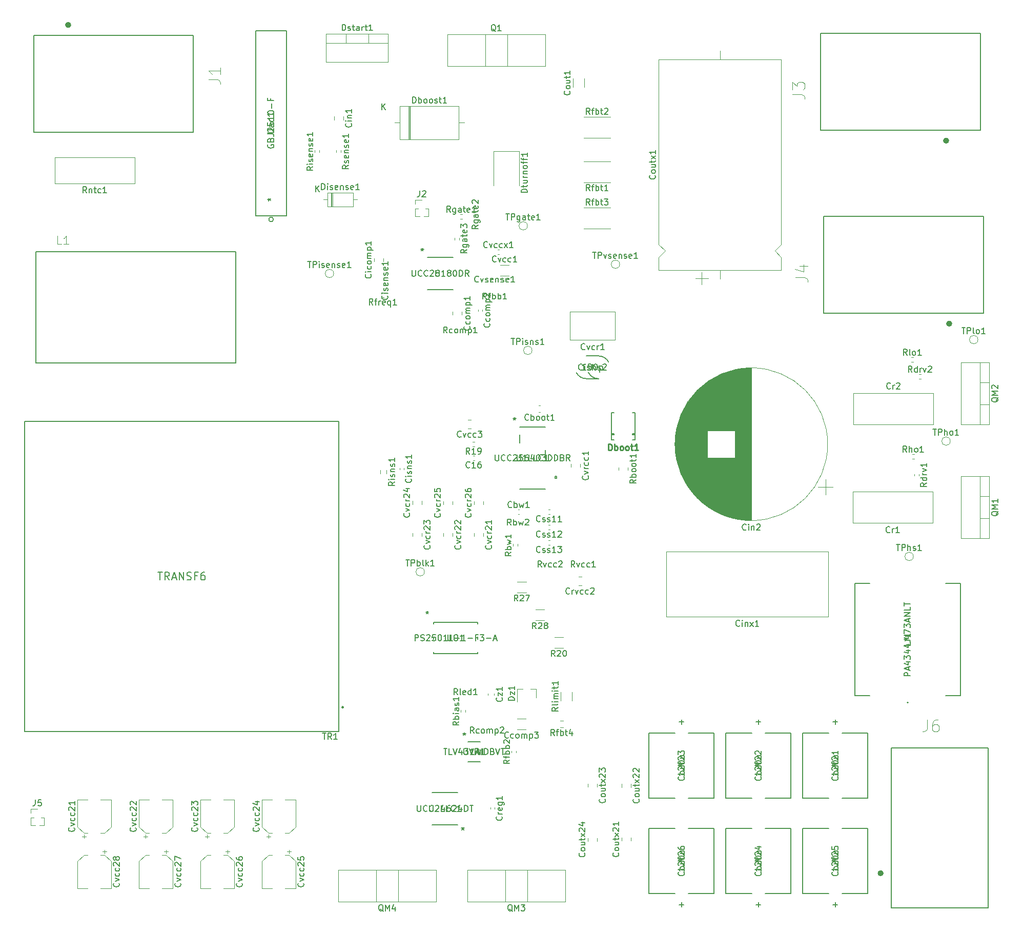
<source format=gbr>
%TF.GenerationSoftware,KiCad,Pcbnew,(5.1.8)-1*%
%TF.CreationDate,2021-03-07T20:35:29-08:00*%
%TF.ProjectId,KiCAD Simulations,4b694341-4420-4536-996d-756c6174696f,rev?*%
%TF.SameCoordinates,Original*%
%TF.FileFunction,Legend,Top*%
%TF.FilePolarity,Positive*%
%FSLAX46Y46*%
G04 Gerber Fmt 4.6, Leading zero omitted, Abs format (unit mm)*
G04 Created by KiCad (PCBNEW (5.1.8)-1) date 2021-03-07 20:35:29*
%MOMM*%
%LPD*%
G01*
G04 APERTURE LIST*
%ADD10C,0.250000*%
%ADD11C,0.150000*%
%ADD12C,0.120000*%
%ADD13C,0.152400*%
%ADD14C,0.127000*%
%ADD15C,0.500000*%
%ADD16C,0.015000*%
%ADD17C,0.254000*%
G04 APERTURE END LIST*
D10*
%TO.C,TR1*%
X105161000Y-129794000D02*
G75*
G03*
X105161000Y-129794000I-125000J0D01*
G01*
D11*
X104436000Y-82554000D02*
X104436000Y-133854000D01*
X104436000Y-82554000D02*
X52536000Y-82554000D01*
X52536000Y-82554000D02*
X52536000Y-133854000D01*
X104436000Y-133854000D02*
X52536000Y-133854000D01*
D12*
%TO.C,TPvsense1*%
X150814000Y-56642000D02*
G75*
G03*
X150814000Y-56642000I-700000J0D01*
G01*
%TO.C,TPlo1*%
X209996000Y-69088000D02*
G75*
G03*
X209996000Y-69088000I-700000J0D01*
G01*
%TO.C,TPisns1*%
X136336000Y-70866000D02*
G75*
G03*
X136336000Y-70866000I-700000J0D01*
G01*
%TO.C,TPisense1*%
X103570000Y-58166000D02*
G75*
G03*
X103570000Y-58166000I-700000J0D01*
G01*
%TO.C,TPhs1*%
X199328000Y-104902000D02*
G75*
G03*
X199328000Y-104902000I-700000J0D01*
G01*
%TO.C,TPho1*%
X205424000Y-85852000D02*
G75*
G03*
X205424000Y-85852000I-700000J0D01*
G01*
%TO.C,TPgate1*%
X135574000Y-50292000D02*
G75*
G03*
X135574000Y-50292000I-700000J0D01*
G01*
%TO.C,TPblk1*%
X118556000Y-107442000D02*
G75*
G03*
X118556000Y-107442000I-700000J0D01*
G01*
%TO.C,Disense1*%
X102528000Y-44854000D02*
X102528000Y-47094000D01*
X102528000Y-47094000D02*
X106768000Y-47094000D01*
X106768000Y-47094000D02*
X106768000Y-44854000D01*
X106768000Y-44854000D02*
X102528000Y-44854000D01*
X101878000Y-45974000D02*
X102528000Y-45974000D01*
X107418000Y-45974000D02*
X106768000Y-45974000D01*
X103248000Y-44854000D02*
X103248000Y-47094000D01*
X103368000Y-44854000D02*
X103368000Y-47094000D01*
X103128000Y-44854000D02*
X103128000Y-47094000D01*
%TO.C,Cr1*%
X189294000Y-99394000D02*
X189294000Y-94154000D01*
X202534000Y-99394000D02*
X202534000Y-94154000D01*
X202534000Y-94154000D02*
X189294000Y-94154000D01*
X202534000Y-99394000D02*
X189294000Y-99394000D01*
D13*
%TO.C,Lr1*%
X207098900Y-127889000D02*
X207098900Y-109347000D01*
X207098900Y-109347000D02*
X204663040Y-109347000D01*
X189649100Y-109347000D02*
X189649100Y-127889000D01*
X189649100Y-127889000D02*
X192084960Y-127889000D01*
X204663040Y-127889000D02*
X207098900Y-127889000D01*
X192084960Y-109347000D02*
X189649100Y-109347000D01*
X198450200Y-129032000D02*
G75*
G03*
X198450200Y-129032000I-76200J0D01*
G01*
D12*
%TO.C,Dstart1*%
X102322000Y-18574000D02*
X112562000Y-18574000D01*
X102322000Y-23215000D02*
X112562000Y-23215000D01*
X102322000Y-18574000D02*
X102322000Y-23215000D01*
X112562000Y-18574000D02*
X112562000Y-23215000D01*
X102322000Y-20084000D02*
X112562000Y-20084000D01*
X105592000Y-18574000D02*
X105592000Y-20084000D01*
X109293000Y-18574000D02*
X109293000Y-20084000D01*
%TO.C,Dboost1*%
X114510000Y-30554000D02*
X114510000Y-35994000D01*
X114510000Y-35994000D02*
X124250000Y-35994000D01*
X124250000Y-35994000D02*
X124250000Y-30554000D01*
X124250000Y-30554000D02*
X114510000Y-30554000D01*
X113600000Y-33274000D02*
X114510000Y-33274000D01*
X125160000Y-33274000D02*
X124250000Y-33274000D01*
X116055000Y-30554000D02*
X116055000Y-35994000D01*
X116175000Y-30554000D02*
X116175000Y-35994000D01*
X115935000Y-30554000D02*
X115935000Y-35994000D01*
%TO.C,Coutx1*%
X164386000Y-60026000D02*
X164386000Y-57926000D01*
X163336000Y-58976000D02*
X165436000Y-58976000D01*
X157266000Y-57576000D02*
X177506000Y-57576000D01*
X157266000Y-22836000D02*
X177506000Y-22836000D01*
X157266000Y-57576000D02*
X157266000Y-55476000D01*
X157266000Y-55476000D02*
X158316000Y-54426000D01*
X158316000Y-54426000D02*
X157266000Y-53376000D01*
X157266000Y-53376000D02*
X157266000Y-22836000D01*
X177506000Y-57576000D02*
X177506000Y-55476000D01*
X177506000Y-55476000D02*
X176456000Y-54426000D01*
X176456000Y-54426000D02*
X177506000Y-53376000D01*
X177506000Y-53376000D02*
X177506000Y-22836000D01*
X167386000Y-59066000D02*
X167386000Y-57576000D01*
X167386000Y-21346000D02*
X167386000Y-22836000D01*
%TO.C,Cout1*%
X143108000Y-27381252D02*
X143108000Y-25958748D01*
X144928000Y-27381252D02*
X144928000Y-25958748D01*
D14*
%TO.C,J6*%
X195648000Y-136526000D02*
X211648000Y-136526000D01*
X211648000Y-136526000D02*
X211648000Y-162926000D01*
X211648000Y-162926000D02*
X195648000Y-162926000D01*
X195648000Y-162926000D02*
X195648000Y-136526000D01*
D15*
X194148000Y-157226000D02*
G75*
G03*
X194148000Y-157226000I-250000J0D01*
G01*
D12*
%TO.C,J5*%
X53500000Y-149285000D02*
X54302470Y-149285000D01*
X54917530Y-149285000D02*
X55720000Y-149285000D01*
X53500000Y-148080000D02*
X53500000Y-149285000D01*
X55720000Y-148080000D02*
X55720000Y-149285000D01*
X53500000Y-148080000D02*
X54046529Y-148080000D01*
X55173471Y-148080000D02*
X55720000Y-148080000D01*
X53500000Y-147320000D02*
X53500000Y-146560000D01*
X53500000Y-146560000D02*
X54610000Y-146560000D01*
D14*
%TO.C,J4*%
X184532000Y-64702000D02*
X184532000Y-48702000D01*
X184532000Y-48702000D02*
X210932000Y-48702000D01*
X210932000Y-48702000D02*
X210932000Y-64702000D01*
X210932000Y-64702000D02*
X184532000Y-64702000D01*
D15*
X205482000Y-66452000D02*
G75*
G03*
X205482000Y-66452000I-250000J0D01*
G01*
D14*
%TO.C,J3*%
X184024000Y-34476000D02*
X184024000Y-18476000D01*
X184024000Y-18476000D02*
X210424000Y-18476000D01*
X210424000Y-18476000D02*
X210424000Y-34476000D01*
X210424000Y-34476000D02*
X184024000Y-34476000D01*
D15*
X204974000Y-36226000D02*
G75*
G03*
X204974000Y-36226000I-250000J0D01*
G01*
D12*
%TO.C,J2*%
X117000000Y-48701000D02*
X117802470Y-48701000D01*
X118417530Y-48701000D02*
X119220000Y-48701000D01*
X117000000Y-47496000D02*
X117000000Y-48701000D01*
X119220000Y-47496000D02*
X119220000Y-48701000D01*
X117000000Y-47496000D02*
X117546529Y-47496000D01*
X118673471Y-47496000D02*
X119220000Y-47496000D01*
X117000000Y-46736000D02*
X117000000Y-45976000D01*
X117000000Y-45976000D02*
X118110000Y-45976000D01*
D14*
%TO.C,J1*%
X80390000Y-18864000D02*
X80390000Y-34864000D01*
X80390000Y-34864000D02*
X53990000Y-34864000D01*
X53990000Y-34864000D02*
X53990000Y-18864000D01*
X53990000Y-18864000D02*
X80390000Y-18864000D01*
D15*
X59940000Y-17114000D02*
G75*
G03*
X59940000Y-17114000I-250000J0D01*
G01*
D14*
%TO.C,L1*%
X54356000Y-54546500D02*
X87376000Y-54546500D01*
X54356000Y-72961500D02*
X54356000Y-54546500D01*
X87376000Y-72961500D02*
X54356000Y-72961500D01*
X87376000Y-54546500D02*
X87376000Y-72961500D01*
D12*
%TO.C,Rntc1*%
X70700000Y-43268000D02*
X57460000Y-43268000D01*
X70700000Y-39028000D02*
X57460000Y-39028000D01*
X70700000Y-43268000D02*
X70700000Y-39028000D01*
X57460000Y-43268000D02*
X57460000Y-39028000D01*
%TO.C,Rdrv2*%
X200238379Y-74804000D02*
X200573621Y-74804000D01*
X200238379Y-75564000D02*
X200573621Y-75564000D01*
%TO.C,Cvcr26*%
X128243000Y-96294752D02*
X128243000Y-95772248D01*
X126773000Y-96294752D02*
X126773000Y-95772248D01*
%TO.C,Cvcr25*%
X123163000Y-96294752D02*
X123163000Y-95772248D01*
X121693000Y-96294752D02*
X121693000Y-95772248D01*
%TO.C,Cvcr24*%
X118083000Y-96273252D02*
X118083000Y-95750748D01*
X116613000Y-96273252D02*
X116613000Y-95750748D01*
%TO.C,Cvcr23*%
X116613000Y-101063248D02*
X116613000Y-101585752D01*
X118083000Y-101063248D02*
X118083000Y-101585752D01*
%TO.C,Cvcr22*%
X121693000Y-101063248D02*
X121693000Y-101585752D01*
X123163000Y-101063248D02*
X123163000Y-101585752D01*
%TO.C,Cvcr21*%
X126773000Y-101063248D02*
X126773000Y-101585752D01*
X128243000Y-101063248D02*
X128243000Y-101585752D01*
%TO.C,Cvcc28*%
X66005500Y-153659500D02*
X65380500Y-153659500D01*
X65693000Y-153347000D02*
X65693000Y-153972000D01*
X62312437Y-154212000D02*
X61248000Y-155276437D01*
X65703563Y-154212000D02*
X66768000Y-155276437D01*
X65703563Y-154212000D02*
X65068000Y-154212000D01*
X62312437Y-154212000D02*
X62948000Y-154212000D01*
X61248000Y-155276437D02*
X61248000Y-159732000D01*
X66768000Y-155276437D02*
X66768000Y-159732000D01*
X66768000Y-159732000D02*
X65068000Y-159732000D01*
X61248000Y-159732000D02*
X62948000Y-159732000D01*
%TO.C,Cvcc27*%
X76165500Y-153659500D02*
X75540500Y-153659500D01*
X75853000Y-153347000D02*
X75853000Y-153972000D01*
X72472437Y-154212000D02*
X71408000Y-155276437D01*
X75863563Y-154212000D02*
X76928000Y-155276437D01*
X75863563Y-154212000D02*
X75228000Y-154212000D01*
X72472437Y-154212000D02*
X73108000Y-154212000D01*
X71408000Y-155276437D02*
X71408000Y-159732000D01*
X76928000Y-155276437D02*
X76928000Y-159732000D01*
X76928000Y-159732000D02*
X75228000Y-159732000D01*
X71408000Y-159732000D02*
X73108000Y-159732000D01*
%TO.C,Cvcc26*%
X86325500Y-153659500D02*
X85700500Y-153659500D01*
X86013000Y-153347000D02*
X86013000Y-153972000D01*
X82632437Y-154212000D02*
X81568000Y-155276437D01*
X86023563Y-154212000D02*
X87088000Y-155276437D01*
X86023563Y-154212000D02*
X85388000Y-154212000D01*
X82632437Y-154212000D02*
X83268000Y-154212000D01*
X81568000Y-155276437D02*
X81568000Y-159732000D01*
X87088000Y-155276437D02*
X87088000Y-159732000D01*
X87088000Y-159732000D02*
X85388000Y-159732000D01*
X81568000Y-159732000D02*
X83268000Y-159732000D01*
%TO.C,Cvcc25*%
X96485500Y-153659500D02*
X95860500Y-153659500D01*
X96173000Y-153347000D02*
X96173000Y-153972000D01*
X92792437Y-154212000D02*
X91728000Y-155276437D01*
X96183563Y-154212000D02*
X97248000Y-155276437D01*
X96183563Y-154212000D02*
X95548000Y-154212000D01*
X92792437Y-154212000D02*
X93428000Y-154212000D01*
X91728000Y-155276437D02*
X91728000Y-159732000D01*
X97248000Y-155276437D02*
X97248000Y-159732000D01*
X97248000Y-159732000D02*
X95548000Y-159732000D01*
X91728000Y-159732000D02*
X93428000Y-159732000D01*
%TO.C,Cvcc24*%
X92490500Y-151140500D02*
X93115500Y-151140500D01*
X92803000Y-151453000D02*
X92803000Y-150828000D01*
X96183563Y-150588000D02*
X97248000Y-149523563D01*
X92792437Y-150588000D02*
X91728000Y-149523563D01*
X92792437Y-150588000D02*
X93428000Y-150588000D01*
X96183563Y-150588000D02*
X95548000Y-150588000D01*
X97248000Y-149523563D02*
X97248000Y-145068000D01*
X91728000Y-149523563D02*
X91728000Y-145068000D01*
X91728000Y-145068000D02*
X93428000Y-145068000D01*
X97248000Y-145068000D02*
X95548000Y-145068000D01*
%TO.C,Cvcc23*%
X82330500Y-151140500D02*
X82955500Y-151140500D01*
X82643000Y-151453000D02*
X82643000Y-150828000D01*
X86023563Y-150588000D02*
X87088000Y-149523563D01*
X82632437Y-150588000D02*
X81568000Y-149523563D01*
X82632437Y-150588000D02*
X83268000Y-150588000D01*
X86023563Y-150588000D02*
X85388000Y-150588000D01*
X87088000Y-149523563D02*
X87088000Y-145068000D01*
X81568000Y-149523563D02*
X81568000Y-145068000D01*
X81568000Y-145068000D02*
X83268000Y-145068000D01*
X87088000Y-145068000D02*
X85388000Y-145068000D01*
%TO.C,Cvcc22*%
X72170500Y-151140500D02*
X72795500Y-151140500D01*
X72483000Y-151453000D02*
X72483000Y-150828000D01*
X75863563Y-150588000D02*
X76928000Y-149523563D01*
X72472437Y-150588000D02*
X71408000Y-149523563D01*
X72472437Y-150588000D02*
X73108000Y-150588000D01*
X75863563Y-150588000D02*
X75228000Y-150588000D01*
X76928000Y-149523563D02*
X76928000Y-145068000D01*
X71408000Y-149523563D02*
X71408000Y-145068000D01*
X71408000Y-145068000D02*
X73108000Y-145068000D01*
X76928000Y-145068000D02*
X75228000Y-145068000D01*
%TO.C,Cvcc21*%
X62010500Y-151140500D02*
X62635500Y-151140500D01*
X62323000Y-151453000D02*
X62323000Y-150828000D01*
X65703563Y-150588000D02*
X66768000Y-149523563D01*
X62312437Y-150588000D02*
X61248000Y-149523563D01*
X62312437Y-150588000D02*
X62948000Y-150588000D01*
X65703563Y-150588000D02*
X65068000Y-150588000D01*
X66768000Y-149523563D02*
X66768000Y-145068000D01*
X61248000Y-149523563D02*
X61248000Y-145068000D01*
X61248000Y-145068000D02*
X62948000Y-145068000D01*
X66768000Y-145068000D02*
X65068000Y-145068000D01*
%TO.C,Css13*%
X139248335Y-102256000D02*
X139016665Y-102256000D01*
X139248335Y-102976000D02*
X139016665Y-102976000D01*
%TO.C,Css12*%
X139248335Y-99716000D02*
X139016665Y-99716000D01*
X139248335Y-100436000D02*
X139016665Y-100436000D01*
%TO.C,Css11*%
X139248335Y-97176000D02*
X139016665Y-97176000D01*
X139248335Y-97896000D02*
X139016665Y-97896000D01*
%TO.C,Coutx24*%
X147039000Y-151920752D02*
X147039000Y-151398248D01*
X145569000Y-151920752D02*
X145569000Y-151398248D01*
%TO.C,Coutx23*%
X145569000Y-142465248D02*
X145569000Y-142987752D01*
X147039000Y-142465248D02*
X147039000Y-142987752D01*
%TO.C,Coutx21*%
X152627000Y-151877752D02*
X152627000Y-151355248D01*
X151157000Y-151877752D02*
X151157000Y-151355248D01*
D13*
%TO.C,Cout26*%
X159957160Y-149821900D02*
X155663900Y-149821900D01*
X162114840Y-160566100D02*
X166408100Y-160566100D01*
X155663900Y-160566100D02*
X159957160Y-160566100D01*
X155663900Y-149821900D02*
X155663900Y-160566100D01*
X166408100Y-149821900D02*
X162114840Y-149821900D01*
X166408100Y-160566100D02*
X166408100Y-149821900D01*
X160655000Y-162412299D02*
X161417000Y-162412299D01*
X161036000Y-162031299D02*
X161036000Y-162793299D01*
%TO.C,Cout25*%
X185357160Y-149821900D02*
X181063900Y-149821900D01*
X187514840Y-160566100D02*
X191808100Y-160566100D01*
X181063900Y-160566100D02*
X185357160Y-160566100D01*
X181063900Y-149821900D02*
X181063900Y-160566100D01*
X191808100Y-149821900D02*
X187514840Y-149821900D01*
X191808100Y-160566100D02*
X191808100Y-149821900D01*
X186055000Y-162412299D02*
X186817000Y-162412299D01*
X186436000Y-162031299D02*
X186436000Y-162793299D01*
%TO.C,Cout24*%
X172657160Y-149821900D02*
X168363900Y-149821900D01*
X174814840Y-160566100D02*
X179108100Y-160566100D01*
X168363900Y-160566100D02*
X172657160Y-160566100D01*
X168363900Y-149821900D02*
X168363900Y-160566100D01*
X179108100Y-149821900D02*
X174814840Y-149821900D01*
X179108100Y-160566100D02*
X179108100Y-149821900D01*
X173355000Y-162412299D02*
X174117000Y-162412299D01*
X173736000Y-162031299D02*
X173736000Y-162793299D01*
%TO.C,Cout23*%
X162114840Y-144818100D02*
X166408100Y-144818100D01*
X159957160Y-134073900D02*
X155663900Y-134073900D01*
X166408100Y-134073900D02*
X162114840Y-134073900D01*
X166408100Y-144818100D02*
X166408100Y-134073900D01*
X155663900Y-144818100D02*
X159957160Y-144818100D01*
X155663900Y-134073900D02*
X155663900Y-144818100D01*
X161417000Y-132227701D02*
X160655000Y-132227701D01*
X161036000Y-132608701D02*
X161036000Y-131846701D01*
%TO.C,Cout22*%
X174814840Y-144818100D02*
X179108100Y-144818100D01*
X172657160Y-134073900D02*
X168363900Y-134073900D01*
X179108100Y-134073900D02*
X174814840Y-134073900D01*
X179108100Y-144818100D02*
X179108100Y-134073900D01*
X168363900Y-144818100D02*
X172657160Y-144818100D01*
X168363900Y-134073900D02*
X168363900Y-144818100D01*
X174117000Y-132227701D02*
X173355000Y-132227701D01*
X173736000Y-132608701D02*
X173736000Y-131846701D01*
%TO.C,Cout21*%
X187514840Y-144818100D02*
X191808100Y-144818100D01*
X185357160Y-134073900D02*
X181063900Y-134073900D01*
X191808100Y-134073900D02*
X187514840Y-134073900D01*
X191808100Y-144818100D02*
X191808100Y-134073900D01*
X181063900Y-144818100D02*
X185357160Y-144818100D01*
X181063900Y-134073900D02*
X181063900Y-144818100D01*
X186817000Y-132227701D02*
X186055000Y-132227701D01*
X186436000Y-132608701D02*
X186436000Y-131846701D01*
%TO.C,UVR1*%
X127749300Y-135509000D02*
X125742700Y-135509000D01*
X127749300Y-137523261D02*
X127749300Y-136796739D01*
X125742700Y-138811000D02*
X127749300Y-138811000D01*
%TO.C,UO1*%
X127330200Y-116037760D02*
X127330200Y-115760500D01*
X127330200Y-118577760D02*
X127330200Y-118150240D01*
X120065800Y-120690240D02*
X120065800Y-120967500D01*
X120065800Y-118150240D02*
X120065800Y-118577760D01*
X120065800Y-115760500D02*
X120065800Y-116037760D01*
X127330200Y-115760500D02*
X120065800Y-115760500D01*
X127330200Y-120967500D02*
X127330200Y-120690240D01*
X120065800Y-120967500D02*
X127330200Y-120967500D01*
%TO.C,U2LLC1*%
X119799100Y-149186900D02*
X124040900Y-149186900D01*
X124040900Y-143929100D02*
X119799100Y-143929100D01*
%TO.C,U1LLC1*%
X140100799Y-91630500D02*
X140354799Y-91630500D01*
X140100799Y-92011500D02*
X140100799Y-91630500D01*
X140354799Y-92011500D02*
X140100799Y-92011500D01*
X140354799Y-91630500D02*
X140354799Y-92011500D01*
X134277100Y-84812740D02*
X134277100Y-86129260D01*
X138518900Y-83515200D02*
X134277100Y-83515200D01*
X138518900Y-88669260D02*
X138518900Y-87352740D01*
X134277100Y-93776800D02*
X138518900Y-93776800D01*
D12*
%TO.C,Rlimit1*%
X142896000Y-128717064D02*
X142896000Y-127262936D01*
X141076000Y-128717064D02*
X141076000Y-127262936D01*
%TO.C,Risns1*%
X111237500Y-90677276D02*
X111237500Y-91186724D01*
X112282500Y-90677276D02*
X112282500Y-91186724D01*
%TO.C,Rfbt4*%
X141478724Y-132065500D02*
X140969276Y-132065500D01*
X141478724Y-133110500D02*
X140969276Y-133110500D01*
%TO.C,Rfbb2*%
X133730000Y-137327621D02*
X133730000Y-136992379D01*
X132970000Y-137327621D02*
X132970000Y-136992379D01*
%TO.C,Rbias1*%
X125348000Y-130634121D02*
X125348000Y-130298879D01*
X124588000Y-130634121D02*
X124588000Y-130298879D01*
D11*
%TO.C,Dboot1*%
X153334000Y-81154000D02*
X153334000Y-85654000D01*
X149434000Y-85654000D02*
X149434000Y-81154000D01*
X149834000Y-84604000D02*
X149434000Y-84604000D01*
X149834000Y-84754000D02*
X149834000Y-84604000D01*
X149434000Y-84754000D02*
X149834000Y-84754000D01*
X152934000Y-84604000D02*
X153334000Y-84604000D01*
X152934000Y-84754000D02*
X152934000Y-84604000D01*
X153334000Y-84754000D02*
X152934000Y-84754000D01*
X149434000Y-81154000D02*
X149834000Y-81154000D01*
X153334000Y-81154000D02*
X152934000Y-81154000D01*
X153334000Y-85654000D02*
X152934000Y-85654000D01*
X149434000Y-85654000D02*
X149834000Y-85654000D01*
D12*
%TO.C,Cz1*%
X129030000Y-127515233D02*
X129030000Y-127807767D01*
X130050000Y-127515233D02*
X130050000Y-127807767D01*
%TO.C,Cr2*%
X202628000Y-77898000D02*
X202628000Y-83138000D01*
X189388000Y-77898000D02*
X189388000Y-83138000D01*
X189388000Y-83138000D02*
X202628000Y-83138000D01*
X189388000Y-77898000D02*
X202628000Y-77898000D01*
%TO.C,Coutx22*%
X151157000Y-142486748D02*
X151157000Y-143009252D01*
X152627000Y-142486748D02*
X152627000Y-143009252D01*
D13*
%TO.C,Cisns2*%
X145300700Y-75539600D02*
X147307300Y-75539600D01*
X145300700Y-71780400D02*
X147307300Y-71780400D01*
X145644254Y-74535884D02*
G75*
G03*
X147307300Y-75539600I1663046J875884D01*
G01*
X143637654Y-74535885D02*
G75*
G03*
X145300700Y-75539600I1663046J875885D01*
G01*
X148970346Y-72784116D02*
G75*
G03*
X147307300Y-71780400I-1663046J-875884D01*
G01*
X143637654Y-74535884D02*
G75*
G03*
X145300700Y-75539600I1663046J875884D01*
G01*
D12*
%TO.C,Cinx1*%
X158514000Y-114844000D02*
X158514000Y-104104000D01*
X185254000Y-114844000D02*
X185254000Y-104104000D01*
X185254000Y-104104000D02*
X158514000Y-104104000D01*
X185254000Y-114844000D02*
X158514000Y-114844000D01*
%TO.C,Cin2*%
X184800259Y-94685000D02*
X184800259Y-92185000D01*
X186050259Y-93435000D02*
X183550259Y-93435000D01*
X159946000Y-87031000D02*
X159946000Y-85689000D01*
X159986000Y-87550000D02*
X159986000Y-85170000D01*
X160026000Y-87906000D02*
X160026000Y-84814000D01*
X160066000Y-88195000D02*
X160066000Y-84525000D01*
X160106000Y-88444000D02*
X160106000Y-84276000D01*
X160146000Y-88667000D02*
X160146000Y-84053000D01*
X160186000Y-88869000D02*
X160186000Y-83851000D01*
X160226000Y-89056000D02*
X160226000Y-83664000D01*
X160266000Y-89230000D02*
X160266000Y-83490000D01*
X160306000Y-89394000D02*
X160306000Y-83326000D01*
X160346000Y-89549000D02*
X160346000Y-83171000D01*
X160386000Y-89697000D02*
X160386000Y-83023000D01*
X160426000Y-89838000D02*
X160426000Y-82882000D01*
X160466000Y-89973000D02*
X160466000Y-82747000D01*
X160506000Y-90102000D02*
X160506000Y-82618000D01*
X160546000Y-90227000D02*
X160546000Y-82493000D01*
X160586000Y-90348000D02*
X160586000Y-82372000D01*
X160626000Y-90465000D02*
X160626000Y-82255000D01*
X160666000Y-90578000D02*
X160666000Y-82142000D01*
X160706000Y-90688000D02*
X160706000Y-82032000D01*
X160746000Y-90795000D02*
X160746000Y-81925000D01*
X160786000Y-90899000D02*
X160786000Y-81821000D01*
X160826000Y-91001000D02*
X160826000Y-81719000D01*
X160866000Y-91100000D02*
X160866000Y-81620000D01*
X160906000Y-91196000D02*
X160906000Y-81524000D01*
X160946000Y-91291000D02*
X160946000Y-81429000D01*
X160986000Y-91383000D02*
X160986000Y-81337000D01*
X161026000Y-91474000D02*
X161026000Y-81246000D01*
X161066000Y-91562000D02*
X161066000Y-81158000D01*
X161106000Y-91649000D02*
X161106000Y-81071000D01*
X161146000Y-91734000D02*
X161146000Y-80986000D01*
X161186000Y-91817000D02*
X161186000Y-80903000D01*
X161226000Y-91899000D02*
X161226000Y-80821000D01*
X161266000Y-91980000D02*
X161266000Y-80740000D01*
X161306000Y-92059000D02*
X161306000Y-80661000D01*
X161346000Y-92136000D02*
X161346000Y-80584000D01*
X161386000Y-92213000D02*
X161386000Y-80507000D01*
X161426000Y-92288000D02*
X161426000Y-80432000D01*
X161466000Y-92362000D02*
X161466000Y-80358000D01*
X161506000Y-92435000D02*
X161506000Y-80285000D01*
X161546000Y-92506000D02*
X161546000Y-80214000D01*
X161586000Y-92577000D02*
X161586000Y-80143000D01*
X161626000Y-92646000D02*
X161626000Y-80074000D01*
X161666000Y-92715000D02*
X161666000Y-80005000D01*
X161706000Y-92783000D02*
X161706000Y-79937000D01*
X161746000Y-92849000D02*
X161746000Y-79871000D01*
X161786000Y-92915000D02*
X161786000Y-79805000D01*
X161826000Y-92980000D02*
X161826000Y-79740000D01*
X161866000Y-93044000D02*
X161866000Y-79676000D01*
X161906000Y-93107000D02*
X161906000Y-79613000D01*
X161946000Y-93169000D02*
X161946000Y-79551000D01*
X161986000Y-93231000D02*
X161986000Y-79489000D01*
X162026000Y-93291000D02*
X162026000Y-79429000D01*
X162066000Y-93351000D02*
X162066000Y-79369000D01*
X162106000Y-93411000D02*
X162106000Y-79309000D01*
X162146000Y-93469000D02*
X162146000Y-79251000D01*
X162186000Y-93527000D02*
X162186000Y-79193000D01*
X162226000Y-93584000D02*
X162226000Y-79136000D01*
X162266000Y-93641000D02*
X162266000Y-79079000D01*
X162306000Y-93697000D02*
X162306000Y-79023000D01*
X162346000Y-93752000D02*
X162346000Y-78968000D01*
X162386000Y-93806000D02*
X162386000Y-78914000D01*
X162426000Y-93860000D02*
X162426000Y-78860000D01*
X162466000Y-93914000D02*
X162466000Y-78806000D01*
X162506000Y-93967000D02*
X162506000Y-78753000D01*
X162546000Y-94019000D02*
X162546000Y-78701000D01*
X162586000Y-94071000D02*
X162586000Y-78649000D01*
X162626000Y-94122000D02*
X162626000Y-78598000D01*
X162666000Y-94172000D02*
X162666000Y-78548000D01*
X162706000Y-94222000D02*
X162706000Y-78498000D01*
X162746000Y-94272000D02*
X162746000Y-78448000D01*
X162786000Y-94321000D02*
X162786000Y-78399000D01*
X162826000Y-94369000D02*
X162826000Y-78351000D01*
X162866000Y-94418000D02*
X162866000Y-78302000D01*
X162906000Y-94465000D02*
X162906000Y-78255000D01*
X162946000Y-94512000D02*
X162946000Y-78208000D01*
X162986000Y-94559000D02*
X162986000Y-78161000D01*
X163026000Y-94605000D02*
X163026000Y-78115000D01*
X163066000Y-94651000D02*
X163066000Y-78069000D01*
X163106000Y-94696000D02*
X163106000Y-78024000D01*
X163146000Y-94741000D02*
X163146000Y-77979000D01*
X163186000Y-94785000D02*
X163186000Y-77935000D01*
X163226000Y-94829000D02*
X163226000Y-77891000D01*
X163266000Y-94873000D02*
X163266000Y-77847000D01*
X163306000Y-94916000D02*
X163306000Y-77804000D01*
X163346000Y-94959000D02*
X163346000Y-77761000D01*
X163386000Y-95001000D02*
X163386000Y-77719000D01*
X163426000Y-95043000D02*
X163426000Y-77677000D01*
X163466000Y-95085000D02*
X163466000Y-77635000D01*
X163506000Y-95126000D02*
X163506000Y-77594000D01*
X163546000Y-95167000D02*
X163546000Y-77553000D01*
X163586000Y-95208000D02*
X163586000Y-77512000D01*
X163626000Y-95248000D02*
X163626000Y-77472000D01*
X163666000Y-95288000D02*
X163666000Y-77432000D01*
X163706000Y-95327000D02*
X163706000Y-77393000D01*
X163746000Y-95366000D02*
X163746000Y-77354000D01*
X163786000Y-95405000D02*
X163786000Y-77315000D01*
X163826000Y-95443000D02*
X163826000Y-77277000D01*
X163866000Y-95481000D02*
X163866000Y-77239000D01*
X163906000Y-95519000D02*
X163906000Y-77201000D01*
X163946000Y-95557000D02*
X163946000Y-77163000D01*
X163986000Y-95594000D02*
X163986000Y-77126000D01*
X164026000Y-95630000D02*
X164026000Y-77090000D01*
X164066000Y-95667000D02*
X164066000Y-77053000D01*
X164106000Y-95703000D02*
X164106000Y-77017000D01*
X164146000Y-95739000D02*
X164146000Y-76981000D01*
X164186000Y-95774000D02*
X164186000Y-76946000D01*
X164226000Y-95810000D02*
X164226000Y-76910000D01*
X164266000Y-95844000D02*
X164266000Y-76876000D01*
X164306000Y-95879000D02*
X164306000Y-76841000D01*
X164346000Y-95913000D02*
X164346000Y-76807000D01*
X164385000Y-95947000D02*
X164385000Y-76773000D01*
X164425000Y-95981000D02*
X164425000Y-76739000D01*
X164465000Y-96015000D02*
X164465000Y-76705000D01*
X164505000Y-96048000D02*
X164505000Y-76672000D01*
X164545000Y-96081000D02*
X164545000Y-76639000D01*
X164585000Y-96113000D02*
X164585000Y-76607000D01*
X164625000Y-96146000D02*
X164625000Y-76574000D01*
X164665000Y-96178000D02*
X164665000Y-76542000D01*
X164705000Y-96210000D02*
X164705000Y-76510000D01*
X164745000Y-96241000D02*
X164745000Y-76479000D01*
X164785000Y-96273000D02*
X164785000Y-76447000D01*
X164825000Y-96304000D02*
X164825000Y-76416000D01*
X164865000Y-96335000D02*
X164865000Y-76385000D01*
X164905000Y-96365000D02*
X164905000Y-76355000D01*
X164945000Y-96395000D02*
X164945000Y-76325000D01*
X164985000Y-96425000D02*
X164985000Y-76295000D01*
X165025000Y-96455000D02*
X165025000Y-76265000D01*
X165065000Y-96485000D02*
X165065000Y-76235000D01*
X165105000Y-96514000D02*
X165105000Y-76206000D01*
X165145000Y-96543000D02*
X165145000Y-76177000D01*
X165185000Y-96572000D02*
X165185000Y-76148000D01*
X165225000Y-96601000D02*
X165225000Y-76119000D01*
X165265000Y-96629000D02*
X165265000Y-76091000D01*
X165305000Y-96657000D02*
X165305000Y-76063000D01*
X165345000Y-84120000D02*
X165345000Y-76035000D01*
X165345000Y-96685000D02*
X165345000Y-88600000D01*
X165385000Y-84120000D02*
X165385000Y-76007000D01*
X165385000Y-96713000D02*
X165385000Y-88600000D01*
X165425000Y-84120000D02*
X165425000Y-75980000D01*
X165425000Y-96740000D02*
X165425000Y-88600000D01*
X165465000Y-84120000D02*
X165465000Y-75953000D01*
X165465000Y-96767000D02*
X165465000Y-88600000D01*
X165505000Y-84120000D02*
X165505000Y-75926000D01*
X165505000Y-96794000D02*
X165505000Y-88600000D01*
X165545000Y-84120000D02*
X165545000Y-75899000D01*
X165545000Y-96821000D02*
X165545000Y-88600000D01*
X165585000Y-84120000D02*
X165585000Y-75872000D01*
X165585000Y-96848000D02*
X165585000Y-88600000D01*
X165625000Y-84120000D02*
X165625000Y-75846000D01*
X165625000Y-96874000D02*
X165625000Y-88600000D01*
X165665000Y-84120000D02*
X165665000Y-75820000D01*
X165665000Y-96900000D02*
X165665000Y-88600000D01*
X165705000Y-84120000D02*
X165705000Y-75794000D01*
X165705000Y-96926000D02*
X165705000Y-88600000D01*
X165745000Y-84120000D02*
X165745000Y-75768000D01*
X165745000Y-96952000D02*
X165745000Y-88600000D01*
X165785000Y-84120000D02*
X165785000Y-75743000D01*
X165785000Y-96977000D02*
X165785000Y-88600000D01*
X165825000Y-84120000D02*
X165825000Y-75717000D01*
X165825000Y-97003000D02*
X165825000Y-88600000D01*
X165865000Y-84120000D02*
X165865000Y-75692000D01*
X165865000Y-97028000D02*
X165865000Y-88600000D01*
X165905000Y-84120000D02*
X165905000Y-75668000D01*
X165905000Y-97052000D02*
X165905000Y-88600000D01*
X165945000Y-84120000D02*
X165945000Y-75643000D01*
X165945000Y-97077000D02*
X165945000Y-88600000D01*
X165985000Y-84120000D02*
X165985000Y-75618000D01*
X165985000Y-97102000D02*
X165985000Y-88600000D01*
X166025000Y-84120000D02*
X166025000Y-75594000D01*
X166025000Y-97126000D02*
X166025000Y-88600000D01*
X166065000Y-84120000D02*
X166065000Y-75570000D01*
X166065000Y-97150000D02*
X166065000Y-88600000D01*
X166105000Y-84120000D02*
X166105000Y-75546000D01*
X166105000Y-97174000D02*
X166105000Y-88600000D01*
X166145000Y-84120000D02*
X166145000Y-75523000D01*
X166145000Y-97197000D02*
X166145000Y-88600000D01*
X166185000Y-84120000D02*
X166185000Y-75499000D01*
X166185000Y-97221000D02*
X166185000Y-88600000D01*
X166225000Y-84120000D02*
X166225000Y-75476000D01*
X166225000Y-97244000D02*
X166225000Y-88600000D01*
X166265000Y-84120000D02*
X166265000Y-75453000D01*
X166265000Y-97267000D02*
X166265000Y-88600000D01*
X166305000Y-84120000D02*
X166305000Y-75430000D01*
X166305000Y-97290000D02*
X166305000Y-88600000D01*
X166345000Y-84120000D02*
X166345000Y-75407000D01*
X166345000Y-97313000D02*
X166345000Y-88600000D01*
X166385000Y-84120000D02*
X166385000Y-75385000D01*
X166385000Y-97335000D02*
X166385000Y-88600000D01*
X166425000Y-84120000D02*
X166425000Y-75363000D01*
X166425000Y-97357000D02*
X166425000Y-88600000D01*
X166465000Y-84120000D02*
X166465000Y-75341000D01*
X166465000Y-97379000D02*
X166465000Y-88600000D01*
X166505000Y-84120000D02*
X166505000Y-75319000D01*
X166505000Y-97401000D02*
X166505000Y-88600000D01*
X166545000Y-84120000D02*
X166545000Y-75297000D01*
X166545000Y-97423000D02*
X166545000Y-88600000D01*
X166585000Y-84120000D02*
X166585000Y-75276000D01*
X166585000Y-97444000D02*
X166585000Y-88600000D01*
X166625000Y-84120000D02*
X166625000Y-75254000D01*
X166625000Y-97466000D02*
X166625000Y-88600000D01*
X166665000Y-84120000D02*
X166665000Y-75233000D01*
X166665000Y-97487000D02*
X166665000Y-88600000D01*
X166705000Y-84120000D02*
X166705000Y-75212000D01*
X166705000Y-97508000D02*
X166705000Y-88600000D01*
X166745000Y-84120000D02*
X166745000Y-75191000D01*
X166745000Y-97529000D02*
X166745000Y-88600000D01*
X166785000Y-84120000D02*
X166785000Y-75171000D01*
X166785000Y-97549000D02*
X166785000Y-88600000D01*
X166825000Y-84120000D02*
X166825000Y-75150000D01*
X166825000Y-97570000D02*
X166825000Y-88600000D01*
X166865000Y-84120000D02*
X166865000Y-75130000D01*
X166865000Y-97590000D02*
X166865000Y-88600000D01*
X166905000Y-84120000D02*
X166905000Y-75110000D01*
X166905000Y-97610000D02*
X166905000Y-88600000D01*
X166945000Y-84120000D02*
X166945000Y-75090000D01*
X166945000Y-97630000D02*
X166945000Y-88600000D01*
X166985000Y-84120000D02*
X166985000Y-75070000D01*
X166985000Y-97650000D02*
X166985000Y-88600000D01*
X167025000Y-84120000D02*
X167025000Y-75051000D01*
X167025000Y-97669000D02*
X167025000Y-88600000D01*
X167065000Y-84120000D02*
X167065000Y-75031000D01*
X167065000Y-97689000D02*
X167065000Y-88600000D01*
X167105000Y-84120000D02*
X167105000Y-75012000D01*
X167105000Y-97708000D02*
X167105000Y-88600000D01*
X167145000Y-84120000D02*
X167145000Y-74993000D01*
X167145000Y-97727000D02*
X167145000Y-88600000D01*
X167185000Y-84120000D02*
X167185000Y-74974000D01*
X167185000Y-97746000D02*
X167185000Y-88600000D01*
X167225000Y-84120000D02*
X167225000Y-74956000D01*
X167225000Y-97764000D02*
X167225000Y-88600000D01*
X167265000Y-84120000D02*
X167265000Y-74937000D01*
X167265000Y-97783000D02*
X167265000Y-88600000D01*
X167305000Y-84120000D02*
X167305000Y-74919000D01*
X167305000Y-97801000D02*
X167305000Y-88600000D01*
X167345000Y-84120000D02*
X167345000Y-74901000D01*
X167345000Y-97819000D02*
X167345000Y-88600000D01*
X167385000Y-84120000D02*
X167385000Y-74883000D01*
X167385000Y-97837000D02*
X167385000Y-88600000D01*
X167425000Y-84120000D02*
X167425000Y-74865000D01*
X167425000Y-97855000D02*
X167425000Y-88600000D01*
X167465000Y-84120000D02*
X167465000Y-74847000D01*
X167465000Y-97873000D02*
X167465000Y-88600000D01*
X167505000Y-84120000D02*
X167505000Y-74830000D01*
X167505000Y-97890000D02*
X167505000Y-88600000D01*
X167545000Y-84120000D02*
X167545000Y-74812000D01*
X167545000Y-97908000D02*
X167545000Y-88600000D01*
X167585000Y-84120000D02*
X167585000Y-74795000D01*
X167585000Y-97925000D02*
X167585000Y-88600000D01*
X167625000Y-84120000D02*
X167625000Y-74778000D01*
X167625000Y-97942000D02*
X167625000Y-88600000D01*
X167665000Y-84120000D02*
X167665000Y-74761000D01*
X167665000Y-97959000D02*
X167665000Y-88600000D01*
X167705000Y-84120000D02*
X167705000Y-74745000D01*
X167705000Y-97975000D02*
X167705000Y-88600000D01*
X167745000Y-84120000D02*
X167745000Y-74728000D01*
X167745000Y-97992000D02*
X167745000Y-88600000D01*
X167785000Y-84120000D02*
X167785000Y-74712000D01*
X167785000Y-98008000D02*
X167785000Y-88600000D01*
X167825000Y-84120000D02*
X167825000Y-74695000D01*
X167825000Y-98025000D02*
X167825000Y-88600000D01*
X167865000Y-84120000D02*
X167865000Y-74679000D01*
X167865000Y-98041000D02*
X167865000Y-88600000D01*
X167905000Y-84120000D02*
X167905000Y-74663000D01*
X167905000Y-98057000D02*
X167905000Y-88600000D01*
X167945000Y-84120000D02*
X167945000Y-74648000D01*
X167945000Y-98072000D02*
X167945000Y-88600000D01*
X167985000Y-84120000D02*
X167985000Y-74632000D01*
X167985000Y-98088000D02*
X167985000Y-88600000D01*
X168025000Y-84120000D02*
X168025000Y-74617000D01*
X168025000Y-98103000D02*
X168025000Y-88600000D01*
X168065000Y-84120000D02*
X168065000Y-74601000D01*
X168065000Y-98119000D02*
X168065000Y-88600000D01*
X168105000Y-84120000D02*
X168105000Y-74586000D01*
X168105000Y-98134000D02*
X168105000Y-88600000D01*
X168145000Y-84120000D02*
X168145000Y-74571000D01*
X168145000Y-98149000D02*
X168145000Y-88600000D01*
X168185000Y-84120000D02*
X168185000Y-74557000D01*
X168185000Y-98163000D02*
X168185000Y-88600000D01*
X168225000Y-84120000D02*
X168225000Y-74542000D01*
X168225000Y-98178000D02*
X168225000Y-88600000D01*
X168265000Y-84120000D02*
X168265000Y-74527000D01*
X168265000Y-98193000D02*
X168265000Y-88600000D01*
X168305000Y-84120000D02*
X168305000Y-74513000D01*
X168305000Y-98207000D02*
X168305000Y-88600000D01*
X168345000Y-84120000D02*
X168345000Y-74499000D01*
X168345000Y-98221000D02*
X168345000Y-88600000D01*
X168385000Y-84120000D02*
X168385000Y-74485000D01*
X168385000Y-98235000D02*
X168385000Y-88600000D01*
X168425000Y-84120000D02*
X168425000Y-74471000D01*
X168425000Y-98249000D02*
X168425000Y-88600000D01*
X168465000Y-84120000D02*
X168465000Y-74457000D01*
X168465000Y-98263000D02*
X168465000Y-88600000D01*
X168505000Y-84120000D02*
X168505000Y-74444000D01*
X168505000Y-98276000D02*
X168505000Y-88600000D01*
X168545000Y-84120000D02*
X168545000Y-74430000D01*
X168545000Y-98290000D02*
X168545000Y-88600000D01*
X168585000Y-84120000D02*
X168585000Y-74417000D01*
X168585000Y-98303000D02*
X168585000Y-88600000D01*
X168625000Y-84120000D02*
X168625000Y-74404000D01*
X168625000Y-98316000D02*
X168625000Y-88600000D01*
X168665000Y-84120000D02*
X168665000Y-74391000D01*
X168665000Y-98329000D02*
X168665000Y-88600000D01*
X168705000Y-84120000D02*
X168705000Y-74378000D01*
X168705000Y-98342000D02*
X168705000Y-88600000D01*
X168745000Y-84120000D02*
X168745000Y-74365000D01*
X168745000Y-98355000D02*
X168745000Y-88600000D01*
X168785000Y-84120000D02*
X168785000Y-74353000D01*
X168785000Y-98367000D02*
X168785000Y-88600000D01*
X168825000Y-84120000D02*
X168825000Y-74340000D01*
X168825000Y-98380000D02*
X168825000Y-88600000D01*
X168865000Y-84120000D02*
X168865000Y-74328000D01*
X168865000Y-98392000D02*
X168865000Y-88600000D01*
X168905000Y-84120000D02*
X168905000Y-74316000D01*
X168905000Y-98404000D02*
X168905000Y-88600000D01*
X168945000Y-84120000D02*
X168945000Y-74304000D01*
X168945000Y-98416000D02*
X168945000Y-88600000D01*
X168985000Y-84120000D02*
X168985000Y-74292000D01*
X168985000Y-98428000D02*
X168985000Y-88600000D01*
X169025000Y-84120000D02*
X169025000Y-74280000D01*
X169025000Y-98440000D02*
X169025000Y-88600000D01*
X169065000Y-84120000D02*
X169065000Y-74269000D01*
X169065000Y-98451000D02*
X169065000Y-88600000D01*
X169105000Y-84120000D02*
X169105000Y-74257000D01*
X169105000Y-98463000D02*
X169105000Y-88600000D01*
X169145000Y-84120000D02*
X169145000Y-74246000D01*
X169145000Y-98474000D02*
X169145000Y-88600000D01*
X169185000Y-84120000D02*
X169185000Y-74235000D01*
X169185000Y-98485000D02*
X169185000Y-88600000D01*
X169225000Y-84120000D02*
X169225000Y-74224000D01*
X169225000Y-98496000D02*
X169225000Y-88600000D01*
X169265000Y-84120000D02*
X169265000Y-74213000D01*
X169265000Y-98507000D02*
X169265000Y-88600000D01*
X169305000Y-84120000D02*
X169305000Y-74203000D01*
X169305000Y-98517000D02*
X169305000Y-88600000D01*
X169345000Y-84120000D02*
X169345000Y-74192000D01*
X169345000Y-98528000D02*
X169345000Y-88600000D01*
X169385000Y-84120000D02*
X169385000Y-74182000D01*
X169385000Y-98538000D02*
X169385000Y-88600000D01*
X169425000Y-84120000D02*
X169425000Y-74171000D01*
X169425000Y-98549000D02*
X169425000Y-88600000D01*
X169465000Y-84120000D02*
X169465000Y-74161000D01*
X169465000Y-98559000D02*
X169465000Y-88600000D01*
X169505000Y-84120000D02*
X169505000Y-74151000D01*
X169505000Y-98569000D02*
X169505000Y-88600000D01*
X169545000Y-84120000D02*
X169545000Y-74141000D01*
X169545000Y-98579000D02*
X169545000Y-88600000D01*
X169585000Y-84120000D02*
X169585000Y-74132000D01*
X169585000Y-98588000D02*
X169585000Y-88600000D01*
X169625000Y-84120000D02*
X169625000Y-74122000D01*
X169625000Y-98598000D02*
X169625000Y-88600000D01*
X169665000Y-84120000D02*
X169665000Y-74113000D01*
X169665000Y-98607000D02*
X169665000Y-88600000D01*
X169705000Y-84120000D02*
X169705000Y-74103000D01*
X169705000Y-98617000D02*
X169705000Y-88600000D01*
X169745000Y-84120000D02*
X169745000Y-74094000D01*
X169745000Y-98626000D02*
X169745000Y-88600000D01*
X169785000Y-84120000D02*
X169785000Y-74085000D01*
X169785000Y-98635000D02*
X169785000Y-88600000D01*
X169825000Y-98644000D02*
X169825000Y-74076000D01*
X169865000Y-98653000D02*
X169865000Y-74067000D01*
X169905000Y-98661000D02*
X169905000Y-74059000D01*
X169945000Y-98670000D02*
X169945000Y-74050000D01*
X169985000Y-98678000D02*
X169985000Y-74042000D01*
X170025000Y-98686000D02*
X170025000Y-74034000D01*
X170065000Y-98694000D02*
X170065000Y-74026000D01*
X170105000Y-98702000D02*
X170105000Y-74018000D01*
X170145000Y-98710000D02*
X170145000Y-74010000D01*
X170185000Y-98718000D02*
X170185000Y-74002000D01*
X170225000Y-98725000D02*
X170225000Y-73995000D01*
X170265000Y-98733000D02*
X170265000Y-73987000D01*
X170305000Y-98740000D02*
X170305000Y-73980000D01*
X170345000Y-98747000D02*
X170345000Y-73973000D01*
X170385000Y-98754000D02*
X170385000Y-73966000D01*
X170425000Y-98761000D02*
X170425000Y-73959000D01*
X170465000Y-98768000D02*
X170465000Y-73952000D01*
X170505000Y-98775000D02*
X170505000Y-73945000D01*
X170545000Y-98781000D02*
X170545000Y-73939000D01*
X170585000Y-98787000D02*
X170585000Y-73933000D01*
X170625000Y-98794000D02*
X170625000Y-73926000D01*
X170665000Y-98800000D02*
X170665000Y-73920000D01*
X170705000Y-98806000D02*
X170705000Y-73914000D01*
X170745000Y-98811000D02*
X170745000Y-73909000D01*
X170785000Y-98817000D02*
X170785000Y-73903000D01*
X170825000Y-98823000D02*
X170825000Y-73897000D01*
X170865000Y-98828000D02*
X170865000Y-73892000D01*
X170905000Y-98833000D02*
X170905000Y-73887000D01*
X170945000Y-98839000D02*
X170945000Y-73881000D01*
X170985000Y-98844000D02*
X170985000Y-73876000D01*
X171025000Y-98849000D02*
X171025000Y-73871000D01*
X171065000Y-98853000D02*
X171065000Y-73867000D01*
X171105000Y-98858000D02*
X171105000Y-73862000D01*
X171145000Y-98863000D02*
X171145000Y-73857000D01*
X171185000Y-98867000D02*
X171185000Y-73853000D01*
X171225000Y-98871000D02*
X171225000Y-73849000D01*
X171265000Y-98875000D02*
X171265000Y-73845000D01*
X171305000Y-98879000D02*
X171305000Y-73841000D01*
X171345000Y-98883000D02*
X171345000Y-73837000D01*
X171385000Y-98887000D02*
X171385000Y-73833000D01*
X171425000Y-98891000D02*
X171425000Y-73829000D01*
X171465000Y-98894000D02*
X171465000Y-73826000D01*
X171505000Y-98898000D02*
X171505000Y-73822000D01*
X171545000Y-98901000D02*
X171545000Y-73819000D01*
X171585000Y-98904000D02*
X171585000Y-73816000D01*
X171625000Y-98907000D02*
X171625000Y-73813000D01*
X171665000Y-98910000D02*
X171665000Y-73810000D01*
X171705000Y-98913000D02*
X171705000Y-73807000D01*
X171745000Y-98915000D02*
X171745000Y-73805000D01*
X171785000Y-98918000D02*
X171785000Y-73802000D01*
X171825000Y-98920000D02*
X171825000Y-73800000D01*
X171866000Y-98922000D02*
X171866000Y-73798000D01*
X171906000Y-98924000D02*
X171906000Y-73796000D01*
X171946000Y-98926000D02*
X171946000Y-73794000D01*
X171986000Y-98928000D02*
X171986000Y-73792000D01*
X172026000Y-98930000D02*
X172026000Y-73790000D01*
X172066000Y-98931000D02*
X172066000Y-73789000D01*
X172106000Y-98933000D02*
X172106000Y-73787000D01*
X172146000Y-98934000D02*
X172146000Y-73786000D01*
X172186000Y-98935000D02*
X172186000Y-73785000D01*
X172226000Y-98936000D02*
X172226000Y-73784000D01*
X172266000Y-98937000D02*
X172266000Y-73783000D01*
X172306000Y-98938000D02*
X172306000Y-73782000D01*
X172346000Y-98939000D02*
X172346000Y-73781000D01*
X172386000Y-98939000D02*
X172386000Y-73781000D01*
X172426000Y-98940000D02*
X172426000Y-73780000D01*
X172466000Y-98940000D02*
X172466000Y-73780000D01*
X172506000Y-98940000D02*
X172506000Y-73780000D01*
X172546000Y-98941000D02*
X172546000Y-73779000D01*
X185166000Y-86360000D02*
G75*
G03*
X185166000Y-86360000I-12620000J0D01*
G01*
%TO.C,Ccomp3*%
X135292752Y-131678000D02*
X133870248Y-131678000D01*
X135292752Y-133498000D02*
X133870248Y-133498000D01*
%TO.C,Cboot1*%
X137713767Y-80008000D02*
X137421233Y-80008000D01*
X137713767Y-81028000D02*
X137421233Y-81028000D01*
%TO.C,Rho1*%
X199132879Y-88012000D02*
X199468121Y-88012000D01*
X199132879Y-88772000D02*
X199468121Y-88772000D01*
%TO.C,Rlo1*%
X198968379Y-72010000D02*
X199303621Y-72010000D01*
X198968379Y-72770000D02*
X199303621Y-72770000D01*
%TO.C,Rdrv1*%
X200278000Y-91272379D02*
X200278000Y-91607621D01*
X199518000Y-91272379D02*
X199518000Y-91607621D01*
%TO.C,Rbw1*%
X133224000Y-103202121D02*
X133224000Y-102866879D01*
X133984000Y-103202121D02*
X133984000Y-102866879D01*
%TO.C,Rboot1*%
X152119000Y-90180936D02*
X152119000Y-90635064D01*
X150649000Y-90180936D02*
X150649000Y-90635064D01*
%TO.C,R28*%
X138369064Y-115464000D02*
X136914936Y-115464000D01*
X138369064Y-113644000D02*
X136914936Y-113644000D01*
%TO.C,R27*%
X135347064Y-110892000D02*
X133892936Y-110892000D01*
X135347064Y-109072000D02*
X133892936Y-109072000D01*
%TO.C,R20*%
X141469064Y-120036000D02*
X140014936Y-120036000D01*
X141469064Y-118216000D02*
X140014936Y-118216000D01*
%TO.C,R19*%
X126824121Y-86740000D02*
X126488879Y-86740000D01*
X126824121Y-85980000D02*
X126488879Y-85980000D01*
%TO.C,QM4*%
X120476000Y-161963000D02*
X104336000Y-161963000D01*
X120476000Y-156692000D02*
X104336000Y-156692000D01*
X120476000Y-161963000D02*
X120476000Y-156692000D01*
X104336000Y-161963000D02*
X104336000Y-156692000D01*
X114210000Y-161963000D02*
X114210000Y-156692000D01*
X110601000Y-161963000D02*
X110601000Y-156692000D01*
%TO.C,QM3*%
X141812000Y-161963000D02*
X125672000Y-161963000D01*
X141812000Y-156692000D02*
X125672000Y-156692000D01*
X141812000Y-161963000D02*
X141812000Y-156692000D01*
X125672000Y-161963000D02*
X125672000Y-156692000D01*
X135546000Y-161963000D02*
X135546000Y-156692000D01*
X131937000Y-161963000D02*
X131937000Y-156692000D01*
%TO.C,QM2*%
X211804000Y-72858000D02*
X211804000Y-83098000D01*
X207163000Y-72858000D02*
X207163000Y-83098000D01*
X211804000Y-72858000D02*
X207163000Y-72858000D01*
X211804000Y-83098000D02*
X207163000Y-83098000D01*
X210294000Y-72858000D02*
X210294000Y-83098000D01*
X211804000Y-76128000D02*
X210294000Y-76128000D01*
X211804000Y-79829000D02*
X210294000Y-79829000D01*
%TO.C,QM1*%
X211804000Y-91654000D02*
X211804000Y-101894000D01*
X207163000Y-91654000D02*
X207163000Y-101894000D01*
X211804000Y-91654000D02*
X207163000Y-91654000D01*
X211804000Y-101894000D02*
X207163000Y-101894000D01*
X210294000Y-91654000D02*
X210294000Y-101894000D01*
X211804000Y-94924000D02*
X210294000Y-94924000D01*
X211804000Y-98625000D02*
X210294000Y-98625000D01*
%TO.C,Dz1*%
X137028000Y-126764000D02*
X136098000Y-126764000D01*
X133868000Y-126764000D02*
X134798000Y-126764000D01*
X133868000Y-126764000D02*
X133868000Y-128924000D01*
X137028000Y-126764000D02*
X137028000Y-128224000D01*
%TO.C,Cvrcc1*%
X144245000Y-89633248D02*
X144245000Y-90155752D01*
X142775000Y-89633248D02*
X142775000Y-90155752D01*
%TO.C,Cvcr1*%
X150064000Y-69172000D02*
X142624000Y-69172000D01*
X150064000Y-64432000D02*
X142624000Y-64432000D01*
X150064000Y-69172000D02*
X150064000Y-64432000D01*
X142624000Y-69172000D02*
X142624000Y-64432000D01*
%TO.C,Cvcc3*%
X126266752Y-83793000D02*
X125744248Y-83793000D01*
X126266752Y-82323000D02*
X125744248Y-82323000D01*
%TO.C,Crvcc2*%
X144511752Y-109701000D02*
X143989248Y-109701000D01*
X144511752Y-108231000D02*
X143989248Y-108231000D01*
%TO.C,Creg1*%
X130154000Y-146382665D02*
X130154000Y-146614335D01*
X129434000Y-146382665D02*
X129434000Y-146614335D01*
%TO.C,Cisns1*%
X115168000Y-90308165D02*
X115168000Y-90539835D01*
X114448000Y-90308165D02*
X114448000Y-90539835D01*
%TO.C,Cbw1*%
X133996165Y-97176000D02*
X134227835Y-97176000D01*
X133996165Y-97896000D02*
X134227835Y-97896000D01*
%TO.C,C16*%
X126802335Y-89006000D02*
X126570665Y-89006000D01*
X126802335Y-88286000D02*
X126570665Y-88286000D01*
D13*
%TO.C,Uac1*%
X93599000Y-49236036D02*
G75*
G03*
X93599000Y-49236036I-381000J0D01*
G01*
X90690700Y-48601036D02*
X95745300Y-48601036D01*
X90690700Y-18044836D02*
X90690700Y-48601036D01*
X95745300Y-18044836D02*
X90690700Y-18044836D01*
X95745300Y-48601036D02*
X95745300Y-18044836D01*
%TO.C,U1*%
X123278900Y-55537100D02*
X119037100Y-55537100D01*
X119037100Y-60794900D02*
X123278900Y-60794900D01*
D12*
%TO.C,Risense1*%
X101218000Y-38178121D02*
X101218000Y-37842879D01*
X100458000Y-38178121D02*
X100458000Y-37842879D01*
%TO.C,Rgate3*%
X123572000Y-52245879D02*
X123572000Y-52581121D01*
X124332000Y-52245879D02*
X124332000Y-52581121D01*
%TO.C,Rgate1*%
X124456879Y-49148000D02*
X124792121Y-49148000D01*
X124456879Y-48388000D02*
X124792121Y-48388000D01*
%TO.C,Rfreq1*%
X111838121Y-61342000D02*
X111502879Y-61342000D01*
X111838121Y-62102000D02*
X111502879Y-62102000D01*
%TO.C,Rfbt3*%
X144888936Y-50732000D02*
X149243064Y-50732000D01*
X144888936Y-47312000D02*
X149243064Y-47312000D01*
%TO.C,Rfbt2*%
X144886936Y-35746000D02*
X149241064Y-35746000D01*
X144886936Y-32326000D02*
X149241064Y-32326000D01*
%TO.C,Rfbt1*%
X149241064Y-39692000D02*
X144886936Y-39692000D01*
X149241064Y-43112000D02*
X144886936Y-43112000D01*
%TO.C,Cvccx1*%
X130634665Y-54970000D02*
X130866335Y-54970000D01*
X130634665Y-54250000D02*
X130866335Y-54250000D01*
%TO.C,Cvcc1*%
X131076248Y-58568000D02*
X132498752Y-58568000D01*
X131076248Y-56748000D02*
X132498752Y-56748000D01*
%TO.C,Cin1*%
X103659000Y-32250748D02*
X103659000Y-32773252D01*
X105129000Y-32250748D02*
X105129000Y-32773252D01*
%TO.C,Cicomp1*%
X111733000Y-56162752D02*
X111733000Y-55640248D01*
X110263000Y-56162752D02*
X110263000Y-55640248D01*
%TO.C,Ccomp2*%
X127402000Y-64146165D02*
X127402000Y-64377835D01*
X128122000Y-64146165D02*
X128122000Y-64377835D01*
%TO.C,Ccomp1*%
X123217000Y-64487248D02*
X123217000Y-65009752D01*
X124687000Y-64487248D02*
X124687000Y-65009752D01*
%TO.C,Rsense1*%
X104774000Y-37842879D02*
X104774000Y-38178121D01*
X104014000Y-37842879D02*
X104014000Y-38178121D01*
%TO.C,Q1*%
X122348000Y-18631000D02*
X138488000Y-18631000D01*
X122348000Y-23902000D02*
X138488000Y-23902000D01*
X122348000Y-18631000D02*
X122348000Y-23902000D01*
X138488000Y-18631000D02*
X138488000Y-23902000D01*
X128614000Y-18631000D02*
X128614000Y-23902000D01*
X132223000Y-18631000D02*
X132223000Y-23902000D01*
%TO.C,Dturnoff1*%
X134230000Y-37970000D02*
X129930000Y-37970000D01*
X129930000Y-37970000D02*
X129930000Y-43670000D01*
X134230000Y-37970000D02*
X134230000Y-43670000D01*
%TO.C,TR1*%
D11*
X101719452Y-134106380D02*
X102290880Y-134106380D01*
X102005166Y-135106380D02*
X102005166Y-134106380D01*
X103195642Y-135106380D02*
X102862309Y-134630190D01*
X102624214Y-135106380D02*
X102624214Y-134106380D01*
X103005166Y-134106380D01*
X103100404Y-134154000D01*
X103148023Y-134201619D01*
X103195642Y-134296857D01*
X103195642Y-134439714D01*
X103148023Y-134534952D01*
X103100404Y-134582571D01*
X103005166Y-134630190D01*
X102624214Y-134630190D01*
X104148023Y-135106380D02*
X103576595Y-135106380D01*
X103862309Y-135106380D02*
X103862309Y-134106380D01*
X103767071Y-134249238D01*
X103671833Y-134344476D01*
X103576595Y-134392095D01*
X74524809Y-107508523D02*
X75250523Y-107508523D01*
X74887666Y-108778523D02*
X74887666Y-107508523D01*
X76399571Y-108778523D02*
X75976238Y-108173761D01*
X75673857Y-108778523D02*
X75673857Y-107508523D01*
X76157666Y-107508523D01*
X76278619Y-107569000D01*
X76339095Y-107629476D01*
X76399571Y-107750428D01*
X76399571Y-107931857D01*
X76339095Y-108052809D01*
X76278619Y-108113285D01*
X76157666Y-108173761D01*
X75673857Y-108173761D01*
X76883380Y-108415666D02*
X77488142Y-108415666D01*
X76762428Y-108778523D02*
X77185761Y-107508523D01*
X77609095Y-108778523D01*
X78032428Y-108778523D02*
X78032428Y-107508523D01*
X78758142Y-108778523D01*
X78758142Y-107508523D01*
X79302428Y-108718047D02*
X79483857Y-108778523D01*
X79786238Y-108778523D01*
X79907190Y-108718047D01*
X79967666Y-108657571D01*
X80028142Y-108536619D01*
X80028142Y-108415666D01*
X79967666Y-108294714D01*
X79907190Y-108234238D01*
X79786238Y-108173761D01*
X79544333Y-108113285D01*
X79423380Y-108052809D01*
X79362904Y-107992333D01*
X79302428Y-107871380D01*
X79302428Y-107750428D01*
X79362904Y-107629476D01*
X79423380Y-107569000D01*
X79544333Y-107508523D01*
X79846714Y-107508523D01*
X80028142Y-107569000D01*
X80995761Y-108113285D02*
X80572428Y-108113285D01*
X80572428Y-108778523D02*
X80572428Y-107508523D01*
X81177190Y-107508523D01*
X82205285Y-107508523D02*
X81963380Y-107508523D01*
X81842428Y-107569000D01*
X81781952Y-107629476D01*
X81661000Y-107810904D01*
X81600523Y-108052809D01*
X81600523Y-108536619D01*
X81661000Y-108657571D01*
X81721476Y-108718047D01*
X81842428Y-108778523D01*
X82084333Y-108778523D01*
X82205285Y-108718047D01*
X82265761Y-108657571D01*
X82326238Y-108536619D01*
X82326238Y-108234238D01*
X82265761Y-108113285D01*
X82205285Y-108052809D01*
X82084333Y-107992333D01*
X81842428Y-107992333D01*
X81721476Y-108052809D01*
X81661000Y-108113285D01*
X81600523Y-108234238D01*
%TO.C,TPvsense1*%
X146352095Y-54646380D02*
X146923523Y-54646380D01*
X146637809Y-55646380D02*
X146637809Y-54646380D01*
X147256857Y-55646380D02*
X147256857Y-54646380D01*
X147637809Y-54646380D01*
X147733047Y-54694000D01*
X147780666Y-54741619D01*
X147828285Y-54836857D01*
X147828285Y-54979714D01*
X147780666Y-55074952D01*
X147733047Y-55122571D01*
X147637809Y-55170190D01*
X147256857Y-55170190D01*
X148161619Y-54979714D02*
X148399714Y-55646380D01*
X148637809Y-54979714D01*
X148971142Y-55598761D02*
X149066380Y-55646380D01*
X149256857Y-55646380D01*
X149352095Y-55598761D01*
X149399714Y-55503523D01*
X149399714Y-55455904D01*
X149352095Y-55360666D01*
X149256857Y-55313047D01*
X149114000Y-55313047D01*
X149018761Y-55265428D01*
X148971142Y-55170190D01*
X148971142Y-55122571D01*
X149018761Y-55027333D01*
X149114000Y-54979714D01*
X149256857Y-54979714D01*
X149352095Y-55027333D01*
X150209238Y-55598761D02*
X150114000Y-55646380D01*
X149923523Y-55646380D01*
X149828285Y-55598761D01*
X149780666Y-55503523D01*
X149780666Y-55122571D01*
X149828285Y-55027333D01*
X149923523Y-54979714D01*
X150114000Y-54979714D01*
X150209238Y-55027333D01*
X150256857Y-55122571D01*
X150256857Y-55217809D01*
X149780666Y-55313047D01*
X150685428Y-54979714D02*
X150685428Y-55646380D01*
X150685428Y-55074952D02*
X150733047Y-55027333D01*
X150828285Y-54979714D01*
X150971142Y-54979714D01*
X151066380Y-55027333D01*
X151114000Y-55122571D01*
X151114000Y-55646380D01*
X151542571Y-55598761D02*
X151637809Y-55646380D01*
X151828285Y-55646380D01*
X151923523Y-55598761D01*
X151971142Y-55503523D01*
X151971142Y-55455904D01*
X151923523Y-55360666D01*
X151828285Y-55313047D01*
X151685428Y-55313047D01*
X151590190Y-55265428D01*
X151542571Y-55170190D01*
X151542571Y-55122571D01*
X151590190Y-55027333D01*
X151685428Y-54979714D01*
X151828285Y-54979714D01*
X151923523Y-55027333D01*
X152780666Y-55598761D02*
X152685428Y-55646380D01*
X152494952Y-55646380D01*
X152399714Y-55598761D01*
X152352095Y-55503523D01*
X152352095Y-55122571D01*
X152399714Y-55027333D01*
X152494952Y-54979714D01*
X152685428Y-54979714D01*
X152780666Y-55027333D01*
X152828285Y-55122571D01*
X152828285Y-55217809D01*
X152352095Y-55313047D01*
X153780666Y-55646380D02*
X153209238Y-55646380D01*
X153494952Y-55646380D02*
X153494952Y-54646380D01*
X153399714Y-54789238D01*
X153304476Y-54884476D01*
X153209238Y-54932095D01*
%TO.C,TPlo1*%
X207319809Y-67092380D02*
X207891238Y-67092380D01*
X207605523Y-68092380D02*
X207605523Y-67092380D01*
X208224571Y-68092380D02*
X208224571Y-67092380D01*
X208605523Y-67092380D01*
X208700761Y-67140000D01*
X208748380Y-67187619D01*
X208796000Y-67282857D01*
X208796000Y-67425714D01*
X208748380Y-67520952D01*
X208700761Y-67568571D01*
X208605523Y-67616190D01*
X208224571Y-67616190D01*
X209367428Y-68092380D02*
X209272190Y-68044761D01*
X209224571Y-67949523D01*
X209224571Y-67092380D01*
X209891238Y-68092380D02*
X209796000Y-68044761D01*
X209748380Y-67997142D01*
X209700761Y-67901904D01*
X209700761Y-67616190D01*
X209748380Y-67520952D01*
X209796000Y-67473333D01*
X209891238Y-67425714D01*
X210034095Y-67425714D01*
X210129333Y-67473333D01*
X210176952Y-67520952D01*
X210224571Y-67616190D01*
X210224571Y-67901904D01*
X210176952Y-67997142D01*
X210129333Y-68044761D01*
X210034095Y-68092380D01*
X209891238Y-68092380D01*
X211176952Y-68092380D02*
X210605523Y-68092380D01*
X210891238Y-68092380D02*
X210891238Y-67092380D01*
X210796000Y-67235238D01*
X210700761Y-67330476D01*
X210605523Y-67378095D01*
%TO.C,TPisns1*%
X132874095Y-68870380D02*
X133445523Y-68870380D01*
X133159809Y-69870380D02*
X133159809Y-68870380D01*
X133778857Y-69870380D02*
X133778857Y-68870380D01*
X134159809Y-68870380D01*
X134255047Y-68918000D01*
X134302666Y-68965619D01*
X134350285Y-69060857D01*
X134350285Y-69203714D01*
X134302666Y-69298952D01*
X134255047Y-69346571D01*
X134159809Y-69394190D01*
X133778857Y-69394190D01*
X134778857Y-69870380D02*
X134778857Y-69203714D01*
X134778857Y-68870380D02*
X134731238Y-68918000D01*
X134778857Y-68965619D01*
X134826476Y-68918000D01*
X134778857Y-68870380D01*
X134778857Y-68965619D01*
X135207428Y-69822761D02*
X135302666Y-69870380D01*
X135493142Y-69870380D01*
X135588380Y-69822761D01*
X135636000Y-69727523D01*
X135636000Y-69679904D01*
X135588380Y-69584666D01*
X135493142Y-69537047D01*
X135350285Y-69537047D01*
X135255047Y-69489428D01*
X135207428Y-69394190D01*
X135207428Y-69346571D01*
X135255047Y-69251333D01*
X135350285Y-69203714D01*
X135493142Y-69203714D01*
X135588380Y-69251333D01*
X136064571Y-69203714D02*
X136064571Y-69870380D01*
X136064571Y-69298952D02*
X136112190Y-69251333D01*
X136207428Y-69203714D01*
X136350285Y-69203714D01*
X136445523Y-69251333D01*
X136493142Y-69346571D01*
X136493142Y-69870380D01*
X136921714Y-69822761D02*
X137016952Y-69870380D01*
X137207428Y-69870380D01*
X137302666Y-69822761D01*
X137350285Y-69727523D01*
X137350285Y-69679904D01*
X137302666Y-69584666D01*
X137207428Y-69537047D01*
X137064571Y-69537047D01*
X136969333Y-69489428D01*
X136921714Y-69394190D01*
X136921714Y-69346571D01*
X136969333Y-69251333D01*
X137064571Y-69203714D01*
X137207428Y-69203714D01*
X137302666Y-69251333D01*
X138302666Y-69870380D02*
X137731238Y-69870380D01*
X138016952Y-69870380D02*
X138016952Y-68870380D01*
X137921714Y-69013238D01*
X137826476Y-69108476D01*
X137731238Y-69156095D01*
%TO.C,TPisense1*%
X99250952Y-56170380D02*
X99822380Y-56170380D01*
X99536666Y-57170380D02*
X99536666Y-56170380D01*
X100155714Y-57170380D02*
X100155714Y-56170380D01*
X100536666Y-56170380D01*
X100631904Y-56218000D01*
X100679523Y-56265619D01*
X100727142Y-56360857D01*
X100727142Y-56503714D01*
X100679523Y-56598952D01*
X100631904Y-56646571D01*
X100536666Y-56694190D01*
X100155714Y-56694190D01*
X101155714Y-57170380D02*
X101155714Y-56503714D01*
X101155714Y-56170380D02*
X101108095Y-56218000D01*
X101155714Y-56265619D01*
X101203333Y-56218000D01*
X101155714Y-56170380D01*
X101155714Y-56265619D01*
X101584285Y-57122761D02*
X101679523Y-57170380D01*
X101870000Y-57170380D01*
X101965238Y-57122761D01*
X102012857Y-57027523D01*
X102012857Y-56979904D01*
X101965238Y-56884666D01*
X101870000Y-56837047D01*
X101727142Y-56837047D01*
X101631904Y-56789428D01*
X101584285Y-56694190D01*
X101584285Y-56646571D01*
X101631904Y-56551333D01*
X101727142Y-56503714D01*
X101870000Y-56503714D01*
X101965238Y-56551333D01*
X102822380Y-57122761D02*
X102727142Y-57170380D01*
X102536666Y-57170380D01*
X102441428Y-57122761D01*
X102393809Y-57027523D01*
X102393809Y-56646571D01*
X102441428Y-56551333D01*
X102536666Y-56503714D01*
X102727142Y-56503714D01*
X102822380Y-56551333D01*
X102870000Y-56646571D01*
X102870000Y-56741809D01*
X102393809Y-56837047D01*
X103298571Y-56503714D02*
X103298571Y-57170380D01*
X103298571Y-56598952D02*
X103346190Y-56551333D01*
X103441428Y-56503714D01*
X103584285Y-56503714D01*
X103679523Y-56551333D01*
X103727142Y-56646571D01*
X103727142Y-57170380D01*
X104155714Y-57122761D02*
X104250952Y-57170380D01*
X104441428Y-57170380D01*
X104536666Y-57122761D01*
X104584285Y-57027523D01*
X104584285Y-56979904D01*
X104536666Y-56884666D01*
X104441428Y-56837047D01*
X104298571Y-56837047D01*
X104203333Y-56789428D01*
X104155714Y-56694190D01*
X104155714Y-56646571D01*
X104203333Y-56551333D01*
X104298571Y-56503714D01*
X104441428Y-56503714D01*
X104536666Y-56551333D01*
X105393809Y-57122761D02*
X105298571Y-57170380D01*
X105108095Y-57170380D01*
X105012857Y-57122761D01*
X104965238Y-57027523D01*
X104965238Y-56646571D01*
X105012857Y-56551333D01*
X105108095Y-56503714D01*
X105298571Y-56503714D01*
X105393809Y-56551333D01*
X105441428Y-56646571D01*
X105441428Y-56741809D01*
X104965238Y-56837047D01*
X106393809Y-57170380D02*
X105822380Y-57170380D01*
X106108095Y-57170380D02*
X106108095Y-56170380D01*
X106012857Y-56313238D01*
X105917619Y-56408476D01*
X105822380Y-56456095D01*
%TO.C,TPhs1*%
X196508952Y-102906380D02*
X197080380Y-102906380D01*
X196794666Y-103906380D02*
X196794666Y-102906380D01*
X197413714Y-103906380D02*
X197413714Y-102906380D01*
X197794666Y-102906380D01*
X197889904Y-102954000D01*
X197937523Y-103001619D01*
X197985142Y-103096857D01*
X197985142Y-103239714D01*
X197937523Y-103334952D01*
X197889904Y-103382571D01*
X197794666Y-103430190D01*
X197413714Y-103430190D01*
X198413714Y-103906380D02*
X198413714Y-102906380D01*
X198842285Y-103906380D02*
X198842285Y-103382571D01*
X198794666Y-103287333D01*
X198699428Y-103239714D01*
X198556571Y-103239714D01*
X198461333Y-103287333D01*
X198413714Y-103334952D01*
X199270857Y-103858761D02*
X199366095Y-103906380D01*
X199556571Y-103906380D01*
X199651809Y-103858761D01*
X199699428Y-103763523D01*
X199699428Y-103715904D01*
X199651809Y-103620666D01*
X199556571Y-103573047D01*
X199413714Y-103573047D01*
X199318476Y-103525428D01*
X199270857Y-103430190D01*
X199270857Y-103382571D01*
X199318476Y-103287333D01*
X199413714Y-103239714D01*
X199556571Y-103239714D01*
X199651809Y-103287333D01*
X200651809Y-103906380D02*
X200080380Y-103906380D01*
X200366095Y-103906380D02*
X200366095Y-102906380D01*
X200270857Y-103049238D01*
X200175619Y-103144476D01*
X200080380Y-103192095D01*
%TO.C,TPho1*%
X202557333Y-83856380D02*
X203128761Y-83856380D01*
X202843047Y-84856380D02*
X202843047Y-83856380D01*
X203462095Y-84856380D02*
X203462095Y-83856380D01*
X203843047Y-83856380D01*
X203938285Y-83904000D01*
X203985904Y-83951619D01*
X204033523Y-84046857D01*
X204033523Y-84189714D01*
X203985904Y-84284952D01*
X203938285Y-84332571D01*
X203843047Y-84380190D01*
X203462095Y-84380190D01*
X204462095Y-84856380D02*
X204462095Y-83856380D01*
X204890666Y-84856380D02*
X204890666Y-84332571D01*
X204843047Y-84237333D01*
X204747809Y-84189714D01*
X204604952Y-84189714D01*
X204509714Y-84237333D01*
X204462095Y-84284952D01*
X205509714Y-84856380D02*
X205414476Y-84808761D01*
X205366857Y-84761142D01*
X205319238Y-84665904D01*
X205319238Y-84380190D01*
X205366857Y-84284952D01*
X205414476Y-84237333D01*
X205509714Y-84189714D01*
X205652571Y-84189714D01*
X205747809Y-84237333D01*
X205795428Y-84284952D01*
X205843047Y-84380190D01*
X205843047Y-84665904D01*
X205795428Y-84761142D01*
X205747809Y-84808761D01*
X205652571Y-84856380D01*
X205509714Y-84856380D01*
X206795428Y-84856380D02*
X206224000Y-84856380D01*
X206509714Y-84856380D02*
X206509714Y-83856380D01*
X206414476Y-83999238D01*
X206319238Y-84094476D01*
X206224000Y-84142095D01*
%TO.C,TPgate1*%
X131993047Y-48296380D02*
X132564476Y-48296380D01*
X132278761Y-49296380D02*
X132278761Y-48296380D01*
X132897809Y-49296380D02*
X132897809Y-48296380D01*
X133278761Y-48296380D01*
X133374000Y-48344000D01*
X133421619Y-48391619D01*
X133469238Y-48486857D01*
X133469238Y-48629714D01*
X133421619Y-48724952D01*
X133374000Y-48772571D01*
X133278761Y-48820190D01*
X132897809Y-48820190D01*
X134326380Y-48629714D02*
X134326380Y-49439238D01*
X134278761Y-49534476D01*
X134231142Y-49582095D01*
X134135904Y-49629714D01*
X133993047Y-49629714D01*
X133897809Y-49582095D01*
X134326380Y-49248761D02*
X134231142Y-49296380D01*
X134040666Y-49296380D01*
X133945428Y-49248761D01*
X133897809Y-49201142D01*
X133850190Y-49105904D01*
X133850190Y-48820190D01*
X133897809Y-48724952D01*
X133945428Y-48677333D01*
X134040666Y-48629714D01*
X134231142Y-48629714D01*
X134326380Y-48677333D01*
X135231142Y-49296380D02*
X135231142Y-48772571D01*
X135183523Y-48677333D01*
X135088285Y-48629714D01*
X134897809Y-48629714D01*
X134802571Y-48677333D01*
X135231142Y-49248761D02*
X135135904Y-49296380D01*
X134897809Y-49296380D01*
X134802571Y-49248761D01*
X134754952Y-49153523D01*
X134754952Y-49058285D01*
X134802571Y-48963047D01*
X134897809Y-48915428D01*
X135135904Y-48915428D01*
X135231142Y-48867809D01*
X135564476Y-48629714D02*
X135945428Y-48629714D01*
X135707333Y-48296380D02*
X135707333Y-49153523D01*
X135754952Y-49248761D01*
X135850190Y-49296380D01*
X135945428Y-49296380D01*
X136659714Y-49248761D02*
X136564476Y-49296380D01*
X136374000Y-49296380D01*
X136278761Y-49248761D01*
X136231142Y-49153523D01*
X136231142Y-48772571D01*
X136278761Y-48677333D01*
X136374000Y-48629714D01*
X136564476Y-48629714D01*
X136659714Y-48677333D01*
X136707333Y-48772571D01*
X136707333Y-48867809D01*
X136231142Y-48963047D01*
X137659714Y-49296380D02*
X137088285Y-49296380D01*
X137374000Y-49296380D02*
X137374000Y-48296380D01*
X137278761Y-48439238D01*
X137183523Y-48534476D01*
X137088285Y-48582095D01*
%TO.C,TPblk1*%
X115475047Y-105446380D02*
X116046476Y-105446380D01*
X115760761Y-106446380D02*
X115760761Y-105446380D01*
X116379809Y-106446380D02*
X116379809Y-105446380D01*
X116760761Y-105446380D01*
X116856000Y-105494000D01*
X116903619Y-105541619D01*
X116951238Y-105636857D01*
X116951238Y-105779714D01*
X116903619Y-105874952D01*
X116856000Y-105922571D01*
X116760761Y-105970190D01*
X116379809Y-105970190D01*
X117379809Y-106446380D02*
X117379809Y-105446380D01*
X117379809Y-105827333D02*
X117475047Y-105779714D01*
X117665523Y-105779714D01*
X117760761Y-105827333D01*
X117808380Y-105874952D01*
X117856000Y-105970190D01*
X117856000Y-106255904D01*
X117808380Y-106351142D01*
X117760761Y-106398761D01*
X117665523Y-106446380D01*
X117475047Y-106446380D01*
X117379809Y-106398761D01*
X118427428Y-106446380D02*
X118332190Y-106398761D01*
X118284571Y-106303523D01*
X118284571Y-105446380D01*
X118808380Y-106446380D02*
X118808380Y-105446380D01*
X118903619Y-106065428D02*
X119189333Y-106446380D01*
X119189333Y-105779714D02*
X118808380Y-106160666D01*
X120141714Y-106446380D02*
X119570285Y-106446380D01*
X119856000Y-106446380D02*
X119856000Y-105446380D01*
X119760761Y-105589238D01*
X119665523Y-105684476D01*
X119570285Y-105732095D01*
%TO.C,Disense1*%
X101552761Y-44306380D02*
X101552761Y-43306380D01*
X101790857Y-43306380D01*
X101933714Y-43354000D01*
X102028952Y-43449238D01*
X102076571Y-43544476D01*
X102124190Y-43734952D01*
X102124190Y-43877809D01*
X102076571Y-44068285D01*
X102028952Y-44163523D01*
X101933714Y-44258761D01*
X101790857Y-44306380D01*
X101552761Y-44306380D01*
X102552761Y-44306380D02*
X102552761Y-43639714D01*
X102552761Y-43306380D02*
X102505142Y-43354000D01*
X102552761Y-43401619D01*
X102600380Y-43354000D01*
X102552761Y-43306380D01*
X102552761Y-43401619D01*
X102981333Y-44258761D02*
X103076571Y-44306380D01*
X103267047Y-44306380D01*
X103362285Y-44258761D01*
X103409904Y-44163523D01*
X103409904Y-44115904D01*
X103362285Y-44020666D01*
X103267047Y-43973047D01*
X103124190Y-43973047D01*
X103028952Y-43925428D01*
X102981333Y-43830190D01*
X102981333Y-43782571D01*
X103028952Y-43687333D01*
X103124190Y-43639714D01*
X103267047Y-43639714D01*
X103362285Y-43687333D01*
X104219428Y-44258761D02*
X104124190Y-44306380D01*
X103933714Y-44306380D01*
X103838476Y-44258761D01*
X103790857Y-44163523D01*
X103790857Y-43782571D01*
X103838476Y-43687333D01*
X103933714Y-43639714D01*
X104124190Y-43639714D01*
X104219428Y-43687333D01*
X104267047Y-43782571D01*
X104267047Y-43877809D01*
X103790857Y-43973047D01*
X104695619Y-43639714D02*
X104695619Y-44306380D01*
X104695619Y-43734952D02*
X104743238Y-43687333D01*
X104838476Y-43639714D01*
X104981333Y-43639714D01*
X105076571Y-43687333D01*
X105124190Y-43782571D01*
X105124190Y-44306380D01*
X105552761Y-44258761D02*
X105648000Y-44306380D01*
X105838476Y-44306380D01*
X105933714Y-44258761D01*
X105981333Y-44163523D01*
X105981333Y-44115904D01*
X105933714Y-44020666D01*
X105838476Y-43973047D01*
X105695619Y-43973047D01*
X105600380Y-43925428D01*
X105552761Y-43830190D01*
X105552761Y-43782571D01*
X105600380Y-43687333D01*
X105695619Y-43639714D01*
X105838476Y-43639714D01*
X105933714Y-43687333D01*
X106790857Y-44258761D02*
X106695619Y-44306380D01*
X106505142Y-44306380D01*
X106409904Y-44258761D01*
X106362285Y-44163523D01*
X106362285Y-43782571D01*
X106409904Y-43687333D01*
X106505142Y-43639714D01*
X106695619Y-43639714D01*
X106790857Y-43687333D01*
X106838476Y-43782571D01*
X106838476Y-43877809D01*
X106362285Y-43973047D01*
X107790857Y-44306380D02*
X107219428Y-44306380D01*
X107505142Y-44306380D02*
X107505142Y-43306380D01*
X107409904Y-43449238D01*
X107314666Y-43544476D01*
X107219428Y-43592095D01*
X100576095Y-44626380D02*
X100576095Y-43626380D01*
X101147523Y-44626380D02*
X100718952Y-44054952D01*
X101147523Y-43626380D02*
X100576095Y-44197809D01*
%TO.C,Cr1*%
X195437809Y-100881142D02*
X195390190Y-100928761D01*
X195247333Y-100976380D01*
X195152095Y-100976380D01*
X195009238Y-100928761D01*
X194914000Y-100833523D01*
X194866380Y-100738285D01*
X194818761Y-100547809D01*
X194818761Y-100404952D01*
X194866380Y-100214476D01*
X194914000Y-100119238D01*
X195009238Y-100024000D01*
X195152095Y-99976380D01*
X195247333Y-99976380D01*
X195390190Y-100024000D01*
X195437809Y-100071619D01*
X195866380Y-100976380D02*
X195866380Y-100309714D01*
X195866380Y-100500190D02*
X195914000Y-100404952D01*
X195961619Y-100357333D01*
X196056857Y-100309714D01*
X196152095Y-100309714D01*
X197009238Y-100976380D02*
X196437809Y-100976380D01*
X196723523Y-100976380D02*
X196723523Y-99976380D01*
X196628285Y-100119238D01*
X196533047Y-100214476D01*
X196437809Y-100262095D01*
%TO.C,Lr1*%
X198826380Y-119094190D02*
X198826380Y-119570380D01*
X197826380Y-119570380D01*
X198826380Y-118760857D02*
X198159714Y-118760857D01*
X198350190Y-118760857D02*
X198254952Y-118713238D01*
X198207333Y-118665619D01*
X198159714Y-118570380D01*
X198159714Y-118475142D01*
X198826380Y-117618000D02*
X198826380Y-118189428D01*
X198826380Y-117903714D02*
X197826380Y-117903714D01*
X197969238Y-117998952D01*
X198064476Y-118094190D01*
X198112095Y-118189428D01*
X198826380Y-124618000D02*
X197826380Y-124618000D01*
X197826380Y-124237047D01*
X197874000Y-124141809D01*
X197921619Y-124094190D01*
X198016857Y-124046571D01*
X198159714Y-124046571D01*
X198254952Y-124094190D01*
X198302571Y-124141809D01*
X198350190Y-124237047D01*
X198350190Y-124618000D01*
X198540666Y-123665619D02*
X198540666Y-123189428D01*
X198826380Y-123760857D02*
X197826380Y-123427523D01*
X198826380Y-123094190D01*
X198159714Y-122332285D02*
X198826380Y-122332285D01*
X197778761Y-122570380D02*
X198493047Y-122808476D01*
X198493047Y-122189428D01*
X197826380Y-121903714D02*
X197826380Y-121284666D01*
X198207333Y-121618000D01*
X198207333Y-121475142D01*
X198254952Y-121379904D01*
X198302571Y-121332285D01*
X198397809Y-121284666D01*
X198635904Y-121284666D01*
X198731142Y-121332285D01*
X198778761Y-121379904D01*
X198826380Y-121475142D01*
X198826380Y-121760857D01*
X198778761Y-121856095D01*
X198731142Y-121903714D01*
X198159714Y-120427523D02*
X198826380Y-120427523D01*
X197778761Y-120665619D02*
X198493047Y-120903714D01*
X198493047Y-120284666D01*
X198159714Y-119475142D02*
X198826380Y-119475142D01*
X197778761Y-119713238D02*
X198493047Y-119951333D01*
X198493047Y-119332285D01*
X198731142Y-118951333D02*
X198778761Y-118903714D01*
X198826380Y-118951333D01*
X198778761Y-118998952D01*
X198731142Y-118951333D01*
X198826380Y-118951333D01*
X198159714Y-118046571D02*
X198826380Y-118046571D01*
X197778761Y-118284666D02*
X198493047Y-118522761D01*
X198493047Y-117903714D01*
X197826380Y-117618000D02*
X197826380Y-116951333D01*
X198826380Y-117379904D01*
X197826380Y-116665619D02*
X197826380Y-116046571D01*
X198207333Y-116379904D01*
X198207333Y-116237047D01*
X198254952Y-116141809D01*
X198302571Y-116094190D01*
X198397809Y-116046571D01*
X198635904Y-116046571D01*
X198731142Y-116094190D01*
X198778761Y-116141809D01*
X198826380Y-116237047D01*
X198826380Y-116522761D01*
X198778761Y-116618000D01*
X198731142Y-116665619D01*
X198540666Y-115665619D02*
X198540666Y-115189428D01*
X198826380Y-115760857D02*
X197826380Y-115427523D01*
X198826380Y-115094190D01*
X198826380Y-114760857D02*
X197826380Y-114760857D01*
X198826380Y-114189428D01*
X197826380Y-114189428D01*
X198826380Y-113237047D02*
X198826380Y-113713238D01*
X197826380Y-113713238D01*
X197826380Y-113046571D02*
X197826380Y-112475142D01*
X198826380Y-112760857D02*
X197826380Y-112760857D01*
X197826380Y-118618000D02*
X198064476Y-118618000D01*
X197969238Y-118856095D02*
X198064476Y-118618000D01*
X197969238Y-118379904D01*
X198254952Y-118760857D02*
X198064476Y-118618000D01*
X198254952Y-118475142D01*
%TO.C,Dstart1*%
X104965809Y-18026380D02*
X104965809Y-17026380D01*
X105203904Y-17026380D01*
X105346761Y-17074000D01*
X105442000Y-17169238D01*
X105489619Y-17264476D01*
X105537238Y-17454952D01*
X105537238Y-17597809D01*
X105489619Y-17788285D01*
X105442000Y-17883523D01*
X105346761Y-17978761D01*
X105203904Y-18026380D01*
X104965809Y-18026380D01*
X105918190Y-17978761D02*
X106013428Y-18026380D01*
X106203904Y-18026380D01*
X106299142Y-17978761D01*
X106346761Y-17883523D01*
X106346761Y-17835904D01*
X106299142Y-17740666D01*
X106203904Y-17693047D01*
X106061047Y-17693047D01*
X105965809Y-17645428D01*
X105918190Y-17550190D01*
X105918190Y-17502571D01*
X105965809Y-17407333D01*
X106061047Y-17359714D01*
X106203904Y-17359714D01*
X106299142Y-17407333D01*
X106632476Y-17359714D02*
X107013428Y-17359714D01*
X106775333Y-17026380D02*
X106775333Y-17883523D01*
X106822952Y-17978761D01*
X106918190Y-18026380D01*
X107013428Y-18026380D01*
X107775333Y-18026380D02*
X107775333Y-17502571D01*
X107727714Y-17407333D01*
X107632476Y-17359714D01*
X107442000Y-17359714D01*
X107346761Y-17407333D01*
X107775333Y-17978761D02*
X107680095Y-18026380D01*
X107442000Y-18026380D01*
X107346761Y-17978761D01*
X107299142Y-17883523D01*
X107299142Y-17788285D01*
X107346761Y-17693047D01*
X107442000Y-17645428D01*
X107680095Y-17645428D01*
X107775333Y-17597809D01*
X108251523Y-18026380D02*
X108251523Y-17359714D01*
X108251523Y-17550190D02*
X108299142Y-17454952D01*
X108346761Y-17407333D01*
X108442000Y-17359714D01*
X108537238Y-17359714D01*
X108727714Y-17359714D02*
X109108666Y-17359714D01*
X108870571Y-17026380D02*
X108870571Y-17883523D01*
X108918190Y-17978761D01*
X109013428Y-18026380D01*
X109108666Y-18026380D01*
X109965809Y-18026380D02*
X109394380Y-18026380D01*
X109680095Y-18026380D02*
X109680095Y-17026380D01*
X109584857Y-17169238D01*
X109489619Y-17264476D01*
X109394380Y-17312095D01*
%TO.C,Dboost1*%
X116594285Y-30006380D02*
X116594285Y-29006380D01*
X116832380Y-29006380D01*
X116975238Y-29054000D01*
X117070476Y-29149238D01*
X117118095Y-29244476D01*
X117165714Y-29434952D01*
X117165714Y-29577809D01*
X117118095Y-29768285D01*
X117070476Y-29863523D01*
X116975238Y-29958761D01*
X116832380Y-30006380D01*
X116594285Y-30006380D01*
X117594285Y-30006380D02*
X117594285Y-29006380D01*
X117594285Y-29387333D02*
X117689523Y-29339714D01*
X117880000Y-29339714D01*
X117975238Y-29387333D01*
X118022857Y-29434952D01*
X118070476Y-29530190D01*
X118070476Y-29815904D01*
X118022857Y-29911142D01*
X117975238Y-29958761D01*
X117880000Y-30006380D01*
X117689523Y-30006380D01*
X117594285Y-29958761D01*
X118641904Y-30006380D02*
X118546666Y-29958761D01*
X118499047Y-29911142D01*
X118451428Y-29815904D01*
X118451428Y-29530190D01*
X118499047Y-29434952D01*
X118546666Y-29387333D01*
X118641904Y-29339714D01*
X118784761Y-29339714D01*
X118880000Y-29387333D01*
X118927619Y-29434952D01*
X118975238Y-29530190D01*
X118975238Y-29815904D01*
X118927619Y-29911142D01*
X118880000Y-29958761D01*
X118784761Y-30006380D01*
X118641904Y-30006380D01*
X119546666Y-30006380D02*
X119451428Y-29958761D01*
X119403809Y-29911142D01*
X119356190Y-29815904D01*
X119356190Y-29530190D01*
X119403809Y-29434952D01*
X119451428Y-29387333D01*
X119546666Y-29339714D01*
X119689523Y-29339714D01*
X119784761Y-29387333D01*
X119832380Y-29434952D01*
X119880000Y-29530190D01*
X119880000Y-29815904D01*
X119832380Y-29911142D01*
X119784761Y-29958761D01*
X119689523Y-30006380D01*
X119546666Y-30006380D01*
X120260952Y-29958761D02*
X120356190Y-30006380D01*
X120546666Y-30006380D01*
X120641904Y-29958761D01*
X120689523Y-29863523D01*
X120689523Y-29815904D01*
X120641904Y-29720666D01*
X120546666Y-29673047D01*
X120403809Y-29673047D01*
X120308571Y-29625428D01*
X120260952Y-29530190D01*
X120260952Y-29482571D01*
X120308571Y-29387333D01*
X120403809Y-29339714D01*
X120546666Y-29339714D01*
X120641904Y-29387333D01*
X120975238Y-29339714D02*
X121356190Y-29339714D01*
X121118095Y-29006380D02*
X121118095Y-29863523D01*
X121165714Y-29958761D01*
X121260952Y-30006380D01*
X121356190Y-30006380D01*
X122213333Y-30006380D02*
X121641904Y-30006380D01*
X121927619Y-30006380D02*
X121927619Y-29006380D01*
X121832380Y-29149238D01*
X121737142Y-29244476D01*
X121641904Y-29292095D01*
X111498095Y-31126380D02*
X111498095Y-30126380D01*
X112069523Y-31126380D02*
X111640952Y-30554952D01*
X112069523Y-30126380D02*
X111498095Y-30697809D01*
%TO.C,Coutx1*%
X156623142Y-41967904D02*
X156670761Y-42015523D01*
X156718380Y-42158380D01*
X156718380Y-42253619D01*
X156670761Y-42396476D01*
X156575523Y-42491714D01*
X156480285Y-42539333D01*
X156289809Y-42586952D01*
X156146952Y-42586952D01*
X155956476Y-42539333D01*
X155861238Y-42491714D01*
X155766000Y-42396476D01*
X155718380Y-42253619D01*
X155718380Y-42158380D01*
X155766000Y-42015523D01*
X155813619Y-41967904D01*
X156718380Y-41396476D02*
X156670761Y-41491714D01*
X156623142Y-41539333D01*
X156527904Y-41586952D01*
X156242190Y-41586952D01*
X156146952Y-41539333D01*
X156099333Y-41491714D01*
X156051714Y-41396476D01*
X156051714Y-41253619D01*
X156099333Y-41158380D01*
X156146952Y-41110761D01*
X156242190Y-41063142D01*
X156527904Y-41063142D01*
X156623142Y-41110761D01*
X156670761Y-41158380D01*
X156718380Y-41253619D01*
X156718380Y-41396476D01*
X156051714Y-40206000D02*
X156718380Y-40206000D01*
X156051714Y-40634571D02*
X156575523Y-40634571D01*
X156670761Y-40586952D01*
X156718380Y-40491714D01*
X156718380Y-40348857D01*
X156670761Y-40253619D01*
X156623142Y-40206000D01*
X156051714Y-39872666D02*
X156051714Y-39491714D01*
X155718380Y-39729809D02*
X156575523Y-39729809D01*
X156670761Y-39682190D01*
X156718380Y-39586952D01*
X156718380Y-39491714D01*
X156718380Y-39253619D02*
X156051714Y-38729809D01*
X156051714Y-39253619D02*
X156718380Y-38729809D01*
X156718380Y-37825047D02*
X156718380Y-38396476D01*
X156718380Y-38110761D02*
X155718380Y-38110761D01*
X155861238Y-38206000D01*
X155956476Y-38301238D01*
X156004095Y-38396476D01*
%TO.C,Cout1*%
X142525142Y-28027142D02*
X142572761Y-28074761D01*
X142620380Y-28217619D01*
X142620380Y-28312857D01*
X142572761Y-28455714D01*
X142477523Y-28550952D01*
X142382285Y-28598571D01*
X142191809Y-28646190D01*
X142048952Y-28646190D01*
X141858476Y-28598571D01*
X141763238Y-28550952D01*
X141668000Y-28455714D01*
X141620380Y-28312857D01*
X141620380Y-28217619D01*
X141668000Y-28074761D01*
X141715619Y-28027142D01*
X142620380Y-27455714D02*
X142572761Y-27550952D01*
X142525142Y-27598571D01*
X142429904Y-27646190D01*
X142144190Y-27646190D01*
X142048952Y-27598571D01*
X142001333Y-27550952D01*
X141953714Y-27455714D01*
X141953714Y-27312857D01*
X142001333Y-27217619D01*
X142048952Y-27170000D01*
X142144190Y-27122380D01*
X142429904Y-27122380D01*
X142525142Y-27170000D01*
X142572761Y-27217619D01*
X142620380Y-27312857D01*
X142620380Y-27455714D01*
X141953714Y-26265238D02*
X142620380Y-26265238D01*
X141953714Y-26693809D02*
X142477523Y-26693809D01*
X142572761Y-26646190D01*
X142620380Y-26550952D01*
X142620380Y-26408095D01*
X142572761Y-26312857D01*
X142525142Y-26265238D01*
X141953714Y-25931904D02*
X141953714Y-25550952D01*
X141620380Y-25789047D02*
X142477523Y-25789047D01*
X142572761Y-25741428D01*
X142620380Y-25646190D01*
X142620380Y-25550952D01*
X142620380Y-24693809D02*
X142620380Y-25265238D01*
X142620380Y-24979523D02*
X141620380Y-24979523D01*
X141763238Y-25074761D01*
X141858476Y-25170000D01*
X141906095Y-25265238D01*
%TO.C,J6*%
D16*
X201582685Y-131840471D02*
X201582685Y-133270184D01*
X201487371Y-133556127D01*
X201296743Y-133746755D01*
X201010800Y-133842069D01*
X200820172Y-133842069D01*
X203393655Y-131840471D02*
X203012398Y-131840471D01*
X202821770Y-131935786D01*
X202726455Y-132031100D01*
X202535827Y-132317042D01*
X202440513Y-132698299D01*
X202440513Y-133460813D01*
X202535827Y-133651441D01*
X202631141Y-133746755D01*
X202821770Y-133842069D01*
X203203026Y-133842069D01*
X203393655Y-133746755D01*
X203488969Y-133651441D01*
X203584283Y-133460813D01*
X203584283Y-132984242D01*
X203488969Y-132793613D01*
X203393655Y-132698299D01*
X203203026Y-132602985D01*
X202821770Y-132602985D01*
X202631141Y-132698299D01*
X202535827Y-132793613D01*
X202440513Y-132984242D01*
%TO.C,J5*%
D11*
X54276666Y-145077380D02*
X54276666Y-145791666D01*
X54229047Y-145934523D01*
X54133809Y-146029761D01*
X53990952Y-146077380D01*
X53895714Y-146077380D01*
X55229047Y-145077380D02*
X54752857Y-145077380D01*
X54705238Y-145553571D01*
X54752857Y-145505952D01*
X54848095Y-145458333D01*
X55086190Y-145458333D01*
X55181428Y-145505952D01*
X55229047Y-145553571D01*
X55276666Y-145648809D01*
X55276666Y-145886904D01*
X55229047Y-145982142D01*
X55181428Y-146029761D01*
X55086190Y-146077380D01*
X54848095Y-146077380D01*
X54752857Y-146029761D01*
X54705238Y-145982142D01*
%TO.C,J4*%
D16*
X179846471Y-58767314D02*
X181276184Y-58767314D01*
X181562127Y-58862628D01*
X181752755Y-59053256D01*
X181848069Y-59339199D01*
X181848069Y-59529827D01*
X180513671Y-56956344D02*
X181848069Y-56956344D01*
X179751157Y-57432915D02*
X181180870Y-57909486D01*
X181180870Y-56670402D01*
%TO.C,J3*%
X179338471Y-28541314D02*
X180768184Y-28541314D01*
X181054127Y-28636628D01*
X181244755Y-28827256D01*
X181340069Y-29113199D01*
X181340069Y-29303827D01*
X179338471Y-27778800D02*
X179338471Y-26539716D01*
X180100985Y-27206915D01*
X180100985Y-26920973D01*
X180196299Y-26730344D01*
X180291613Y-26635030D01*
X180482242Y-26539716D01*
X180958813Y-26539716D01*
X181149441Y-26635030D01*
X181244755Y-26730344D01*
X181340069Y-26920973D01*
X181340069Y-27492858D01*
X181244755Y-27683486D01*
X181149441Y-27778800D01*
%TO.C,J2*%
D11*
X117776666Y-44493380D02*
X117776666Y-45207666D01*
X117729047Y-45350523D01*
X117633809Y-45445761D01*
X117490952Y-45493380D01*
X117395714Y-45493380D01*
X118205238Y-44588619D02*
X118252857Y-44541000D01*
X118348095Y-44493380D01*
X118586190Y-44493380D01*
X118681428Y-44541000D01*
X118729047Y-44588619D01*
X118776666Y-44683857D01*
X118776666Y-44779095D01*
X118729047Y-44921952D01*
X118157619Y-45493380D01*
X118776666Y-45493380D01*
%TO.C,J1*%
D16*
X82883301Y-26133084D02*
X84313014Y-26133084D01*
X84598957Y-26228398D01*
X84789585Y-26419026D01*
X84884899Y-26704969D01*
X84884899Y-26895597D01*
X84884899Y-24131486D02*
X84884899Y-25275256D01*
X84884899Y-24703371D02*
X82883301Y-24703371D01*
X83169244Y-24893999D01*
X83359872Y-25084628D01*
X83455186Y-25275256D01*
%TO.C,L1*%
X58567666Y-53338333D02*
X57901000Y-53338333D01*
X57901000Y-51938333D01*
X59767666Y-53338333D02*
X58967666Y-53338333D01*
X59367666Y-53338333D02*
X59367666Y-51938333D01*
X59234333Y-52138333D01*
X59101000Y-52271666D01*
X58967666Y-52338333D01*
%TO.C,Rntc1*%
D11*
X62746666Y-44850380D02*
X62413333Y-44374190D01*
X62175238Y-44850380D02*
X62175238Y-43850380D01*
X62556190Y-43850380D01*
X62651428Y-43898000D01*
X62699047Y-43945619D01*
X62746666Y-44040857D01*
X62746666Y-44183714D01*
X62699047Y-44278952D01*
X62651428Y-44326571D01*
X62556190Y-44374190D01*
X62175238Y-44374190D01*
X63175238Y-44183714D02*
X63175238Y-44850380D01*
X63175238Y-44278952D02*
X63222857Y-44231333D01*
X63318095Y-44183714D01*
X63460952Y-44183714D01*
X63556190Y-44231333D01*
X63603809Y-44326571D01*
X63603809Y-44850380D01*
X63937142Y-44183714D02*
X64318095Y-44183714D01*
X64080000Y-43850380D02*
X64080000Y-44707523D01*
X64127619Y-44802761D01*
X64222857Y-44850380D01*
X64318095Y-44850380D01*
X65080000Y-44802761D02*
X64984761Y-44850380D01*
X64794285Y-44850380D01*
X64699047Y-44802761D01*
X64651428Y-44755142D01*
X64603809Y-44659904D01*
X64603809Y-44374190D01*
X64651428Y-44278952D01*
X64699047Y-44231333D01*
X64794285Y-44183714D01*
X64984761Y-44183714D01*
X65080000Y-44231333D01*
X66032380Y-44850380D02*
X65460952Y-44850380D01*
X65746666Y-44850380D02*
X65746666Y-43850380D01*
X65651428Y-43993238D01*
X65556190Y-44088476D01*
X65460952Y-44136095D01*
%TO.C,Rdrv2*%
X199096476Y-74466380D02*
X198763142Y-73990190D01*
X198525047Y-74466380D02*
X198525047Y-73466380D01*
X198906000Y-73466380D01*
X199001238Y-73514000D01*
X199048857Y-73561619D01*
X199096476Y-73656857D01*
X199096476Y-73799714D01*
X199048857Y-73894952D01*
X199001238Y-73942571D01*
X198906000Y-73990190D01*
X198525047Y-73990190D01*
X199953619Y-74466380D02*
X199953619Y-73466380D01*
X199953619Y-74418761D02*
X199858380Y-74466380D01*
X199667904Y-74466380D01*
X199572666Y-74418761D01*
X199525047Y-74371142D01*
X199477428Y-74275904D01*
X199477428Y-73990190D01*
X199525047Y-73894952D01*
X199572666Y-73847333D01*
X199667904Y-73799714D01*
X199858380Y-73799714D01*
X199953619Y-73847333D01*
X200429809Y-74466380D02*
X200429809Y-73799714D01*
X200429809Y-73990190D02*
X200477428Y-73894952D01*
X200525047Y-73847333D01*
X200620285Y-73799714D01*
X200715523Y-73799714D01*
X200953619Y-73799714D02*
X201191714Y-74466380D01*
X201429809Y-73799714D01*
X201763142Y-73561619D02*
X201810761Y-73514000D01*
X201906000Y-73466380D01*
X202144095Y-73466380D01*
X202239333Y-73514000D01*
X202286952Y-73561619D01*
X202334571Y-73656857D01*
X202334571Y-73752095D01*
X202286952Y-73894952D01*
X201715523Y-74466380D01*
X202334571Y-74466380D01*
%TO.C,Cvcr26*%
X126185142Y-97795404D02*
X126232761Y-97843023D01*
X126280380Y-97985880D01*
X126280380Y-98081119D01*
X126232761Y-98223976D01*
X126137523Y-98319214D01*
X126042285Y-98366833D01*
X125851809Y-98414452D01*
X125708952Y-98414452D01*
X125518476Y-98366833D01*
X125423238Y-98319214D01*
X125328000Y-98223976D01*
X125280380Y-98081119D01*
X125280380Y-97985880D01*
X125328000Y-97843023D01*
X125375619Y-97795404D01*
X125613714Y-97462071D02*
X126280380Y-97223976D01*
X125613714Y-96985880D01*
X126232761Y-96176357D02*
X126280380Y-96271595D01*
X126280380Y-96462071D01*
X126232761Y-96557309D01*
X126185142Y-96604928D01*
X126089904Y-96652547D01*
X125804190Y-96652547D01*
X125708952Y-96604928D01*
X125661333Y-96557309D01*
X125613714Y-96462071D01*
X125613714Y-96271595D01*
X125661333Y-96176357D01*
X126280380Y-95747785D02*
X125613714Y-95747785D01*
X125804190Y-95747785D02*
X125708952Y-95700166D01*
X125661333Y-95652547D01*
X125613714Y-95557309D01*
X125613714Y-95462071D01*
X125375619Y-95176357D02*
X125328000Y-95128738D01*
X125280380Y-95033500D01*
X125280380Y-94795404D01*
X125328000Y-94700166D01*
X125375619Y-94652547D01*
X125470857Y-94604928D01*
X125566095Y-94604928D01*
X125708952Y-94652547D01*
X126280380Y-95223976D01*
X126280380Y-94604928D01*
X125280380Y-93747785D02*
X125280380Y-93938261D01*
X125328000Y-94033500D01*
X125375619Y-94081119D01*
X125518476Y-94176357D01*
X125708952Y-94223976D01*
X126089904Y-94223976D01*
X126185142Y-94176357D01*
X126232761Y-94128738D01*
X126280380Y-94033500D01*
X126280380Y-93843023D01*
X126232761Y-93747785D01*
X126185142Y-93700166D01*
X126089904Y-93652547D01*
X125851809Y-93652547D01*
X125756571Y-93700166D01*
X125708952Y-93747785D01*
X125661333Y-93843023D01*
X125661333Y-94033500D01*
X125708952Y-94128738D01*
X125756571Y-94176357D01*
X125851809Y-94223976D01*
%TO.C,Cvcr25*%
X121105142Y-97795404D02*
X121152761Y-97843023D01*
X121200380Y-97985880D01*
X121200380Y-98081119D01*
X121152761Y-98223976D01*
X121057523Y-98319214D01*
X120962285Y-98366833D01*
X120771809Y-98414452D01*
X120628952Y-98414452D01*
X120438476Y-98366833D01*
X120343238Y-98319214D01*
X120248000Y-98223976D01*
X120200380Y-98081119D01*
X120200380Y-97985880D01*
X120248000Y-97843023D01*
X120295619Y-97795404D01*
X120533714Y-97462071D02*
X121200380Y-97223976D01*
X120533714Y-96985880D01*
X121152761Y-96176357D02*
X121200380Y-96271595D01*
X121200380Y-96462071D01*
X121152761Y-96557309D01*
X121105142Y-96604928D01*
X121009904Y-96652547D01*
X120724190Y-96652547D01*
X120628952Y-96604928D01*
X120581333Y-96557309D01*
X120533714Y-96462071D01*
X120533714Y-96271595D01*
X120581333Y-96176357D01*
X121200380Y-95747785D02*
X120533714Y-95747785D01*
X120724190Y-95747785D02*
X120628952Y-95700166D01*
X120581333Y-95652547D01*
X120533714Y-95557309D01*
X120533714Y-95462071D01*
X120295619Y-95176357D02*
X120248000Y-95128738D01*
X120200380Y-95033500D01*
X120200380Y-94795404D01*
X120248000Y-94700166D01*
X120295619Y-94652547D01*
X120390857Y-94604928D01*
X120486095Y-94604928D01*
X120628952Y-94652547D01*
X121200380Y-95223976D01*
X121200380Y-94604928D01*
X120200380Y-93700166D02*
X120200380Y-94176357D01*
X120676571Y-94223976D01*
X120628952Y-94176357D01*
X120581333Y-94081119D01*
X120581333Y-93843023D01*
X120628952Y-93747785D01*
X120676571Y-93700166D01*
X120771809Y-93652547D01*
X121009904Y-93652547D01*
X121105142Y-93700166D01*
X121152761Y-93747785D01*
X121200380Y-93843023D01*
X121200380Y-94081119D01*
X121152761Y-94176357D01*
X121105142Y-94223976D01*
%TO.C,Cvcr24*%
X116025142Y-97773904D02*
X116072761Y-97821523D01*
X116120380Y-97964380D01*
X116120380Y-98059619D01*
X116072761Y-98202476D01*
X115977523Y-98297714D01*
X115882285Y-98345333D01*
X115691809Y-98392952D01*
X115548952Y-98392952D01*
X115358476Y-98345333D01*
X115263238Y-98297714D01*
X115168000Y-98202476D01*
X115120380Y-98059619D01*
X115120380Y-97964380D01*
X115168000Y-97821523D01*
X115215619Y-97773904D01*
X115453714Y-97440571D02*
X116120380Y-97202476D01*
X115453714Y-96964380D01*
X116072761Y-96154857D02*
X116120380Y-96250095D01*
X116120380Y-96440571D01*
X116072761Y-96535809D01*
X116025142Y-96583428D01*
X115929904Y-96631047D01*
X115644190Y-96631047D01*
X115548952Y-96583428D01*
X115501333Y-96535809D01*
X115453714Y-96440571D01*
X115453714Y-96250095D01*
X115501333Y-96154857D01*
X116120380Y-95726285D02*
X115453714Y-95726285D01*
X115644190Y-95726285D02*
X115548952Y-95678666D01*
X115501333Y-95631047D01*
X115453714Y-95535809D01*
X115453714Y-95440571D01*
X115215619Y-95154857D02*
X115168000Y-95107238D01*
X115120380Y-95012000D01*
X115120380Y-94773904D01*
X115168000Y-94678666D01*
X115215619Y-94631047D01*
X115310857Y-94583428D01*
X115406095Y-94583428D01*
X115548952Y-94631047D01*
X116120380Y-95202476D01*
X116120380Y-94583428D01*
X115453714Y-93726285D02*
X116120380Y-93726285D01*
X115072761Y-93964380D02*
X115787047Y-94202476D01*
X115787047Y-93583428D01*
%TO.C,Cvcr23*%
X119385142Y-103086404D02*
X119432761Y-103134023D01*
X119480380Y-103276880D01*
X119480380Y-103372119D01*
X119432761Y-103514976D01*
X119337523Y-103610214D01*
X119242285Y-103657833D01*
X119051809Y-103705452D01*
X118908952Y-103705452D01*
X118718476Y-103657833D01*
X118623238Y-103610214D01*
X118528000Y-103514976D01*
X118480380Y-103372119D01*
X118480380Y-103276880D01*
X118528000Y-103134023D01*
X118575619Y-103086404D01*
X118813714Y-102753071D02*
X119480380Y-102514976D01*
X118813714Y-102276880D01*
X119432761Y-101467357D02*
X119480380Y-101562595D01*
X119480380Y-101753071D01*
X119432761Y-101848309D01*
X119385142Y-101895928D01*
X119289904Y-101943547D01*
X119004190Y-101943547D01*
X118908952Y-101895928D01*
X118861333Y-101848309D01*
X118813714Y-101753071D01*
X118813714Y-101562595D01*
X118861333Y-101467357D01*
X119480380Y-101038785D02*
X118813714Y-101038785D01*
X119004190Y-101038785D02*
X118908952Y-100991166D01*
X118861333Y-100943547D01*
X118813714Y-100848309D01*
X118813714Y-100753071D01*
X118575619Y-100467357D02*
X118528000Y-100419738D01*
X118480380Y-100324500D01*
X118480380Y-100086404D01*
X118528000Y-99991166D01*
X118575619Y-99943547D01*
X118670857Y-99895928D01*
X118766095Y-99895928D01*
X118908952Y-99943547D01*
X119480380Y-100514976D01*
X119480380Y-99895928D01*
X118480380Y-99562595D02*
X118480380Y-98943547D01*
X118861333Y-99276880D01*
X118861333Y-99134023D01*
X118908952Y-99038785D01*
X118956571Y-98991166D01*
X119051809Y-98943547D01*
X119289904Y-98943547D01*
X119385142Y-98991166D01*
X119432761Y-99038785D01*
X119480380Y-99134023D01*
X119480380Y-99419738D01*
X119432761Y-99514976D01*
X119385142Y-99562595D01*
%TO.C,Cvcr22*%
X124465142Y-103086404D02*
X124512761Y-103134023D01*
X124560380Y-103276880D01*
X124560380Y-103372119D01*
X124512761Y-103514976D01*
X124417523Y-103610214D01*
X124322285Y-103657833D01*
X124131809Y-103705452D01*
X123988952Y-103705452D01*
X123798476Y-103657833D01*
X123703238Y-103610214D01*
X123608000Y-103514976D01*
X123560380Y-103372119D01*
X123560380Y-103276880D01*
X123608000Y-103134023D01*
X123655619Y-103086404D01*
X123893714Y-102753071D02*
X124560380Y-102514976D01*
X123893714Y-102276880D01*
X124512761Y-101467357D02*
X124560380Y-101562595D01*
X124560380Y-101753071D01*
X124512761Y-101848309D01*
X124465142Y-101895928D01*
X124369904Y-101943547D01*
X124084190Y-101943547D01*
X123988952Y-101895928D01*
X123941333Y-101848309D01*
X123893714Y-101753071D01*
X123893714Y-101562595D01*
X123941333Y-101467357D01*
X124560380Y-101038785D02*
X123893714Y-101038785D01*
X124084190Y-101038785D02*
X123988952Y-100991166D01*
X123941333Y-100943547D01*
X123893714Y-100848309D01*
X123893714Y-100753071D01*
X123655619Y-100467357D02*
X123608000Y-100419738D01*
X123560380Y-100324500D01*
X123560380Y-100086404D01*
X123608000Y-99991166D01*
X123655619Y-99943547D01*
X123750857Y-99895928D01*
X123846095Y-99895928D01*
X123988952Y-99943547D01*
X124560380Y-100514976D01*
X124560380Y-99895928D01*
X123655619Y-99514976D02*
X123608000Y-99467357D01*
X123560380Y-99372119D01*
X123560380Y-99134023D01*
X123608000Y-99038785D01*
X123655619Y-98991166D01*
X123750857Y-98943547D01*
X123846095Y-98943547D01*
X123988952Y-98991166D01*
X124560380Y-99562595D01*
X124560380Y-98943547D01*
%TO.C,Cvcr21*%
X129545142Y-103086404D02*
X129592761Y-103134023D01*
X129640380Y-103276880D01*
X129640380Y-103372119D01*
X129592761Y-103514976D01*
X129497523Y-103610214D01*
X129402285Y-103657833D01*
X129211809Y-103705452D01*
X129068952Y-103705452D01*
X128878476Y-103657833D01*
X128783238Y-103610214D01*
X128688000Y-103514976D01*
X128640380Y-103372119D01*
X128640380Y-103276880D01*
X128688000Y-103134023D01*
X128735619Y-103086404D01*
X128973714Y-102753071D02*
X129640380Y-102514976D01*
X128973714Y-102276880D01*
X129592761Y-101467357D02*
X129640380Y-101562595D01*
X129640380Y-101753071D01*
X129592761Y-101848309D01*
X129545142Y-101895928D01*
X129449904Y-101943547D01*
X129164190Y-101943547D01*
X129068952Y-101895928D01*
X129021333Y-101848309D01*
X128973714Y-101753071D01*
X128973714Y-101562595D01*
X129021333Y-101467357D01*
X129640380Y-101038785D02*
X128973714Y-101038785D01*
X129164190Y-101038785D02*
X129068952Y-100991166D01*
X129021333Y-100943547D01*
X128973714Y-100848309D01*
X128973714Y-100753071D01*
X128735619Y-100467357D02*
X128688000Y-100419738D01*
X128640380Y-100324500D01*
X128640380Y-100086404D01*
X128688000Y-99991166D01*
X128735619Y-99943547D01*
X128830857Y-99895928D01*
X128926095Y-99895928D01*
X129068952Y-99943547D01*
X129640380Y-100514976D01*
X129640380Y-99895928D01*
X129640380Y-98943547D02*
X129640380Y-99514976D01*
X129640380Y-99229261D02*
X128640380Y-99229261D01*
X128783238Y-99324500D01*
X128878476Y-99419738D01*
X128926095Y-99514976D01*
%TO.C,Cvcc28*%
X68065142Y-158852952D02*
X68112761Y-158900571D01*
X68160380Y-159043428D01*
X68160380Y-159138666D01*
X68112761Y-159281523D01*
X68017523Y-159376761D01*
X67922285Y-159424380D01*
X67731809Y-159472000D01*
X67588952Y-159472000D01*
X67398476Y-159424380D01*
X67303238Y-159376761D01*
X67208000Y-159281523D01*
X67160380Y-159138666D01*
X67160380Y-159043428D01*
X67208000Y-158900571D01*
X67255619Y-158852952D01*
X67493714Y-158519619D02*
X68160380Y-158281523D01*
X67493714Y-158043428D01*
X68112761Y-157233904D02*
X68160380Y-157329142D01*
X68160380Y-157519619D01*
X68112761Y-157614857D01*
X68065142Y-157662476D01*
X67969904Y-157710095D01*
X67684190Y-157710095D01*
X67588952Y-157662476D01*
X67541333Y-157614857D01*
X67493714Y-157519619D01*
X67493714Y-157329142D01*
X67541333Y-157233904D01*
X68112761Y-156376761D02*
X68160380Y-156472000D01*
X68160380Y-156662476D01*
X68112761Y-156757714D01*
X68065142Y-156805333D01*
X67969904Y-156852952D01*
X67684190Y-156852952D01*
X67588952Y-156805333D01*
X67541333Y-156757714D01*
X67493714Y-156662476D01*
X67493714Y-156472000D01*
X67541333Y-156376761D01*
X67255619Y-155995809D02*
X67208000Y-155948190D01*
X67160380Y-155852952D01*
X67160380Y-155614857D01*
X67208000Y-155519619D01*
X67255619Y-155472000D01*
X67350857Y-155424380D01*
X67446095Y-155424380D01*
X67588952Y-155472000D01*
X68160380Y-156043428D01*
X68160380Y-155424380D01*
X67588952Y-154852952D02*
X67541333Y-154948190D01*
X67493714Y-154995809D01*
X67398476Y-155043428D01*
X67350857Y-155043428D01*
X67255619Y-154995809D01*
X67208000Y-154948190D01*
X67160380Y-154852952D01*
X67160380Y-154662476D01*
X67208000Y-154567238D01*
X67255619Y-154519619D01*
X67350857Y-154472000D01*
X67398476Y-154472000D01*
X67493714Y-154519619D01*
X67541333Y-154567238D01*
X67588952Y-154662476D01*
X67588952Y-154852952D01*
X67636571Y-154948190D01*
X67684190Y-154995809D01*
X67779428Y-155043428D01*
X67969904Y-155043428D01*
X68065142Y-154995809D01*
X68112761Y-154948190D01*
X68160380Y-154852952D01*
X68160380Y-154662476D01*
X68112761Y-154567238D01*
X68065142Y-154519619D01*
X67969904Y-154472000D01*
X67779428Y-154472000D01*
X67684190Y-154519619D01*
X67636571Y-154567238D01*
X67588952Y-154662476D01*
%TO.C,Cvcc27*%
X78225142Y-158852952D02*
X78272761Y-158900571D01*
X78320380Y-159043428D01*
X78320380Y-159138666D01*
X78272761Y-159281523D01*
X78177523Y-159376761D01*
X78082285Y-159424380D01*
X77891809Y-159472000D01*
X77748952Y-159472000D01*
X77558476Y-159424380D01*
X77463238Y-159376761D01*
X77368000Y-159281523D01*
X77320380Y-159138666D01*
X77320380Y-159043428D01*
X77368000Y-158900571D01*
X77415619Y-158852952D01*
X77653714Y-158519619D02*
X78320380Y-158281523D01*
X77653714Y-158043428D01*
X78272761Y-157233904D02*
X78320380Y-157329142D01*
X78320380Y-157519619D01*
X78272761Y-157614857D01*
X78225142Y-157662476D01*
X78129904Y-157710095D01*
X77844190Y-157710095D01*
X77748952Y-157662476D01*
X77701333Y-157614857D01*
X77653714Y-157519619D01*
X77653714Y-157329142D01*
X77701333Y-157233904D01*
X78272761Y-156376761D02*
X78320380Y-156472000D01*
X78320380Y-156662476D01*
X78272761Y-156757714D01*
X78225142Y-156805333D01*
X78129904Y-156852952D01*
X77844190Y-156852952D01*
X77748952Y-156805333D01*
X77701333Y-156757714D01*
X77653714Y-156662476D01*
X77653714Y-156472000D01*
X77701333Y-156376761D01*
X77415619Y-155995809D02*
X77368000Y-155948190D01*
X77320380Y-155852952D01*
X77320380Y-155614857D01*
X77368000Y-155519619D01*
X77415619Y-155472000D01*
X77510857Y-155424380D01*
X77606095Y-155424380D01*
X77748952Y-155472000D01*
X78320380Y-156043428D01*
X78320380Y-155424380D01*
X77320380Y-155091047D02*
X77320380Y-154424380D01*
X78320380Y-154852952D01*
%TO.C,Cvcc26*%
X88385142Y-158852952D02*
X88432761Y-158900571D01*
X88480380Y-159043428D01*
X88480380Y-159138666D01*
X88432761Y-159281523D01*
X88337523Y-159376761D01*
X88242285Y-159424380D01*
X88051809Y-159472000D01*
X87908952Y-159472000D01*
X87718476Y-159424380D01*
X87623238Y-159376761D01*
X87528000Y-159281523D01*
X87480380Y-159138666D01*
X87480380Y-159043428D01*
X87528000Y-158900571D01*
X87575619Y-158852952D01*
X87813714Y-158519619D02*
X88480380Y-158281523D01*
X87813714Y-158043428D01*
X88432761Y-157233904D02*
X88480380Y-157329142D01*
X88480380Y-157519619D01*
X88432761Y-157614857D01*
X88385142Y-157662476D01*
X88289904Y-157710095D01*
X88004190Y-157710095D01*
X87908952Y-157662476D01*
X87861333Y-157614857D01*
X87813714Y-157519619D01*
X87813714Y-157329142D01*
X87861333Y-157233904D01*
X88432761Y-156376761D02*
X88480380Y-156472000D01*
X88480380Y-156662476D01*
X88432761Y-156757714D01*
X88385142Y-156805333D01*
X88289904Y-156852952D01*
X88004190Y-156852952D01*
X87908952Y-156805333D01*
X87861333Y-156757714D01*
X87813714Y-156662476D01*
X87813714Y-156472000D01*
X87861333Y-156376761D01*
X87575619Y-155995809D02*
X87528000Y-155948190D01*
X87480380Y-155852952D01*
X87480380Y-155614857D01*
X87528000Y-155519619D01*
X87575619Y-155472000D01*
X87670857Y-155424380D01*
X87766095Y-155424380D01*
X87908952Y-155472000D01*
X88480380Y-156043428D01*
X88480380Y-155424380D01*
X87480380Y-154567238D02*
X87480380Y-154757714D01*
X87528000Y-154852952D01*
X87575619Y-154900571D01*
X87718476Y-154995809D01*
X87908952Y-155043428D01*
X88289904Y-155043428D01*
X88385142Y-154995809D01*
X88432761Y-154948190D01*
X88480380Y-154852952D01*
X88480380Y-154662476D01*
X88432761Y-154567238D01*
X88385142Y-154519619D01*
X88289904Y-154472000D01*
X88051809Y-154472000D01*
X87956571Y-154519619D01*
X87908952Y-154567238D01*
X87861333Y-154662476D01*
X87861333Y-154852952D01*
X87908952Y-154948190D01*
X87956571Y-154995809D01*
X88051809Y-155043428D01*
%TO.C,Cvcc25*%
X98545142Y-158852952D02*
X98592761Y-158900571D01*
X98640380Y-159043428D01*
X98640380Y-159138666D01*
X98592761Y-159281523D01*
X98497523Y-159376761D01*
X98402285Y-159424380D01*
X98211809Y-159472000D01*
X98068952Y-159472000D01*
X97878476Y-159424380D01*
X97783238Y-159376761D01*
X97688000Y-159281523D01*
X97640380Y-159138666D01*
X97640380Y-159043428D01*
X97688000Y-158900571D01*
X97735619Y-158852952D01*
X97973714Y-158519619D02*
X98640380Y-158281523D01*
X97973714Y-158043428D01*
X98592761Y-157233904D02*
X98640380Y-157329142D01*
X98640380Y-157519619D01*
X98592761Y-157614857D01*
X98545142Y-157662476D01*
X98449904Y-157710095D01*
X98164190Y-157710095D01*
X98068952Y-157662476D01*
X98021333Y-157614857D01*
X97973714Y-157519619D01*
X97973714Y-157329142D01*
X98021333Y-157233904D01*
X98592761Y-156376761D02*
X98640380Y-156472000D01*
X98640380Y-156662476D01*
X98592761Y-156757714D01*
X98545142Y-156805333D01*
X98449904Y-156852952D01*
X98164190Y-156852952D01*
X98068952Y-156805333D01*
X98021333Y-156757714D01*
X97973714Y-156662476D01*
X97973714Y-156472000D01*
X98021333Y-156376761D01*
X97735619Y-155995809D02*
X97688000Y-155948190D01*
X97640380Y-155852952D01*
X97640380Y-155614857D01*
X97688000Y-155519619D01*
X97735619Y-155472000D01*
X97830857Y-155424380D01*
X97926095Y-155424380D01*
X98068952Y-155472000D01*
X98640380Y-156043428D01*
X98640380Y-155424380D01*
X97640380Y-154519619D02*
X97640380Y-154995809D01*
X98116571Y-155043428D01*
X98068952Y-154995809D01*
X98021333Y-154900571D01*
X98021333Y-154662476D01*
X98068952Y-154567238D01*
X98116571Y-154519619D01*
X98211809Y-154472000D01*
X98449904Y-154472000D01*
X98545142Y-154519619D01*
X98592761Y-154567238D01*
X98640380Y-154662476D01*
X98640380Y-154900571D01*
X98592761Y-154995809D01*
X98545142Y-155043428D01*
%TO.C,Cvcc24*%
X91145142Y-149708952D02*
X91192761Y-149756571D01*
X91240380Y-149899428D01*
X91240380Y-149994666D01*
X91192761Y-150137523D01*
X91097523Y-150232761D01*
X91002285Y-150280380D01*
X90811809Y-150328000D01*
X90668952Y-150328000D01*
X90478476Y-150280380D01*
X90383238Y-150232761D01*
X90288000Y-150137523D01*
X90240380Y-149994666D01*
X90240380Y-149899428D01*
X90288000Y-149756571D01*
X90335619Y-149708952D01*
X90573714Y-149375619D02*
X91240380Y-149137523D01*
X90573714Y-148899428D01*
X91192761Y-148089904D02*
X91240380Y-148185142D01*
X91240380Y-148375619D01*
X91192761Y-148470857D01*
X91145142Y-148518476D01*
X91049904Y-148566095D01*
X90764190Y-148566095D01*
X90668952Y-148518476D01*
X90621333Y-148470857D01*
X90573714Y-148375619D01*
X90573714Y-148185142D01*
X90621333Y-148089904D01*
X91192761Y-147232761D02*
X91240380Y-147328000D01*
X91240380Y-147518476D01*
X91192761Y-147613714D01*
X91145142Y-147661333D01*
X91049904Y-147708952D01*
X90764190Y-147708952D01*
X90668952Y-147661333D01*
X90621333Y-147613714D01*
X90573714Y-147518476D01*
X90573714Y-147328000D01*
X90621333Y-147232761D01*
X90335619Y-146851809D02*
X90288000Y-146804190D01*
X90240380Y-146708952D01*
X90240380Y-146470857D01*
X90288000Y-146375619D01*
X90335619Y-146328000D01*
X90430857Y-146280380D01*
X90526095Y-146280380D01*
X90668952Y-146328000D01*
X91240380Y-146899428D01*
X91240380Y-146280380D01*
X90573714Y-145423238D02*
X91240380Y-145423238D01*
X90192761Y-145661333D02*
X90907047Y-145899428D01*
X90907047Y-145280380D01*
%TO.C,Cvcc23*%
X80985142Y-149708952D02*
X81032761Y-149756571D01*
X81080380Y-149899428D01*
X81080380Y-149994666D01*
X81032761Y-150137523D01*
X80937523Y-150232761D01*
X80842285Y-150280380D01*
X80651809Y-150328000D01*
X80508952Y-150328000D01*
X80318476Y-150280380D01*
X80223238Y-150232761D01*
X80128000Y-150137523D01*
X80080380Y-149994666D01*
X80080380Y-149899428D01*
X80128000Y-149756571D01*
X80175619Y-149708952D01*
X80413714Y-149375619D02*
X81080380Y-149137523D01*
X80413714Y-148899428D01*
X81032761Y-148089904D02*
X81080380Y-148185142D01*
X81080380Y-148375619D01*
X81032761Y-148470857D01*
X80985142Y-148518476D01*
X80889904Y-148566095D01*
X80604190Y-148566095D01*
X80508952Y-148518476D01*
X80461333Y-148470857D01*
X80413714Y-148375619D01*
X80413714Y-148185142D01*
X80461333Y-148089904D01*
X81032761Y-147232761D02*
X81080380Y-147328000D01*
X81080380Y-147518476D01*
X81032761Y-147613714D01*
X80985142Y-147661333D01*
X80889904Y-147708952D01*
X80604190Y-147708952D01*
X80508952Y-147661333D01*
X80461333Y-147613714D01*
X80413714Y-147518476D01*
X80413714Y-147328000D01*
X80461333Y-147232761D01*
X80175619Y-146851809D02*
X80128000Y-146804190D01*
X80080380Y-146708952D01*
X80080380Y-146470857D01*
X80128000Y-146375619D01*
X80175619Y-146328000D01*
X80270857Y-146280380D01*
X80366095Y-146280380D01*
X80508952Y-146328000D01*
X81080380Y-146899428D01*
X81080380Y-146280380D01*
X80080380Y-145947047D02*
X80080380Y-145328000D01*
X80461333Y-145661333D01*
X80461333Y-145518476D01*
X80508952Y-145423238D01*
X80556571Y-145375619D01*
X80651809Y-145328000D01*
X80889904Y-145328000D01*
X80985142Y-145375619D01*
X81032761Y-145423238D01*
X81080380Y-145518476D01*
X81080380Y-145804190D01*
X81032761Y-145899428D01*
X80985142Y-145947047D01*
%TO.C,Cvcc22*%
X70825142Y-149708952D02*
X70872761Y-149756571D01*
X70920380Y-149899428D01*
X70920380Y-149994666D01*
X70872761Y-150137523D01*
X70777523Y-150232761D01*
X70682285Y-150280380D01*
X70491809Y-150328000D01*
X70348952Y-150328000D01*
X70158476Y-150280380D01*
X70063238Y-150232761D01*
X69968000Y-150137523D01*
X69920380Y-149994666D01*
X69920380Y-149899428D01*
X69968000Y-149756571D01*
X70015619Y-149708952D01*
X70253714Y-149375619D02*
X70920380Y-149137523D01*
X70253714Y-148899428D01*
X70872761Y-148089904D02*
X70920380Y-148185142D01*
X70920380Y-148375619D01*
X70872761Y-148470857D01*
X70825142Y-148518476D01*
X70729904Y-148566095D01*
X70444190Y-148566095D01*
X70348952Y-148518476D01*
X70301333Y-148470857D01*
X70253714Y-148375619D01*
X70253714Y-148185142D01*
X70301333Y-148089904D01*
X70872761Y-147232761D02*
X70920380Y-147328000D01*
X70920380Y-147518476D01*
X70872761Y-147613714D01*
X70825142Y-147661333D01*
X70729904Y-147708952D01*
X70444190Y-147708952D01*
X70348952Y-147661333D01*
X70301333Y-147613714D01*
X70253714Y-147518476D01*
X70253714Y-147328000D01*
X70301333Y-147232761D01*
X70015619Y-146851809D02*
X69968000Y-146804190D01*
X69920380Y-146708952D01*
X69920380Y-146470857D01*
X69968000Y-146375619D01*
X70015619Y-146328000D01*
X70110857Y-146280380D01*
X70206095Y-146280380D01*
X70348952Y-146328000D01*
X70920380Y-146899428D01*
X70920380Y-146280380D01*
X70015619Y-145899428D02*
X69968000Y-145851809D01*
X69920380Y-145756571D01*
X69920380Y-145518476D01*
X69968000Y-145423238D01*
X70015619Y-145375619D01*
X70110857Y-145328000D01*
X70206095Y-145328000D01*
X70348952Y-145375619D01*
X70920380Y-145947047D01*
X70920380Y-145328000D01*
%TO.C,Cvcc21*%
X60665142Y-149708952D02*
X60712761Y-149756571D01*
X60760380Y-149899428D01*
X60760380Y-149994666D01*
X60712761Y-150137523D01*
X60617523Y-150232761D01*
X60522285Y-150280380D01*
X60331809Y-150328000D01*
X60188952Y-150328000D01*
X59998476Y-150280380D01*
X59903238Y-150232761D01*
X59808000Y-150137523D01*
X59760380Y-149994666D01*
X59760380Y-149899428D01*
X59808000Y-149756571D01*
X59855619Y-149708952D01*
X60093714Y-149375619D02*
X60760380Y-149137523D01*
X60093714Y-148899428D01*
X60712761Y-148089904D02*
X60760380Y-148185142D01*
X60760380Y-148375619D01*
X60712761Y-148470857D01*
X60665142Y-148518476D01*
X60569904Y-148566095D01*
X60284190Y-148566095D01*
X60188952Y-148518476D01*
X60141333Y-148470857D01*
X60093714Y-148375619D01*
X60093714Y-148185142D01*
X60141333Y-148089904D01*
X60712761Y-147232761D02*
X60760380Y-147328000D01*
X60760380Y-147518476D01*
X60712761Y-147613714D01*
X60665142Y-147661333D01*
X60569904Y-147708952D01*
X60284190Y-147708952D01*
X60188952Y-147661333D01*
X60141333Y-147613714D01*
X60093714Y-147518476D01*
X60093714Y-147328000D01*
X60141333Y-147232761D01*
X59855619Y-146851809D02*
X59808000Y-146804190D01*
X59760380Y-146708952D01*
X59760380Y-146470857D01*
X59808000Y-146375619D01*
X59855619Y-146328000D01*
X59950857Y-146280380D01*
X60046095Y-146280380D01*
X60188952Y-146328000D01*
X60760380Y-146899428D01*
X60760380Y-146280380D01*
X60760380Y-145328000D02*
X60760380Y-145899428D01*
X60760380Y-145613714D02*
X59760380Y-145613714D01*
X59903238Y-145708952D01*
X59998476Y-145804190D01*
X60046095Y-145899428D01*
%TO.C,Css13*%
X137680119Y-104133142D02*
X137632500Y-104180761D01*
X137489642Y-104228380D01*
X137394404Y-104228380D01*
X137251547Y-104180761D01*
X137156309Y-104085523D01*
X137108690Y-103990285D01*
X137061071Y-103799809D01*
X137061071Y-103656952D01*
X137108690Y-103466476D01*
X137156309Y-103371238D01*
X137251547Y-103276000D01*
X137394404Y-103228380D01*
X137489642Y-103228380D01*
X137632500Y-103276000D01*
X137680119Y-103323619D01*
X138061071Y-104180761D02*
X138156309Y-104228380D01*
X138346785Y-104228380D01*
X138442023Y-104180761D01*
X138489642Y-104085523D01*
X138489642Y-104037904D01*
X138442023Y-103942666D01*
X138346785Y-103895047D01*
X138203928Y-103895047D01*
X138108690Y-103847428D01*
X138061071Y-103752190D01*
X138061071Y-103704571D01*
X138108690Y-103609333D01*
X138203928Y-103561714D01*
X138346785Y-103561714D01*
X138442023Y-103609333D01*
X138870595Y-104180761D02*
X138965833Y-104228380D01*
X139156309Y-104228380D01*
X139251547Y-104180761D01*
X139299166Y-104085523D01*
X139299166Y-104037904D01*
X139251547Y-103942666D01*
X139156309Y-103895047D01*
X139013452Y-103895047D01*
X138918214Y-103847428D01*
X138870595Y-103752190D01*
X138870595Y-103704571D01*
X138918214Y-103609333D01*
X139013452Y-103561714D01*
X139156309Y-103561714D01*
X139251547Y-103609333D01*
X140251547Y-104228380D02*
X139680119Y-104228380D01*
X139965833Y-104228380D02*
X139965833Y-103228380D01*
X139870595Y-103371238D01*
X139775357Y-103466476D01*
X139680119Y-103514095D01*
X140584880Y-103228380D02*
X141203928Y-103228380D01*
X140870595Y-103609333D01*
X141013452Y-103609333D01*
X141108690Y-103656952D01*
X141156309Y-103704571D01*
X141203928Y-103799809D01*
X141203928Y-104037904D01*
X141156309Y-104133142D01*
X141108690Y-104180761D01*
X141013452Y-104228380D01*
X140727738Y-104228380D01*
X140632500Y-104180761D01*
X140584880Y-104133142D01*
%TO.C,Css12*%
X137680119Y-101593142D02*
X137632500Y-101640761D01*
X137489642Y-101688380D01*
X137394404Y-101688380D01*
X137251547Y-101640761D01*
X137156309Y-101545523D01*
X137108690Y-101450285D01*
X137061071Y-101259809D01*
X137061071Y-101116952D01*
X137108690Y-100926476D01*
X137156309Y-100831238D01*
X137251547Y-100736000D01*
X137394404Y-100688380D01*
X137489642Y-100688380D01*
X137632500Y-100736000D01*
X137680119Y-100783619D01*
X138061071Y-101640761D02*
X138156309Y-101688380D01*
X138346785Y-101688380D01*
X138442023Y-101640761D01*
X138489642Y-101545523D01*
X138489642Y-101497904D01*
X138442023Y-101402666D01*
X138346785Y-101355047D01*
X138203928Y-101355047D01*
X138108690Y-101307428D01*
X138061071Y-101212190D01*
X138061071Y-101164571D01*
X138108690Y-101069333D01*
X138203928Y-101021714D01*
X138346785Y-101021714D01*
X138442023Y-101069333D01*
X138870595Y-101640761D02*
X138965833Y-101688380D01*
X139156309Y-101688380D01*
X139251547Y-101640761D01*
X139299166Y-101545523D01*
X139299166Y-101497904D01*
X139251547Y-101402666D01*
X139156309Y-101355047D01*
X139013452Y-101355047D01*
X138918214Y-101307428D01*
X138870595Y-101212190D01*
X138870595Y-101164571D01*
X138918214Y-101069333D01*
X139013452Y-101021714D01*
X139156309Y-101021714D01*
X139251547Y-101069333D01*
X140251547Y-101688380D02*
X139680119Y-101688380D01*
X139965833Y-101688380D02*
X139965833Y-100688380D01*
X139870595Y-100831238D01*
X139775357Y-100926476D01*
X139680119Y-100974095D01*
X140632500Y-100783619D02*
X140680119Y-100736000D01*
X140775357Y-100688380D01*
X141013452Y-100688380D01*
X141108690Y-100736000D01*
X141156309Y-100783619D01*
X141203928Y-100878857D01*
X141203928Y-100974095D01*
X141156309Y-101116952D01*
X140584880Y-101688380D01*
X141203928Y-101688380D01*
%TO.C,Css11*%
X137680119Y-99053142D02*
X137632500Y-99100761D01*
X137489642Y-99148380D01*
X137394404Y-99148380D01*
X137251547Y-99100761D01*
X137156309Y-99005523D01*
X137108690Y-98910285D01*
X137061071Y-98719809D01*
X137061071Y-98576952D01*
X137108690Y-98386476D01*
X137156309Y-98291238D01*
X137251547Y-98196000D01*
X137394404Y-98148380D01*
X137489642Y-98148380D01*
X137632500Y-98196000D01*
X137680119Y-98243619D01*
X138061071Y-99100761D02*
X138156309Y-99148380D01*
X138346785Y-99148380D01*
X138442023Y-99100761D01*
X138489642Y-99005523D01*
X138489642Y-98957904D01*
X138442023Y-98862666D01*
X138346785Y-98815047D01*
X138203928Y-98815047D01*
X138108690Y-98767428D01*
X138061071Y-98672190D01*
X138061071Y-98624571D01*
X138108690Y-98529333D01*
X138203928Y-98481714D01*
X138346785Y-98481714D01*
X138442023Y-98529333D01*
X138870595Y-99100761D02*
X138965833Y-99148380D01*
X139156309Y-99148380D01*
X139251547Y-99100761D01*
X139299166Y-99005523D01*
X139299166Y-98957904D01*
X139251547Y-98862666D01*
X139156309Y-98815047D01*
X139013452Y-98815047D01*
X138918214Y-98767428D01*
X138870595Y-98672190D01*
X138870595Y-98624571D01*
X138918214Y-98529333D01*
X139013452Y-98481714D01*
X139156309Y-98481714D01*
X139251547Y-98529333D01*
X140251547Y-99148380D02*
X139680119Y-99148380D01*
X139965833Y-99148380D02*
X139965833Y-98148380D01*
X139870595Y-98291238D01*
X139775357Y-98386476D01*
X139680119Y-98434095D01*
X141203928Y-99148380D02*
X140632500Y-99148380D01*
X140918214Y-99148380D02*
X140918214Y-98148380D01*
X140822976Y-98291238D01*
X140727738Y-98386476D01*
X140632500Y-98434095D01*
%TO.C,Coutx24*%
X144981142Y-153897595D02*
X145028761Y-153945214D01*
X145076380Y-154088071D01*
X145076380Y-154183309D01*
X145028761Y-154326166D01*
X144933523Y-154421404D01*
X144838285Y-154469023D01*
X144647809Y-154516642D01*
X144504952Y-154516642D01*
X144314476Y-154469023D01*
X144219238Y-154421404D01*
X144124000Y-154326166D01*
X144076380Y-154183309D01*
X144076380Y-154088071D01*
X144124000Y-153945214D01*
X144171619Y-153897595D01*
X145076380Y-153326166D02*
X145028761Y-153421404D01*
X144981142Y-153469023D01*
X144885904Y-153516642D01*
X144600190Y-153516642D01*
X144504952Y-153469023D01*
X144457333Y-153421404D01*
X144409714Y-153326166D01*
X144409714Y-153183309D01*
X144457333Y-153088071D01*
X144504952Y-153040452D01*
X144600190Y-152992833D01*
X144885904Y-152992833D01*
X144981142Y-153040452D01*
X145028761Y-153088071D01*
X145076380Y-153183309D01*
X145076380Y-153326166D01*
X144409714Y-152135690D02*
X145076380Y-152135690D01*
X144409714Y-152564261D02*
X144933523Y-152564261D01*
X145028761Y-152516642D01*
X145076380Y-152421404D01*
X145076380Y-152278547D01*
X145028761Y-152183309D01*
X144981142Y-152135690D01*
X144409714Y-151802357D02*
X144409714Y-151421404D01*
X144076380Y-151659500D02*
X144933523Y-151659500D01*
X145028761Y-151611880D01*
X145076380Y-151516642D01*
X145076380Y-151421404D01*
X145076380Y-151183309D02*
X144409714Y-150659500D01*
X144409714Y-151183309D02*
X145076380Y-150659500D01*
X144171619Y-150326166D02*
X144124000Y-150278547D01*
X144076380Y-150183309D01*
X144076380Y-149945214D01*
X144124000Y-149849976D01*
X144171619Y-149802357D01*
X144266857Y-149754738D01*
X144362095Y-149754738D01*
X144504952Y-149802357D01*
X145076380Y-150373785D01*
X145076380Y-149754738D01*
X144409714Y-148897595D02*
X145076380Y-148897595D01*
X144028761Y-149135690D02*
X144743047Y-149373785D01*
X144743047Y-148754738D01*
%TO.C,Coutx23*%
X148341142Y-144964595D02*
X148388761Y-145012214D01*
X148436380Y-145155071D01*
X148436380Y-145250309D01*
X148388761Y-145393166D01*
X148293523Y-145488404D01*
X148198285Y-145536023D01*
X148007809Y-145583642D01*
X147864952Y-145583642D01*
X147674476Y-145536023D01*
X147579238Y-145488404D01*
X147484000Y-145393166D01*
X147436380Y-145250309D01*
X147436380Y-145155071D01*
X147484000Y-145012214D01*
X147531619Y-144964595D01*
X148436380Y-144393166D02*
X148388761Y-144488404D01*
X148341142Y-144536023D01*
X148245904Y-144583642D01*
X147960190Y-144583642D01*
X147864952Y-144536023D01*
X147817333Y-144488404D01*
X147769714Y-144393166D01*
X147769714Y-144250309D01*
X147817333Y-144155071D01*
X147864952Y-144107452D01*
X147960190Y-144059833D01*
X148245904Y-144059833D01*
X148341142Y-144107452D01*
X148388761Y-144155071D01*
X148436380Y-144250309D01*
X148436380Y-144393166D01*
X147769714Y-143202690D02*
X148436380Y-143202690D01*
X147769714Y-143631261D02*
X148293523Y-143631261D01*
X148388761Y-143583642D01*
X148436380Y-143488404D01*
X148436380Y-143345547D01*
X148388761Y-143250309D01*
X148341142Y-143202690D01*
X147769714Y-142869357D02*
X147769714Y-142488404D01*
X147436380Y-142726500D02*
X148293523Y-142726500D01*
X148388761Y-142678880D01*
X148436380Y-142583642D01*
X148436380Y-142488404D01*
X148436380Y-142250309D02*
X147769714Y-141726500D01*
X147769714Y-142250309D02*
X148436380Y-141726500D01*
X147531619Y-141393166D02*
X147484000Y-141345547D01*
X147436380Y-141250309D01*
X147436380Y-141012214D01*
X147484000Y-140916976D01*
X147531619Y-140869357D01*
X147626857Y-140821738D01*
X147722095Y-140821738D01*
X147864952Y-140869357D01*
X148436380Y-141440785D01*
X148436380Y-140821738D01*
X147436380Y-140488404D02*
X147436380Y-139869357D01*
X147817333Y-140202690D01*
X147817333Y-140059833D01*
X147864952Y-139964595D01*
X147912571Y-139916976D01*
X148007809Y-139869357D01*
X148245904Y-139869357D01*
X148341142Y-139916976D01*
X148388761Y-139964595D01*
X148436380Y-140059833D01*
X148436380Y-140345547D01*
X148388761Y-140440785D01*
X148341142Y-140488404D01*
%TO.C,Coutx21*%
X150569142Y-153854595D02*
X150616761Y-153902214D01*
X150664380Y-154045071D01*
X150664380Y-154140309D01*
X150616761Y-154283166D01*
X150521523Y-154378404D01*
X150426285Y-154426023D01*
X150235809Y-154473642D01*
X150092952Y-154473642D01*
X149902476Y-154426023D01*
X149807238Y-154378404D01*
X149712000Y-154283166D01*
X149664380Y-154140309D01*
X149664380Y-154045071D01*
X149712000Y-153902214D01*
X149759619Y-153854595D01*
X150664380Y-153283166D02*
X150616761Y-153378404D01*
X150569142Y-153426023D01*
X150473904Y-153473642D01*
X150188190Y-153473642D01*
X150092952Y-153426023D01*
X150045333Y-153378404D01*
X149997714Y-153283166D01*
X149997714Y-153140309D01*
X150045333Y-153045071D01*
X150092952Y-152997452D01*
X150188190Y-152949833D01*
X150473904Y-152949833D01*
X150569142Y-152997452D01*
X150616761Y-153045071D01*
X150664380Y-153140309D01*
X150664380Y-153283166D01*
X149997714Y-152092690D02*
X150664380Y-152092690D01*
X149997714Y-152521261D02*
X150521523Y-152521261D01*
X150616761Y-152473642D01*
X150664380Y-152378404D01*
X150664380Y-152235547D01*
X150616761Y-152140309D01*
X150569142Y-152092690D01*
X149997714Y-151759357D02*
X149997714Y-151378404D01*
X149664380Y-151616500D02*
X150521523Y-151616500D01*
X150616761Y-151568880D01*
X150664380Y-151473642D01*
X150664380Y-151378404D01*
X150664380Y-151140309D02*
X149997714Y-150616500D01*
X149997714Y-151140309D02*
X150664380Y-150616500D01*
X149759619Y-150283166D02*
X149712000Y-150235547D01*
X149664380Y-150140309D01*
X149664380Y-149902214D01*
X149712000Y-149806976D01*
X149759619Y-149759357D01*
X149854857Y-149711738D01*
X149950095Y-149711738D01*
X150092952Y-149759357D01*
X150664380Y-150330785D01*
X150664380Y-149711738D01*
X150664380Y-148759357D02*
X150664380Y-149330785D01*
X150664380Y-149045071D02*
X149664380Y-149045071D01*
X149807238Y-149140309D01*
X149902476Y-149235547D01*
X149950095Y-149330785D01*
%TO.C,Cout26*%
X161393142Y-157027333D02*
X161440761Y-157074952D01*
X161488380Y-157217809D01*
X161488380Y-157313047D01*
X161440761Y-157455904D01*
X161345523Y-157551142D01*
X161250285Y-157598761D01*
X161059809Y-157646380D01*
X160916952Y-157646380D01*
X160726476Y-157598761D01*
X160631238Y-157551142D01*
X160536000Y-157455904D01*
X160488380Y-157313047D01*
X160488380Y-157217809D01*
X160536000Y-157074952D01*
X160583619Y-157027333D01*
X161488380Y-156455904D02*
X161440761Y-156551142D01*
X161393142Y-156598761D01*
X161297904Y-156646380D01*
X161012190Y-156646380D01*
X160916952Y-156598761D01*
X160869333Y-156551142D01*
X160821714Y-156455904D01*
X160821714Y-156313047D01*
X160869333Y-156217809D01*
X160916952Y-156170190D01*
X161012190Y-156122571D01*
X161297904Y-156122571D01*
X161393142Y-156170190D01*
X161440761Y-156217809D01*
X161488380Y-156313047D01*
X161488380Y-156455904D01*
X160821714Y-155265428D02*
X161488380Y-155265428D01*
X160821714Y-155694000D02*
X161345523Y-155694000D01*
X161440761Y-155646380D01*
X161488380Y-155551142D01*
X161488380Y-155408285D01*
X161440761Y-155313047D01*
X161393142Y-155265428D01*
X160821714Y-154932095D02*
X160821714Y-154551142D01*
X160488380Y-154789238D02*
X161345523Y-154789238D01*
X161440761Y-154741619D01*
X161488380Y-154646380D01*
X161488380Y-154551142D01*
X160583619Y-154265428D02*
X160536000Y-154217809D01*
X160488380Y-154122571D01*
X160488380Y-153884476D01*
X160536000Y-153789238D01*
X160583619Y-153741619D01*
X160678857Y-153694000D01*
X160774095Y-153694000D01*
X160916952Y-153741619D01*
X161488380Y-154313047D01*
X161488380Y-153694000D01*
X160488380Y-152836857D02*
X160488380Y-153027333D01*
X160536000Y-153122571D01*
X160583619Y-153170190D01*
X160726476Y-153265428D01*
X160916952Y-153313047D01*
X161297904Y-153313047D01*
X161393142Y-153265428D01*
X161440761Y-153217809D01*
X161488380Y-153122571D01*
X161488380Y-152932095D01*
X161440761Y-152836857D01*
X161393142Y-152789238D01*
X161297904Y-152741619D01*
X161059809Y-152741619D01*
X160964571Y-152789238D01*
X160916952Y-152836857D01*
X160869333Y-152932095D01*
X160869333Y-153122571D01*
X160916952Y-153217809D01*
X160964571Y-153265428D01*
X161059809Y-153313047D01*
X161488380Y-156313047D02*
X161488380Y-156884476D01*
X161488380Y-156598761D02*
X160488380Y-156598761D01*
X160631238Y-156694000D01*
X160726476Y-156789238D01*
X160774095Y-156884476D01*
X160583619Y-155932095D02*
X160536000Y-155884476D01*
X160488380Y-155789238D01*
X160488380Y-155551142D01*
X160536000Y-155455904D01*
X160583619Y-155408285D01*
X160678857Y-155360666D01*
X160774095Y-155360666D01*
X160916952Y-155408285D01*
X161488380Y-155979714D01*
X161488380Y-155360666D01*
X160488380Y-154741619D02*
X160488380Y-154646380D01*
X160536000Y-154551142D01*
X160583619Y-154503523D01*
X160678857Y-154455904D01*
X160869333Y-154408285D01*
X161107428Y-154408285D01*
X161297904Y-154455904D01*
X161393142Y-154503523D01*
X161440761Y-154551142D01*
X161488380Y-154646380D01*
X161488380Y-154741619D01*
X161440761Y-154836857D01*
X161393142Y-154884476D01*
X161297904Y-154932095D01*
X161107428Y-154979714D01*
X160869333Y-154979714D01*
X160678857Y-154932095D01*
X160583619Y-154884476D01*
X160536000Y-154836857D01*
X160488380Y-154741619D01*
X160821714Y-153551142D02*
X161488380Y-153551142D01*
X160821714Y-153979714D02*
X161345523Y-153979714D01*
X161440761Y-153932095D01*
X161488380Y-153836857D01*
X161488380Y-153694000D01*
X161440761Y-153598761D01*
X161393142Y-153551142D01*
X160488380Y-155194000D02*
X160726476Y-155194000D01*
X160631238Y-155432095D02*
X160726476Y-155194000D01*
X160631238Y-154955904D01*
X160916952Y-155336857D02*
X160726476Y-155194000D01*
X160916952Y-155051142D01*
%TO.C,Cout25*%
X186793142Y-157027333D02*
X186840761Y-157074952D01*
X186888380Y-157217809D01*
X186888380Y-157313047D01*
X186840761Y-157455904D01*
X186745523Y-157551142D01*
X186650285Y-157598761D01*
X186459809Y-157646380D01*
X186316952Y-157646380D01*
X186126476Y-157598761D01*
X186031238Y-157551142D01*
X185936000Y-157455904D01*
X185888380Y-157313047D01*
X185888380Y-157217809D01*
X185936000Y-157074952D01*
X185983619Y-157027333D01*
X186888380Y-156455904D02*
X186840761Y-156551142D01*
X186793142Y-156598761D01*
X186697904Y-156646380D01*
X186412190Y-156646380D01*
X186316952Y-156598761D01*
X186269333Y-156551142D01*
X186221714Y-156455904D01*
X186221714Y-156313047D01*
X186269333Y-156217809D01*
X186316952Y-156170190D01*
X186412190Y-156122571D01*
X186697904Y-156122571D01*
X186793142Y-156170190D01*
X186840761Y-156217809D01*
X186888380Y-156313047D01*
X186888380Y-156455904D01*
X186221714Y-155265428D02*
X186888380Y-155265428D01*
X186221714Y-155694000D02*
X186745523Y-155694000D01*
X186840761Y-155646380D01*
X186888380Y-155551142D01*
X186888380Y-155408285D01*
X186840761Y-155313047D01*
X186793142Y-155265428D01*
X186221714Y-154932095D02*
X186221714Y-154551142D01*
X185888380Y-154789238D02*
X186745523Y-154789238D01*
X186840761Y-154741619D01*
X186888380Y-154646380D01*
X186888380Y-154551142D01*
X185983619Y-154265428D02*
X185936000Y-154217809D01*
X185888380Y-154122571D01*
X185888380Y-153884476D01*
X185936000Y-153789238D01*
X185983619Y-153741619D01*
X186078857Y-153694000D01*
X186174095Y-153694000D01*
X186316952Y-153741619D01*
X186888380Y-154313047D01*
X186888380Y-153694000D01*
X185888380Y-152789238D02*
X185888380Y-153265428D01*
X186364571Y-153313047D01*
X186316952Y-153265428D01*
X186269333Y-153170190D01*
X186269333Y-152932095D01*
X186316952Y-152836857D01*
X186364571Y-152789238D01*
X186459809Y-152741619D01*
X186697904Y-152741619D01*
X186793142Y-152789238D01*
X186840761Y-152836857D01*
X186888380Y-152932095D01*
X186888380Y-153170190D01*
X186840761Y-153265428D01*
X186793142Y-153313047D01*
X186888380Y-156313047D02*
X186888380Y-156884476D01*
X186888380Y-156598761D02*
X185888380Y-156598761D01*
X186031238Y-156694000D01*
X186126476Y-156789238D01*
X186174095Y-156884476D01*
X185983619Y-155932095D02*
X185936000Y-155884476D01*
X185888380Y-155789238D01*
X185888380Y-155551142D01*
X185936000Y-155455904D01*
X185983619Y-155408285D01*
X186078857Y-155360666D01*
X186174095Y-155360666D01*
X186316952Y-155408285D01*
X186888380Y-155979714D01*
X186888380Y-155360666D01*
X185888380Y-154741619D02*
X185888380Y-154646380D01*
X185936000Y-154551142D01*
X185983619Y-154503523D01*
X186078857Y-154455904D01*
X186269333Y-154408285D01*
X186507428Y-154408285D01*
X186697904Y-154455904D01*
X186793142Y-154503523D01*
X186840761Y-154551142D01*
X186888380Y-154646380D01*
X186888380Y-154741619D01*
X186840761Y-154836857D01*
X186793142Y-154884476D01*
X186697904Y-154932095D01*
X186507428Y-154979714D01*
X186269333Y-154979714D01*
X186078857Y-154932095D01*
X185983619Y-154884476D01*
X185936000Y-154836857D01*
X185888380Y-154741619D01*
X186221714Y-153551142D02*
X186888380Y-153551142D01*
X186221714Y-153979714D02*
X186745523Y-153979714D01*
X186840761Y-153932095D01*
X186888380Y-153836857D01*
X186888380Y-153694000D01*
X186840761Y-153598761D01*
X186793142Y-153551142D01*
X185888380Y-155194000D02*
X186126476Y-155194000D01*
X186031238Y-155432095D02*
X186126476Y-155194000D01*
X186031238Y-154955904D01*
X186316952Y-155336857D02*
X186126476Y-155194000D01*
X186316952Y-155051142D01*
%TO.C,Cout24*%
X174093142Y-157027333D02*
X174140761Y-157074952D01*
X174188380Y-157217809D01*
X174188380Y-157313047D01*
X174140761Y-157455904D01*
X174045523Y-157551142D01*
X173950285Y-157598761D01*
X173759809Y-157646380D01*
X173616952Y-157646380D01*
X173426476Y-157598761D01*
X173331238Y-157551142D01*
X173236000Y-157455904D01*
X173188380Y-157313047D01*
X173188380Y-157217809D01*
X173236000Y-157074952D01*
X173283619Y-157027333D01*
X174188380Y-156455904D02*
X174140761Y-156551142D01*
X174093142Y-156598761D01*
X173997904Y-156646380D01*
X173712190Y-156646380D01*
X173616952Y-156598761D01*
X173569333Y-156551142D01*
X173521714Y-156455904D01*
X173521714Y-156313047D01*
X173569333Y-156217809D01*
X173616952Y-156170190D01*
X173712190Y-156122571D01*
X173997904Y-156122571D01*
X174093142Y-156170190D01*
X174140761Y-156217809D01*
X174188380Y-156313047D01*
X174188380Y-156455904D01*
X173521714Y-155265428D02*
X174188380Y-155265428D01*
X173521714Y-155694000D02*
X174045523Y-155694000D01*
X174140761Y-155646380D01*
X174188380Y-155551142D01*
X174188380Y-155408285D01*
X174140761Y-155313047D01*
X174093142Y-155265428D01*
X173521714Y-154932095D02*
X173521714Y-154551142D01*
X173188380Y-154789238D02*
X174045523Y-154789238D01*
X174140761Y-154741619D01*
X174188380Y-154646380D01*
X174188380Y-154551142D01*
X173283619Y-154265428D02*
X173236000Y-154217809D01*
X173188380Y-154122571D01*
X173188380Y-153884476D01*
X173236000Y-153789238D01*
X173283619Y-153741619D01*
X173378857Y-153694000D01*
X173474095Y-153694000D01*
X173616952Y-153741619D01*
X174188380Y-154313047D01*
X174188380Y-153694000D01*
X173521714Y-152836857D02*
X174188380Y-152836857D01*
X173140761Y-153074952D02*
X173855047Y-153313047D01*
X173855047Y-152694000D01*
X174188380Y-156313047D02*
X174188380Y-156884476D01*
X174188380Y-156598761D02*
X173188380Y-156598761D01*
X173331238Y-156694000D01*
X173426476Y-156789238D01*
X173474095Y-156884476D01*
X173283619Y-155932095D02*
X173236000Y-155884476D01*
X173188380Y-155789238D01*
X173188380Y-155551142D01*
X173236000Y-155455904D01*
X173283619Y-155408285D01*
X173378857Y-155360666D01*
X173474095Y-155360666D01*
X173616952Y-155408285D01*
X174188380Y-155979714D01*
X174188380Y-155360666D01*
X173188380Y-154741619D02*
X173188380Y-154646380D01*
X173236000Y-154551142D01*
X173283619Y-154503523D01*
X173378857Y-154455904D01*
X173569333Y-154408285D01*
X173807428Y-154408285D01*
X173997904Y-154455904D01*
X174093142Y-154503523D01*
X174140761Y-154551142D01*
X174188380Y-154646380D01*
X174188380Y-154741619D01*
X174140761Y-154836857D01*
X174093142Y-154884476D01*
X173997904Y-154932095D01*
X173807428Y-154979714D01*
X173569333Y-154979714D01*
X173378857Y-154932095D01*
X173283619Y-154884476D01*
X173236000Y-154836857D01*
X173188380Y-154741619D01*
X173521714Y-153551142D02*
X174188380Y-153551142D01*
X173521714Y-153979714D02*
X174045523Y-153979714D01*
X174140761Y-153932095D01*
X174188380Y-153836857D01*
X174188380Y-153694000D01*
X174140761Y-153598761D01*
X174093142Y-153551142D01*
X173188380Y-155194000D02*
X173426476Y-155194000D01*
X173331238Y-155432095D02*
X173426476Y-155194000D01*
X173331238Y-154955904D01*
X173616952Y-155336857D02*
X173426476Y-155194000D01*
X173616952Y-155051142D01*
%TO.C,Cout23*%
X161393142Y-141279333D02*
X161440761Y-141326952D01*
X161488380Y-141469809D01*
X161488380Y-141565047D01*
X161440761Y-141707904D01*
X161345523Y-141803142D01*
X161250285Y-141850761D01*
X161059809Y-141898380D01*
X160916952Y-141898380D01*
X160726476Y-141850761D01*
X160631238Y-141803142D01*
X160536000Y-141707904D01*
X160488380Y-141565047D01*
X160488380Y-141469809D01*
X160536000Y-141326952D01*
X160583619Y-141279333D01*
X161488380Y-140707904D02*
X161440761Y-140803142D01*
X161393142Y-140850761D01*
X161297904Y-140898380D01*
X161012190Y-140898380D01*
X160916952Y-140850761D01*
X160869333Y-140803142D01*
X160821714Y-140707904D01*
X160821714Y-140565047D01*
X160869333Y-140469809D01*
X160916952Y-140422190D01*
X161012190Y-140374571D01*
X161297904Y-140374571D01*
X161393142Y-140422190D01*
X161440761Y-140469809D01*
X161488380Y-140565047D01*
X161488380Y-140707904D01*
X160821714Y-139517428D02*
X161488380Y-139517428D01*
X160821714Y-139946000D02*
X161345523Y-139946000D01*
X161440761Y-139898380D01*
X161488380Y-139803142D01*
X161488380Y-139660285D01*
X161440761Y-139565047D01*
X161393142Y-139517428D01*
X160821714Y-139184095D02*
X160821714Y-138803142D01*
X160488380Y-139041238D02*
X161345523Y-139041238D01*
X161440761Y-138993619D01*
X161488380Y-138898380D01*
X161488380Y-138803142D01*
X160583619Y-138517428D02*
X160536000Y-138469809D01*
X160488380Y-138374571D01*
X160488380Y-138136476D01*
X160536000Y-138041238D01*
X160583619Y-137993619D01*
X160678857Y-137946000D01*
X160774095Y-137946000D01*
X160916952Y-137993619D01*
X161488380Y-138565047D01*
X161488380Y-137946000D01*
X160488380Y-137612666D02*
X160488380Y-136993619D01*
X160869333Y-137326952D01*
X160869333Y-137184095D01*
X160916952Y-137088857D01*
X160964571Y-137041238D01*
X161059809Y-136993619D01*
X161297904Y-136993619D01*
X161393142Y-137041238D01*
X161440761Y-137088857D01*
X161488380Y-137184095D01*
X161488380Y-137469809D01*
X161440761Y-137565047D01*
X161393142Y-137612666D01*
X161488380Y-140565047D02*
X161488380Y-141136476D01*
X161488380Y-140850761D02*
X160488380Y-140850761D01*
X160631238Y-140946000D01*
X160726476Y-141041238D01*
X160774095Y-141136476D01*
X160583619Y-140184095D02*
X160536000Y-140136476D01*
X160488380Y-140041238D01*
X160488380Y-139803142D01*
X160536000Y-139707904D01*
X160583619Y-139660285D01*
X160678857Y-139612666D01*
X160774095Y-139612666D01*
X160916952Y-139660285D01*
X161488380Y-140231714D01*
X161488380Y-139612666D01*
X160488380Y-138993619D02*
X160488380Y-138898380D01*
X160536000Y-138803142D01*
X160583619Y-138755523D01*
X160678857Y-138707904D01*
X160869333Y-138660285D01*
X161107428Y-138660285D01*
X161297904Y-138707904D01*
X161393142Y-138755523D01*
X161440761Y-138803142D01*
X161488380Y-138898380D01*
X161488380Y-138993619D01*
X161440761Y-139088857D01*
X161393142Y-139136476D01*
X161297904Y-139184095D01*
X161107428Y-139231714D01*
X160869333Y-139231714D01*
X160678857Y-139184095D01*
X160583619Y-139136476D01*
X160536000Y-139088857D01*
X160488380Y-138993619D01*
X160821714Y-137803142D02*
X161488380Y-137803142D01*
X160821714Y-138231714D02*
X161345523Y-138231714D01*
X161440761Y-138184095D01*
X161488380Y-138088857D01*
X161488380Y-137946000D01*
X161440761Y-137850761D01*
X161393142Y-137803142D01*
X160488380Y-139446000D02*
X160726476Y-139446000D01*
X160631238Y-139684095D02*
X160726476Y-139446000D01*
X160631238Y-139207904D01*
X160916952Y-139588857D02*
X160726476Y-139446000D01*
X160916952Y-139303142D01*
%TO.C,Cout22*%
X174093142Y-141279333D02*
X174140761Y-141326952D01*
X174188380Y-141469809D01*
X174188380Y-141565047D01*
X174140761Y-141707904D01*
X174045523Y-141803142D01*
X173950285Y-141850761D01*
X173759809Y-141898380D01*
X173616952Y-141898380D01*
X173426476Y-141850761D01*
X173331238Y-141803142D01*
X173236000Y-141707904D01*
X173188380Y-141565047D01*
X173188380Y-141469809D01*
X173236000Y-141326952D01*
X173283619Y-141279333D01*
X174188380Y-140707904D02*
X174140761Y-140803142D01*
X174093142Y-140850761D01*
X173997904Y-140898380D01*
X173712190Y-140898380D01*
X173616952Y-140850761D01*
X173569333Y-140803142D01*
X173521714Y-140707904D01*
X173521714Y-140565047D01*
X173569333Y-140469809D01*
X173616952Y-140422190D01*
X173712190Y-140374571D01*
X173997904Y-140374571D01*
X174093142Y-140422190D01*
X174140761Y-140469809D01*
X174188380Y-140565047D01*
X174188380Y-140707904D01*
X173521714Y-139517428D02*
X174188380Y-139517428D01*
X173521714Y-139946000D02*
X174045523Y-139946000D01*
X174140761Y-139898380D01*
X174188380Y-139803142D01*
X174188380Y-139660285D01*
X174140761Y-139565047D01*
X174093142Y-139517428D01*
X173521714Y-139184095D02*
X173521714Y-138803142D01*
X173188380Y-139041238D02*
X174045523Y-139041238D01*
X174140761Y-138993619D01*
X174188380Y-138898380D01*
X174188380Y-138803142D01*
X173283619Y-138517428D02*
X173236000Y-138469809D01*
X173188380Y-138374571D01*
X173188380Y-138136476D01*
X173236000Y-138041238D01*
X173283619Y-137993619D01*
X173378857Y-137946000D01*
X173474095Y-137946000D01*
X173616952Y-137993619D01*
X174188380Y-138565047D01*
X174188380Y-137946000D01*
X173283619Y-137565047D02*
X173236000Y-137517428D01*
X173188380Y-137422190D01*
X173188380Y-137184095D01*
X173236000Y-137088857D01*
X173283619Y-137041238D01*
X173378857Y-136993619D01*
X173474095Y-136993619D01*
X173616952Y-137041238D01*
X174188380Y-137612666D01*
X174188380Y-136993619D01*
X174188380Y-140565047D02*
X174188380Y-141136476D01*
X174188380Y-140850761D02*
X173188380Y-140850761D01*
X173331238Y-140946000D01*
X173426476Y-141041238D01*
X173474095Y-141136476D01*
X173283619Y-140184095D02*
X173236000Y-140136476D01*
X173188380Y-140041238D01*
X173188380Y-139803142D01*
X173236000Y-139707904D01*
X173283619Y-139660285D01*
X173378857Y-139612666D01*
X173474095Y-139612666D01*
X173616952Y-139660285D01*
X174188380Y-140231714D01*
X174188380Y-139612666D01*
X173188380Y-138993619D02*
X173188380Y-138898380D01*
X173236000Y-138803142D01*
X173283619Y-138755523D01*
X173378857Y-138707904D01*
X173569333Y-138660285D01*
X173807428Y-138660285D01*
X173997904Y-138707904D01*
X174093142Y-138755523D01*
X174140761Y-138803142D01*
X174188380Y-138898380D01*
X174188380Y-138993619D01*
X174140761Y-139088857D01*
X174093142Y-139136476D01*
X173997904Y-139184095D01*
X173807428Y-139231714D01*
X173569333Y-139231714D01*
X173378857Y-139184095D01*
X173283619Y-139136476D01*
X173236000Y-139088857D01*
X173188380Y-138993619D01*
X173521714Y-137803142D02*
X174188380Y-137803142D01*
X173521714Y-138231714D02*
X174045523Y-138231714D01*
X174140761Y-138184095D01*
X174188380Y-138088857D01*
X174188380Y-137946000D01*
X174140761Y-137850761D01*
X174093142Y-137803142D01*
X173188380Y-139446000D02*
X173426476Y-139446000D01*
X173331238Y-139684095D02*
X173426476Y-139446000D01*
X173331238Y-139207904D01*
X173616952Y-139588857D02*
X173426476Y-139446000D01*
X173616952Y-139303142D01*
%TO.C,Cout21*%
X186793142Y-141279333D02*
X186840761Y-141326952D01*
X186888380Y-141469809D01*
X186888380Y-141565047D01*
X186840761Y-141707904D01*
X186745523Y-141803142D01*
X186650285Y-141850761D01*
X186459809Y-141898380D01*
X186316952Y-141898380D01*
X186126476Y-141850761D01*
X186031238Y-141803142D01*
X185936000Y-141707904D01*
X185888380Y-141565047D01*
X185888380Y-141469809D01*
X185936000Y-141326952D01*
X185983619Y-141279333D01*
X186888380Y-140707904D02*
X186840761Y-140803142D01*
X186793142Y-140850761D01*
X186697904Y-140898380D01*
X186412190Y-140898380D01*
X186316952Y-140850761D01*
X186269333Y-140803142D01*
X186221714Y-140707904D01*
X186221714Y-140565047D01*
X186269333Y-140469809D01*
X186316952Y-140422190D01*
X186412190Y-140374571D01*
X186697904Y-140374571D01*
X186793142Y-140422190D01*
X186840761Y-140469809D01*
X186888380Y-140565047D01*
X186888380Y-140707904D01*
X186221714Y-139517428D02*
X186888380Y-139517428D01*
X186221714Y-139946000D02*
X186745523Y-139946000D01*
X186840761Y-139898380D01*
X186888380Y-139803142D01*
X186888380Y-139660285D01*
X186840761Y-139565047D01*
X186793142Y-139517428D01*
X186221714Y-139184095D02*
X186221714Y-138803142D01*
X185888380Y-139041238D02*
X186745523Y-139041238D01*
X186840761Y-138993619D01*
X186888380Y-138898380D01*
X186888380Y-138803142D01*
X185983619Y-138517428D02*
X185936000Y-138469809D01*
X185888380Y-138374571D01*
X185888380Y-138136476D01*
X185936000Y-138041238D01*
X185983619Y-137993619D01*
X186078857Y-137946000D01*
X186174095Y-137946000D01*
X186316952Y-137993619D01*
X186888380Y-138565047D01*
X186888380Y-137946000D01*
X186888380Y-136993619D02*
X186888380Y-137565047D01*
X186888380Y-137279333D02*
X185888380Y-137279333D01*
X186031238Y-137374571D01*
X186126476Y-137469809D01*
X186174095Y-137565047D01*
X186888380Y-140565047D02*
X186888380Y-141136476D01*
X186888380Y-140850761D02*
X185888380Y-140850761D01*
X186031238Y-140946000D01*
X186126476Y-141041238D01*
X186174095Y-141136476D01*
X185983619Y-140184095D02*
X185936000Y-140136476D01*
X185888380Y-140041238D01*
X185888380Y-139803142D01*
X185936000Y-139707904D01*
X185983619Y-139660285D01*
X186078857Y-139612666D01*
X186174095Y-139612666D01*
X186316952Y-139660285D01*
X186888380Y-140231714D01*
X186888380Y-139612666D01*
X185888380Y-138993619D02*
X185888380Y-138898380D01*
X185936000Y-138803142D01*
X185983619Y-138755523D01*
X186078857Y-138707904D01*
X186269333Y-138660285D01*
X186507428Y-138660285D01*
X186697904Y-138707904D01*
X186793142Y-138755523D01*
X186840761Y-138803142D01*
X186888380Y-138898380D01*
X186888380Y-138993619D01*
X186840761Y-139088857D01*
X186793142Y-139136476D01*
X186697904Y-139184095D01*
X186507428Y-139231714D01*
X186269333Y-139231714D01*
X186078857Y-139184095D01*
X185983619Y-139136476D01*
X185936000Y-139088857D01*
X185888380Y-138993619D01*
X186221714Y-137803142D02*
X186888380Y-137803142D01*
X186221714Y-138231714D02*
X186745523Y-138231714D01*
X186840761Y-138184095D01*
X186888380Y-138088857D01*
X186888380Y-137946000D01*
X186840761Y-137850761D01*
X186793142Y-137803142D01*
X185888380Y-139446000D02*
X186126476Y-139446000D01*
X186031238Y-139684095D02*
X186126476Y-139446000D01*
X186031238Y-139207904D01*
X186316952Y-139588857D02*
X186126476Y-139446000D01*
X186316952Y-139303142D01*
%TO.C,UVR1*%
X125055523Y-136612380D02*
X125055523Y-137421904D01*
X125103142Y-137517142D01*
X125150761Y-137564761D01*
X125246000Y-137612380D01*
X125436476Y-137612380D01*
X125531714Y-137564761D01*
X125579333Y-137517142D01*
X125626952Y-137421904D01*
X125626952Y-136612380D01*
X125960285Y-136612380D02*
X126293619Y-137612380D01*
X126626952Y-136612380D01*
X127531714Y-137612380D02*
X127198380Y-137136190D01*
X126960285Y-137612380D02*
X126960285Y-136612380D01*
X127341238Y-136612380D01*
X127436476Y-136660000D01*
X127484095Y-136707619D01*
X127531714Y-136802857D01*
X127531714Y-136945714D01*
X127484095Y-137040952D01*
X127436476Y-137088571D01*
X127341238Y-137136190D01*
X126960285Y-137136190D01*
X128484095Y-137612380D02*
X127912666Y-137612380D01*
X128198380Y-137612380D02*
X128198380Y-136612380D01*
X128103142Y-136755238D01*
X128007904Y-136850476D01*
X127912666Y-136898095D01*
X121722190Y-136612380D02*
X122293619Y-136612380D01*
X122007904Y-137612380D02*
X122007904Y-136612380D01*
X123103142Y-137612380D02*
X122626952Y-137612380D01*
X122626952Y-136612380D01*
X123293619Y-136612380D02*
X123626952Y-137612380D01*
X123960285Y-136612380D01*
X124722190Y-136945714D02*
X124722190Y-137612380D01*
X124484095Y-136564761D02*
X124246000Y-137279047D01*
X124865047Y-137279047D01*
X125150761Y-136612380D02*
X125769809Y-136612380D01*
X125436476Y-136993333D01*
X125579333Y-136993333D01*
X125674571Y-137040952D01*
X125722190Y-137088571D01*
X125769809Y-137183809D01*
X125769809Y-137421904D01*
X125722190Y-137517142D01*
X125674571Y-137564761D01*
X125579333Y-137612380D01*
X125293619Y-137612380D01*
X125198380Y-137564761D01*
X125150761Y-137517142D01*
X126722190Y-137612380D02*
X126150761Y-137612380D01*
X126436476Y-137612380D02*
X126436476Y-136612380D01*
X126341238Y-136755238D01*
X126246000Y-136850476D01*
X126150761Y-136898095D01*
X127103142Y-137326666D02*
X127579333Y-137326666D01*
X127007904Y-137612380D02*
X127341238Y-136612380D01*
X127674571Y-137612380D01*
X128007904Y-137612380D02*
X128007904Y-136612380D01*
X128484095Y-137612380D02*
X128484095Y-136612380D01*
X128722190Y-136612380D01*
X128865047Y-136660000D01*
X128960285Y-136755238D01*
X129007904Y-136850476D01*
X129055523Y-137040952D01*
X129055523Y-137183809D01*
X129007904Y-137374285D01*
X128960285Y-137469523D01*
X128865047Y-137564761D01*
X128722190Y-137612380D01*
X128484095Y-137612380D01*
X129817428Y-137088571D02*
X129960285Y-137136190D01*
X130007904Y-137183809D01*
X130055523Y-137279047D01*
X130055523Y-137421904D01*
X130007904Y-137517142D01*
X129960285Y-137564761D01*
X129865047Y-137612380D01*
X129484095Y-137612380D01*
X129484095Y-136612380D01*
X129817428Y-136612380D01*
X129912666Y-136660000D01*
X129960285Y-136707619D01*
X130007904Y-136802857D01*
X130007904Y-136898095D01*
X129960285Y-136993333D01*
X129912666Y-137040952D01*
X129817428Y-137088571D01*
X129484095Y-137088571D01*
X130341238Y-136612380D02*
X130674571Y-137612380D01*
X131007904Y-136612380D01*
X131198380Y-136612380D02*
X131769809Y-136612380D01*
X131484095Y-137612380D02*
X131484095Y-136612380D01*
X125129550Y-134011380D02*
X125129550Y-134249476D01*
X124891454Y-134154238D02*
X125129550Y-134249476D01*
X125367645Y-134154238D01*
X124986692Y-134439952D02*
X125129550Y-134249476D01*
X125272407Y-134439952D01*
X125129550Y-134011380D02*
X125129550Y-134249476D01*
X124891454Y-134154238D02*
X125129550Y-134249476D01*
X125367645Y-134154238D01*
X124986692Y-134439952D02*
X125129550Y-134249476D01*
X125272407Y-134439952D01*
%TO.C,UO1*%
X122412285Y-117816380D02*
X122412285Y-118625904D01*
X122459904Y-118721142D01*
X122507523Y-118768761D01*
X122602761Y-118816380D01*
X122793238Y-118816380D01*
X122888476Y-118768761D01*
X122936095Y-118721142D01*
X122983714Y-118625904D01*
X122983714Y-117816380D01*
X123650380Y-117816380D02*
X123840857Y-117816380D01*
X123936095Y-117864000D01*
X124031333Y-117959238D01*
X124078952Y-118149714D01*
X124078952Y-118483047D01*
X124031333Y-118673523D01*
X123936095Y-118768761D01*
X123840857Y-118816380D01*
X123650380Y-118816380D01*
X123555142Y-118768761D01*
X123459904Y-118673523D01*
X123412285Y-118483047D01*
X123412285Y-118149714D01*
X123459904Y-117959238D01*
X123555142Y-117864000D01*
X123650380Y-117816380D01*
X125031333Y-118816380D02*
X124459904Y-118816380D01*
X124745619Y-118816380D02*
X124745619Y-117816380D01*
X124650380Y-117959238D01*
X124555142Y-118054476D01*
X124459904Y-118102095D01*
X116983714Y-118816380D02*
X116983714Y-117816380D01*
X117364666Y-117816380D01*
X117459904Y-117864000D01*
X117507523Y-117911619D01*
X117555142Y-118006857D01*
X117555142Y-118149714D01*
X117507523Y-118244952D01*
X117459904Y-118292571D01*
X117364666Y-118340190D01*
X116983714Y-118340190D01*
X117936095Y-118768761D02*
X118078952Y-118816380D01*
X118317047Y-118816380D01*
X118412285Y-118768761D01*
X118459904Y-118721142D01*
X118507523Y-118625904D01*
X118507523Y-118530666D01*
X118459904Y-118435428D01*
X118412285Y-118387809D01*
X118317047Y-118340190D01*
X118126571Y-118292571D01*
X118031333Y-118244952D01*
X117983714Y-118197333D01*
X117936095Y-118102095D01*
X117936095Y-118006857D01*
X117983714Y-117911619D01*
X118031333Y-117864000D01*
X118126571Y-117816380D01*
X118364666Y-117816380D01*
X118507523Y-117864000D01*
X118888476Y-117911619D02*
X118936095Y-117864000D01*
X119031333Y-117816380D01*
X119269428Y-117816380D01*
X119364666Y-117864000D01*
X119412285Y-117911619D01*
X119459904Y-118006857D01*
X119459904Y-118102095D01*
X119412285Y-118244952D01*
X118840857Y-118816380D01*
X119459904Y-118816380D01*
X120364666Y-117816380D02*
X119888476Y-117816380D01*
X119840857Y-118292571D01*
X119888476Y-118244952D01*
X119983714Y-118197333D01*
X120221809Y-118197333D01*
X120317047Y-118244952D01*
X120364666Y-118292571D01*
X120412285Y-118387809D01*
X120412285Y-118625904D01*
X120364666Y-118721142D01*
X120317047Y-118768761D01*
X120221809Y-118816380D01*
X119983714Y-118816380D01*
X119888476Y-118768761D01*
X119840857Y-118721142D01*
X121031333Y-117816380D02*
X121126571Y-117816380D01*
X121221809Y-117864000D01*
X121269428Y-117911619D01*
X121317047Y-118006857D01*
X121364666Y-118197333D01*
X121364666Y-118435428D01*
X121317047Y-118625904D01*
X121269428Y-118721142D01*
X121221809Y-118768761D01*
X121126571Y-118816380D01*
X121031333Y-118816380D01*
X120936095Y-118768761D01*
X120888476Y-118721142D01*
X120840857Y-118625904D01*
X120793238Y-118435428D01*
X120793238Y-118197333D01*
X120840857Y-118006857D01*
X120888476Y-117911619D01*
X120936095Y-117864000D01*
X121031333Y-117816380D01*
X122317047Y-118816380D02*
X121745619Y-118816380D01*
X122031333Y-118816380D02*
X122031333Y-117816380D01*
X121936095Y-117959238D01*
X121840857Y-118054476D01*
X121745619Y-118102095D01*
X123221809Y-118816380D02*
X122745619Y-118816380D01*
X122745619Y-117816380D01*
X123555142Y-118435428D02*
X124317047Y-118435428D01*
X125317047Y-118816380D02*
X124745619Y-118816380D01*
X125031333Y-118816380D02*
X125031333Y-117816380D01*
X124936095Y-117959238D01*
X124840857Y-118054476D01*
X124745619Y-118102095D01*
X125745619Y-118435428D02*
X126507523Y-118435428D01*
X127317047Y-118292571D02*
X126983714Y-118292571D01*
X126983714Y-118816380D02*
X126983714Y-117816380D01*
X127459904Y-117816380D01*
X127745619Y-117816380D02*
X128364666Y-117816380D01*
X128031333Y-118197333D01*
X128174190Y-118197333D01*
X128269428Y-118244952D01*
X128317047Y-118292571D01*
X128364666Y-118387809D01*
X128364666Y-118625904D01*
X128317047Y-118721142D01*
X128269428Y-118768761D01*
X128174190Y-118816380D01*
X127888476Y-118816380D01*
X127793238Y-118768761D01*
X127745619Y-118721142D01*
X128793238Y-118435428D02*
X129555142Y-118435428D01*
X129983714Y-118530666D02*
X130459904Y-118530666D01*
X129888476Y-118816380D02*
X130221809Y-117816380D01*
X130555142Y-118816380D01*
X119011700Y-113956380D02*
X119011700Y-114194476D01*
X118773604Y-114099238D02*
X119011700Y-114194476D01*
X119249795Y-114099238D01*
X118868842Y-114384952D02*
X119011700Y-114194476D01*
X119154557Y-114384952D01*
X119011700Y-113956380D02*
X119011700Y-114194476D01*
X118773604Y-114099238D02*
X119011700Y-114194476D01*
X119249795Y-114099238D01*
X118868842Y-114384952D02*
X119011700Y-114194476D01*
X119154557Y-114384952D01*
%TO.C,U2LLC1*%
X119372380Y-146010380D02*
X119372380Y-146819904D01*
X119420000Y-146915142D01*
X119467619Y-146962761D01*
X119562857Y-147010380D01*
X119753333Y-147010380D01*
X119848571Y-146962761D01*
X119896190Y-146915142D01*
X119943809Y-146819904D01*
X119943809Y-146010380D01*
X120372380Y-146105619D02*
X120420000Y-146058000D01*
X120515238Y-146010380D01*
X120753333Y-146010380D01*
X120848571Y-146058000D01*
X120896190Y-146105619D01*
X120943809Y-146200857D01*
X120943809Y-146296095D01*
X120896190Y-146438952D01*
X120324761Y-147010380D01*
X120943809Y-147010380D01*
X121848571Y-147010380D02*
X121372380Y-147010380D01*
X121372380Y-146010380D01*
X122658095Y-147010380D02*
X122181904Y-147010380D01*
X122181904Y-146010380D01*
X123562857Y-146915142D02*
X123515238Y-146962761D01*
X123372380Y-147010380D01*
X123277142Y-147010380D01*
X123134285Y-146962761D01*
X123039047Y-146867523D01*
X122991428Y-146772285D01*
X122943809Y-146581809D01*
X122943809Y-146438952D01*
X122991428Y-146248476D01*
X123039047Y-146153238D01*
X123134285Y-146058000D01*
X123277142Y-146010380D01*
X123372380Y-146010380D01*
X123515238Y-146058000D01*
X123562857Y-146105619D01*
X124515238Y-147010380D02*
X123943809Y-147010380D01*
X124229523Y-147010380D02*
X124229523Y-146010380D01*
X124134285Y-146153238D01*
X124039047Y-146248476D01*
X123943809Y-146296095D01*
X117372380Y-146010380D02*
X117372380Y-146819904D01*
X117420000Y-146915142D01*
X117467619Y-146962761D01*
X117562857Y-147010380D01*
X117753333Y-147010380D01*
X117848571Y-146962761D01*
X117896190Y-146915142D01*
X117943809Y-146819904D01*
X117943809Y-146010380D01*
X118991428Y-146915142D02*
X118943809Y-146962761D01*
X118800952Y-147010380D01*
X118705714Y-147010380D01*
X118562857Y-146962761D01*
X118467619Y-146867523D01*
X118420000Y-146772285D01*
X118372380Y-146581809D01*
X118372380Y-146438952D01*
X118420000Y-146248476D01*
X118467619Y-146153238D01*
X118562857Y-146058000D01*
X118705714Y-146010380D01*
X118800952Y-146010380D01*
X118943809Y-146058000D01*
X118991428Y-146105619D01*
X119991428Y-146915142D02*
X119943809Y-146962761D01*
X119800952Y-147010380D01*
X119705714Y-147010380D01*
X119562857Y-146962761D01*
X119467619Y-146867523D01*
X119420000Y-146772285D01*
X119372380Y-146581809D01*
X119372380Y-146438952D01*
X119420000Y-146248476D01*
X119467619Y-146153238D01*
X119562857Y-146058000D01*
X119705714Y-146010380D01*
X119800952Y-146010380D01*
X119943809Y-146058000D01*
X119991428Y-146105619D01*
X120372380Y-146105619D02*
X120420000Y-146058000D01*
X120515238Y-146010380D01*
X120753333Y-146010380D01*
X120848571Y-146058000D01*
X120896190Y-146105619D01*
X120943809Y-146200857D01*
X120943809Y-146296095D01*
X120896190Y-146438952D01*
X120324761Y-147010380D01*
X120943809Y-147010380D01*
X121800952Y-146343714D02*
X121800952Y-147010380D01*
X121562857Y-145962761D02*
X121324761Y-146677047D01*
X121943809Y-146677047D01*
X122753333Y-146010380D02*
X122562857Y-146010380D01*
X122467619Y-146058000D01*
X122420000Y-146105619D01*
X122324761Y-146248476D01*
X122277142Y-146438952D01*
X122277142Y-146819904D01*
X122324761Y-146915142D01*
X122372380Y-146962761D01*
X122467619Y-147010380D01*
X122658095Y-147010380D01*
X122753333Y-146962761D01*
X122800952Y-146915142D01*
X122848571Y-146819904D01*
X122848571Y-146581809D01*
X122800952Y-146486571D01*
X122753333Y-146438952D01*
X122658095Y-146391333D01*
X122467619Y-146391333D01*
X122372380Y-146438952D01*
X122324761Y-146486571D01*
X122277142Y-146581809D01*
X123229523Y-146105619D02*
X123277142Y-146058000D01*
X123372380Y-146010380D01*
X123610476Y-146010380D01*
X123705714Y-146058000D01*
X123753333Y-146105619D01*
X123800952Y-146200857D01*
X123800952Y-146296095D01*
X123753333Y-146438952D01*
X123181904Y-147010380D01*
X123800952Y-147010380D01*
X124658095Y-146343714D02*
X124658095Y-147010380D01*
X124420000Y-145962761D02*
X124181904Y-146677047D01*
X124800952Y-146677047D01*
X125181904Y-147010380D02*
X125181904Y-146010380D01*
X125420000Y-146010380D01*
X125562857Y-146058000D01*
X125658095Y-146153238D01*
X125705714Y-146248476D01*
X125753333Y-146438952D01*
X125753333Y-146581809D01*
X125705714Y-146772285D01*
X125658095Y-146867523D01*
X125562857Y-146962761D01*
X125420000Y-147010380D01*
X125181904Y-147010380D01*
X126039047Y-146010380D02*
X126610476Y-146010380D01*
X126324761Y-147010380D02*
X126324761Y-146010380D01*
X124895350Y-149616380D02*
X124895350Y-149854476D01*
X124657254Y-149759238D02*
X124895350Y-149854476D01*
X125133445Y-149759238D01*
X124752492Y-150044952D02*
X124895350Y-149854476D01*
X125038207Y-150044952D01*
X124895350Y-149616380D02*
X124895350Y-149854476D01*
X124657254Y-149759238D02*
X124895350Y-149854476D01*
X125133445Y-149759238D01*
X124752492Y-150044952D02*
X124895350Y-149854476D01*
X125038207Y-150044952D01*
%TO.C,U1LLC1*%
X133850380Y-88098380D02*
X133850380Y-88907904D01*
X133898000Y-89003142D01*
X133945619Y-89050761D01*
X134040857Y-89098380D01*
X134231333Y-89098380D01*
X134326571Y-89050761D01*
X134374190Y-89003142D01*
X134421809Y-88907904D01*
X134421809Y-88098380D01*
X135421809Y-89098380D02*
X134850380Y-89098380D01*
X135136095Y-89098380D02*
X135136095Y-88098380D01*
X135040857Y-88241238D01*
X134945619Y-88336476D01*
X134850380Y-88384095D01*
X136326571Y-89098380D02*
X135850380Y-89098380D01*
X135850380Y-88098380D01*
X137136095Y-89098380D02*
X136659904Y-89098380D01*
X136659904Y-88098380D01*
X138040857Y-89003142D02*
X137993238Y-89050761D01*
X137850380Y-89098380D01*
X137755142Y-89098380D01*
X137612285Y-89050761D01*
X137517047Y-88955523D01*
X137469428Y-88860285D01*
X137421809Y-88669809D01*
X137421809Y-88526952D01*
X137469428Y-88336476D01*
X137517047Y-88241238D01*
X137612285Y-88146000D01*
X137755142Y-88098380D01*
X137850380Y-88098380D01*
X137993238Y-88146000D01*
X138040857Y-88193619D01*
X138993238Y-89098380D02*
X138421809Y-89098380D01*
X138707523Y-89098380D02*
X138707523Y-88098380D01*
X138612285Y-88241238D01*
X138517047Y-88336476D01*
X138421809Y-88384095D01*
X130255142Y-88098380D02*
X130255142Y-88907904D01*
X130302761Y-89003142D01*
X130350380Y-89050761D01*
X130445619Y-89098380D01*
X130636095Y-89098380D01*
X130731333Y-89050761D01*
X130778952Y-89003142D01*
X130826571Y-88907904D01*
X130826571Y-88098380D01*
X131874190Y-89003142D02*
X131826571Y-89050761D01*
X131683714Y-89098380D01*
X131588476Y-89098380D01*
X131445619Y-89050761D01*
X131350380Y-88955523D01*
X131302761Y-88860285D01*
X131255142Y-88669809D01*
X131255142Y-88526952D01*
X131302761Y-88336476D01*
X131350380Y-88241238D01*
X131445619Y-88146000D01*
X131588476Y-88098380D01*
X131683714Y-88098380D01*
X131826571Y-88146000D01*
X131874190Y-88193619D01*
X132874190Y-89003142D02*
X132826571Y-89050761D01*
X132683714Y-89098380D01*
X132588476Y-89098380D01*
X132445619Y-89050761D01*
X132350380Y-88955523D01*
X132302761Y-88860285D01*
X132255142Y-88669809D01*
X132255142Y-88526952D01*
X132302761Y-88336476D01*
X132350380Y-88241238D01*
X132445619Y-88146000D01*
X132588476Y-88098380D01*
X132683714Y-88098380D01*
X132826571Y-88146000D01*
X132874190Y-88193619D01*
X133255142Y-88193619D02*
X133302761Y-88146000D01*
X133398000Y-88098380D01*
X133636095Y-88098380D01*
X133731333Y-88146000D01*
X133778952Y-88193619D01*
X133826571Y-88288857D01*
X133826571Y-88384095D01*
X133778952Y-88526952D01*
X133207523Y-89098380D01*
X133826571Y-89098380D01*
X134731333Y-88098380D02*
X134255142Y-88098380D01*
X134207523Y-88574571D01*
X134255142Y-88526952D01*
X134350380Y-88479333D01*
X134588476Y-88479333D01*
X134683714Y-88526952D01*
X134731333Y-88574571D01*
X134778952Y-88669809D01*
X134778952Y-88907904D01*
X134731333Y-89003142D01*
X134683714Y-89050761D01*
X134588476Y-89098380D01*
X134350380Y-89098380D01*
X134255142Y-89050761D01*
X134207523Y-89003142D01*
X135636095Y-88098380D02*
X135445619Y-88098380D01*
X135350380Y-88146000D01*
X135302761Y-88193619D01*
X135207523Y-88336476D01*
X135159904Y-88526952D01*
X135159904Y-88907904D01*
X135207523Y-89003142D01*
X135255142Y-89050761D01*
X135350380Y-89098380D01*
X135540857Y-89098380D01*
X135636095Y-89050761D01*
X135683714Y-89003142D01*
X135731333Y-88907904D01*
X135731333Y-88669809D01*
X135683714Y-88574571D01*
X135636095Y-88526952D01*
X135540857Y-88479333D01*
X135350380Y-88479333D01*
X135255142Y-88526952D01*
X135207523Y-88574571D01*
X135159904Y-88669809D01*
X136588476Y-88431714D02*
X136588476Y-89098380D01*
X136350380Y-88050761D02*
X136112285Y-88765047D01*
X136731333Y-88765047D01*
X137302761Y-88098380D02*
X137398000Y-88098380D01*
X137493238Y-88146000D01*
X137540857Y-88193619D01*
X137588476Y-88288857D01*
X137636095Y-88479333D01*
X137636095Y-88717428D01*
X137588476Y-88907904D01*
X137540857Y-89003142D01*
X137493238Y-89050761D01*
X137398000Y-89098380D01*
X137302761Y-89098380D01*
X137207523Y-89050761D01*
X137159904Y-89003142D01*
X137112285Y-88907904D01*
X137064666Y-88717428D01*
X137064666Y-88479333D01*
X137112285Y-88288857D01*
X137159904Y-88193619D01*
X137207523Y-88146000D01*
X137302761Y-88098380D01*
X137969428Y-88098380D02*
X138588476Y-88098380D01*
X138255142Y-88479333D01*
X138398000Y-88479333D01*
X138493238Y-88526952D01*
X138540857Y-88574571D01*
X138588476Y-88669809D01*
X138588476Y-88907904D01*
X138540857Y-89003142D01*
X138493238Y-89050761D01*
X138398000Y-89098380D01*
X138112285Y-89098380D01*
X138017047Y-89050761D01*
X137969428Y-89003142D01*
X139017047Y-89098380D02*
X139017047Y-88098380D01*
X139255142Y-88098380D01*
X139398000Y-88146000D01*
X139493238Y-88241238D01*
X139540857Y-88336476D01*
X139588476Y-88526952D01*
X139588476Y-88669809D01*
X139540857Y-88860285D01*
X139493238Y-88955523D01*
X139398000Y-89050761D01*
X139255142Y-89098380D01*
X139017047Y-89098380D01*
X140017047Y-89098380D02*
X140017047Y-88098380D01*
X140255142Y-88098380D01*
X140398000Y-88146000D01*
X140493238Y-88241238D01*
X140540857Y-88336476D01*
X140588476Y-88526952D01*
X140588476Y-88669809D01*
X140540857Y-88860285D01*
X140493238Y-88955523D01*
X140398000Y-89050761D01*
X140255142Y-89098380D01*
X140017047Y-89098380D01*
X141350380Y-88574571D02*
X141493238Y-88622190D01*
X141540857Y-88669809D01*
X141588476Y-88765047D01*
X141588476Y-88907904D01*
X141540857Y-89003142D01*
X141493238Y-89050761D01*
X141398000Y-89098380D01*
X141017047Y-89098380D01*
X141017047Y-88098380D01*
X141350380Y-88098380D01*
X141445619Y-88146000D01*
X141493238Y-88193619D01*
X141540857Y-88288857D01*
X141540857Y-88384095D01*
X141493238Y-88479333D01*
X141445619Y-88526952D01*
X141350380Y-88574571D01*
X141017047Y-88574571D01*
X142588476Y-89098380D02*
X142255142Y-88622190D01*
X142017047Y-89098380D02*
X142017047Y-88098380D01*
X142398000Y-88098380D01*
X142493238Y-88146000D01*
X142540857Y-88193619D01*
X142588476Y-88288857D01*
X142588476Y-88431714D01*
X142540857Y-88526952D01*
X142493238Y-88574571D01*
X142398000Y-88622190D01*
X142017047Y-88622190D01*
X133422650Y-81952380D02*
X133422650Y-82190476D01*
X133184554Y-82095238D02*
X133422650Y-82190476D01*
X133660745Y-82095238D01*
X133279792Y-82380952D02*
X133422650Y-82190476D01*
X133565507Y-82380952D01*
X133422650Y-81952380D02*
X133422650Y-82190476D01*
X133184554Y-82095238D02*
X133422650Y-82190476D01*
X133660745Y-82095238D01*
X133279792Y-82380952D02*
X133422650Y-82190476D01*
X133565507Y-82380952D01*
%TO.C,Rlimit1*%
X140618380Y-129847142D02*
X140142190Y-130180476D01*
X140618380Y-130418571D02*
X139618380Y-130418571D01*
X139618380Y-130037619D01*
X139666000Y-129942380D01*
X139713619Y-129894761D01*
X139808857Y-129847142D01*
X139951714Y-129847142D01*
X140046952Y-129894761D01*
X140094571Y-129942380D01*
X140142190Y-130037619D01*
X140142190Y-130418571D01*
X140618380Y-129275714D02*
X140570761Y-129370952D01*
X140475523Y-129418571D01*
X139618380Y-129418571D01*
X140618380Y-128894761D02*
X139951714Y-128894761D01*
X139618380Y-128894761D02*
X139666000Y-128942380D01*
X139713619Y-128894761D01*
X139666000Y-128847142D01*
X139618380Y-128894761D01*
X139713619Y-128894761D01*
X140618380Y-128418571D02*
X139951714Y-128418571D01*
X140046952Y-128418571D02*
X139999333Y-128370952D01*
X139951714Y-128275714D01*
X139951714Y-128132857D01*
X139999333Y-128037619D01*
X140094571Y-127990000D01*
X140618380Y-127990000D01*
X140094571Y-127990000D02*
X139999333Y-127942380D01*
X139951714Y-127847142D01*
X139951714Y-127704285D01*
X139999333Y-127609047D01*
X140094571Y-127561428D01*
X140618380Y-127561428D01*
X140618380Y-127085238D02*
X139951714Y-127085238D01*
X139618380Y-127085238D02*
X139666000Y-127132857D01*
X139713619Y-127085238D01*
X139666000Y-127037619D01*
X139618380Y-127085238D01*
X139713619Y-127085238D01*
X139951714Y-126751904D02*
X139951714Y-126370952D01*
X139618380Y-126609047D02*
X140475523Y-126609047D01*
X140570761Y-126561428D01*
X140618380Y-126466190D01*
X140618380Y-126370952D01*
X140618380Y-125513809D02*
X140618380Y-126085238D01*
X140618380Y-125799523D02*
X139618380Y-125799523D01*
X139761238Y-125894761D01*
X139856476Y-125990000D01*
X139904095Y-126085238D01*
%TO.C,Rled1*%
X124012976Y-127740380D02*
X123679642Y-127264190D01*
X123441547Y-127740380D02*
X123441547Y-126740380D01*
X123822500Y-126740380D01*
X123917738Y-126788000D01*
X123965357Y-126835619D01*
X124012976Y-126930857D01*
X124012976Y-127073714D01*
X123965357Y-127168952D01*
X123917738Y-127216571D01*
X123822500Y-127264190D01*
X123441547Y-127264190D01*
X124584404Y-127740380D02*
X124489166Y-127692761D01*
X124441547Y-127597523D01*
X124441547Y-126740380D01*
X125346309Y-127692761D02*
X125251071Y-127740380D01*
X125060595Y-127740380D01*
X124965357Y-127692761D01*
X124917738Y-127597523D01*
X124917738Y-127216571D01*
X124965357Y-127121333D01*
X125060595Y-127073714D01*
X125251071Y-127073714D01*
X125346309Y-127121333D01*
X125393928Y-127216571D01*
X125393928Y-127311809D01*
X124917738Y-127407047D01*
X126251071Y-127740380D02*
X126251071Y-126740380D01*
X126251071Y-127692761D02*
X126155833Y-127740380D01*
X125965357Y-127740380D01*
X125870119Y-127692761D01*
X125822500Y-127645142D01*
X125774880Y-127549904D01*
X125774880Y-127264190D01*
X125822500Y-127168952D01*
X125870119Y-127121333D01*
X125965357Y-127073714D01*
X126155833Y-127073714D01*
X126251071Y-127121333D01*
X127251071Y-127740380D02*
X126679642Y-127740380D01*
X126965357Y-127740380D02*
X126965357Y-126740380D01*
X126870119Y-126883238D01*
X126774880Y-126978476D01*
X126679642Y-127026095D01*
%TO.C,Risns1*%
X113642380Y-92598666D02*
X113166190Y-92932000D01*
X113642380Y-93170095D02*
X112642380Y-93170095D01*
X112642380Y-92789142D01*
X112690000Y-92693904D01*
X112737619Y-92646285D01*
X112832857Y-92598666D01*
X112975714Y-92598666D01*
X113070952Y-92646285D01*
X113118571Y-92693904D01*
X113166190Y-92789142D01*
X113166190Y-93170095D01*
X113642380Y-92170095D02*
X112975714Y-92170095D01*
X112642380Y-92170095D02*
X112690000Y-92217714D01*
X112737619Y-92170095D01*
X112690000Y-92122476D01*
X112642380Y-92170095D01*
X112737619Y-92170095D01*
X113594761Y-91741523D02*
X113642380Y-91646285D01*
X113642380Y-91455809D01*
X113594761Y-91360571D01*
X113499523Y-91312952D01*
X113451904Y-91312952D01*
X113356666Y-91360571D01*
X113309047Y-91455809D01*
X113309047Y-91598666D01*
X113261428Y-91693904D01*
X113166190Y-91741523D01*
X113118571Y-91741523D01*
X113023333Y-91693904D01*
X112975714Y-91598666D01*
X112975714Y-91455809D01*
X113023333Y-91360571D01*
X112975714Y-90884380D02*
X113642380Y-90884380D01*
X113070952Y-90884380D02*
X113023333Y-90836761D01*
X112975714Y-90741523D01*
X112975714Y-90598666D01*
X113023333Y-90503428D01*
X113118571Y-90455809D01*
X113642380Y-90455809D01*
X113594761Y-90027238D02*
X113642380Y-89932000D01*
X113642380Y-89741523D01*
X113594761Y-89646285D01*
X113499523Y-89598666D01*
X113451904Y-89598666D01*
X113356666Y-89646285D01*
X113309047Y-89741523D01*
X113309047Y-89884380D01*
X113261428Y-89979619D01*
X113166190Y-90027238D01*
X113118571Y-90027238D01*
X113023333Y-89979619D01*
X112975714Y-89884380D01*
X112975714Y-89741523D01*
X113023333Y-89646285D01*
X113642380Y-88646285D02*
X113642380Y-89217714D01*
X113642380Y-88932000D02*
X112642380Y-88932000D01*
X112785238Y-89027238D01*
X112880476Y-89122476D01*
X112928095Y-89217714D01*
%TO.C,Rfbt4*%
X140033523Y-134470380D02*
X139700190Y-133994190D01*
X139462095Y-134470380D02*
X139462095Y-133470380D01*
X139843047Y-133470380D01*
X139938285Y-133518000D01*
X139985904Y-133565619D01*
X140033523Y-133660857D01*
X140033523Y-133803714D01*
X139985904Y-133898952D01*
X139938285Y-133946571D01*
X139843047Y-133994190D01*
X139462095Y-133994190D01*
X140319238Y-133803714D02*
X140700190Y-133803714D01*
X140462095Y-134470380D02*
X140462095Y-133613238D01*
X140509714Y-133518000D01*
X140604952Y-133470380D01*
X140700190Y-133470380D01*
X141033523Y-134470380D02*
X141033523Y-133470380D01*
X141033523Y-133851333D02*
X141128761Y-133803714D01*
X141319238Y-133803714D01*
X141414476Y-133851333D01*
X141462095Y-133898952D01*
X141509714Y-133994190D01*
X141509714Y-134279904D01*
X141462095Y-134375142D01*
X141414476Y-134422761D01*
X141319238Y-134470380D01*
X141128761Y-134470380D01*
X141033523Y-134422761D01*
X141795428Y-133803714D02*
X142176380Y-133803714D01*
X141938285Y-133470380D02*
X141938285Y-134327523D01*
X141985904Y-134422761D01*
X142081142Y-134470380D01*
X142176380Y-134470380D01*
X142938285Y-133803714D02*
X142938285Y-134470380D01*
X142700190Y-133422761D02*
X142462095Y-134137047D01*
X143081142Y-134137047D01*
%TO.C,Rfbb2*%
X132632380Y-138517142D02*
X132156190Y-138850476D01*
X132632380Y-139088571D02*
X131632380Y-139088571D01*
X131632380Y-138707619D01*
X131680000Y-138612380D01*
X131727619Y-138564761D01*
X131822857Y-138517142D01*
X131965714Y-138517142D01*
X132060952Y-138564761D01*
X132108571Y-138612380D01*
X132156190Y-138707619D01*
X132156190Y-139088571D01*
X131965714Y-138231428D02*
X131965714Y-137850476D01*
X132632380Y-138088571D02*
X131775238Y-138088571D01*
X131680000Y-138040952D01*
X131632380Y-137945714D01*
X131632380Y-137850476D01*
X132632380Y-137517142D02*
X131632380Y-137517142D01*
X132013333Y-137517142D02*
X131965714Y-137421904D01*
X131965714Y-137231428D01*
X132013333Y-137136190D01*
X132060952Y-137088571D01*
X132156190Y-137040952D01*
X132441904Y-137040952D01*
X132537142Y-137088571D01*
X132584761Y-137136190D01*
X132632380Y-137231428D01*
X132632380Y-137421904D01*
X132584761Y-137517142D01*
X132632380Y-136612380D02*
X131632380Y-136612380D01*
X132013333Y-136612380D02*
X131965714Y-136517142D01*
X131965714Y-136326666D01*
X132013333Y-136231428D01*
X132060952Y-136183809D01*
X132156190Y-136136190D01*
X132441904Y-136136190D01*
X132537142Y-136183809D01*
X132584761Y-136231428D01*
X132632380Y-136326666D01*
X132632380Y-136517142D01*
X132584761Y-136612380D01*
X131727619Y-135755238D02*
X131680000Y-135707619D01*
X131632380Y-135612380D01*
X131632380Y-135374285D01*
X131680000Y-135279047D01*
X131727619Y-135231428D01*
X131822857Y-135183809D01*
X131918095Y-135183809D01*
X132060952Y-135231428D01*
X132632380Y-135802857D01*
X132632380Y-135183809D01*
%TO.C,Rcomp2*%
X126711833Y-134090380D02*
X126378500Y-133614190D01*
X126140404Y-134090380D02*
X126140404Y-133090380D01*
X126521357Y-133090380D01*
X126616595Y-133138000D01*
X126664214Y-133185619D01*
X126711833Y-133280857D01*
X126711833Y-133423714D01*
X126664214Y-133518952D01*
X126616595Y-133566571D01*
X126521357Y-133614190D01*
X126140404Y-133614190D01*
X127568976Y-134042761D02*
X127473738Y-134090380D01*
X127283261Y-134090380D01*
X127188023Y-134042761D01*
X127140404Y-133995142D01*
X127092785Y-133899904D01*
X127092785Y-133614190D01*
X127140404Y-133518952D01*
X127188023Y-133471333D01*
X127283261Y-133423714D01*
X127473738Y-133423714D01*
X127568976Y-133471333D01*
X128140404Y-134090380D02*
X128045166Y-134042761D01*
X127997547Y-133995142D01*
X127949928Y-133899904D01*
X127949928Y-133614190D01*
X127997547Y-133518952D01*
X128045166Y-133471333D01*
X128140404Y-133423714D01*
X128283261Y-133423714D01*
X128378500Y-133471333D01*
X128426119Y-133518952D01*
X128473738Y-133614190D01*
X128473738Y-133899904D01*
X128426119Y-133995142D01*
X128378500Y-134042761D01*
X128283261Y-134090380D01*
X128140404Y-134090380D01*
X128902309Y-134090380D02*
X128902309Y-133423714D01*
X128902309Y-133518952D02*
X128949928Y-133471333D01*
X129045166Y-133423714D01*
X129188023Y-133423714D01*
X129283261Y-133471333D01*
X129330880Y-133566571D01*
X129330880Y-134090380D01*
X129330880Y-133566571D02*
X129378500Y-133471333D01*
X129473738Y-133423714D01*
X129616595Y-133423714D01*
X129711833Y-133471333D01*
X129759452Y-133566571D01*
X129759452Y-134090380D01*
X130235642Y-133423714D02*
X130235642Y-134423714D01*
X130235642Y-133471333D02*
X130330880Y-133423714D01*
X130521357Y-133423714D01*
X130616595Y-133471333D01*
X130664214Y-133518952D01*
X130711833Y-133614190D01*
X130711833Y-133899904D01*
X130664214Y-133995142D01*
X130616595Y-134042761D01*
X130521357Y-134090380D01*
X130330880Y-134090380D01*
X130235642Y-134042761D01*
X131092785Y-133185619D02*
X131140404Y-133138000D01*
X131235642Y-133090380D01*
X131473738Y-133090380D01*
X131568976Y-133138000D01*
X131616595Y-133185619D01*
X131664214Y-133280857D01*
X131664214Y-133376095D01*
X131616595Y-133518952D01*
X131045166Y-134090380D01*
X131664214Y-134090380D01*
%TO.C,Rbias1*%
X124250380Y-132180785D02*
X123774190Y-132514119D01*
X124250380Y-132752214D02*
X123250380Y-132752214D01*
X123250380Y-132371261D01*
X123298000Y-132276023D01*
X123345619Y-132228404D01*
X123440857Y-132180785D01*
X123583714Y-132180785D01*
X123678952Y-132228404D01*
X123726571Y-132276023D01*
X123774190Y-132371261D01*
X123774190Y-132752214D01*
X124250380Y-131752214D02*
X123250380Y-131752214D01*
X123631333Y-131752214D02*
X123583714Y-131656976D01*
X123583714Y-131466500D01*
X123631333Y-131371261D01*
X123678952Y-131323642D01*
X123774190Y-131276023D01*
X124059904Y-131276023D01*
X124155142Y-131323642D01*
X124202761Y-131371261D01*
X124250380Y-131466500D01*
X124250380Y-131656976D01*
X124202761Y-131752214D01*
X124250380Y-130847452D02*
X123583714Y-130847452D01*
X123250380Y-130847452D02*
X123298000Y-130895071D01*
X123345619Y-130847452D01*
X123298000Y-130799833D01*
X123250380Y-130847452D01*
X123345619Y-130847452D01*
X124250380Y-129942690D02*
X123726571Y-129942690D01*
X123631333Y-129990309D01*
X123583714Y-130085547D01*
X123583714Y-130276023D01*
X123631333Y-130371261D01*
X124202761Y-129942690D02*
X124250380Y-130037928D01*
X124250380Y-130276023D01*
X124202761Y-130371261D01*
X124107523Y-130418880D01*
X124012285Y-130418880D01*
X123917047Y-130371261D01*
X123869428Y-130276023D01*
X123869428Y-130037928D01*
X123821809Y-129942690D01*
X124202761Y-129514119D02*
X124250380Y-129418880D01*
X124250380Y-129228404D01*
X124202761Y-129133166D01*
X124107523Y-129085547D01*
X124059904Y-129085547D01*
X123964666Y-129133166D01*
X123917047Y-129228404D01*
X123917047Y-129371261D01*
X123869428Y-129466500D01*
X123774190Y-129514119D01*
X123726571Y-129514119D01*
X123631333Y-129466500D01*
X123583714Y-129371261D01*
X123583714Y-129228404D01*
X123631333Y-129133166D01*
X124250380Y-128133166D02*
X124250380Y-128704595D01*
X124250380Y-128418880D02*
X123250380Y-128418880D01*
X123393238Y-128514119D01*
X123488476Y-128609357D01*
X123536095Y-128704595D01*
%TO.C,Dboot1*%
D17*
X148964952Y-87363619D02*
X148964952Y-86347619D01*
X149206857Y-86347619D01*
X149352000Y-86396000D01*
X149448761Y-86492761D01*
X149497142Y-86589523D01*
X149545523Y-86783047D01*
X149545523Y-86928190D01*
X149497142Y-87121714D01*
X149448761Y-87218476D01*
X149352000Y-87315238D01*
X149206857Y-87363619D01*
X148964952Y-87363619D01*
X149980952Y-87363619D02*
X149980952Y-86347619D01*
X149980952Y-86734666D02*
X150077714Y-86686285D01*
X150271238Y-86686285D01*
X150368000Y-86734666D01*
X150416380Y-86783047D01*
X150464761Y-86879809D01*
X150464761Y-87170095D01*
X150416380Y-87266857D01*
X150368000Y-87315238D01*
X150271238Y-87363619D01*
X150077714Y-87363619D01*
X149980952Y-87315238D01*
X151045333Y-87363619D02*
X150948571Y-87315238D01*
X150900190Y-87266857D01*
X150851809Y-87170095D01*
X150851809Y-86879809D01*
X150900190Y-86783047D01*
X150948571Y-86734666D01*
X151045333Y-86686285D01*
X151190476Y-86686285D01*
X151287238Y-86734666D01*
X151335619Y-86783047D01*
X151384000Y-86879809D01*
X151384000Y-87170095D01*
X151335619Y-87266857D01*
X151287238Y-87315238D01*
X151190476Y-87363619D01*
X151045333Y-87363619D01*
X151964571Y-87363619D02*
X151867809Y-87315238D01*
X151819428Y-87266857D01*
X151771047Y-87170095D01*
X151771047Y-86879809D01*
X151819428Y-86783047D01*
X151867809Y-86734666D01*
X151964571Y-86686285D01*
X152109714Y-86686285D01*
X152206476Y-86734666D01*
X152254857Y-86783047D01*
X152303238Y-86879809D01*
X152303238Y-87170095D01*
X152254857Y-87266857D01*
X152206476Y-87315238D01*
X152109714Y-87363619D01*
X151964571Y-87363619D01*
X152593523Y-86686285D02*
X152980571Y-86686285D01*
X152738666Y-86347619D02*
X152738666Y-87218476D01*
X152787047Y-87315238D01*
X152883809Y-87363619D01*
X152980571Y-87363619D01*
X153851428Y-87363619D02*
X153270857Y-87363619D01*
X153561142Y-87363619D02*
X153561142Y-86347619D01*
X153464380Y-86492761D01*
X153367619Y-86589523D01*
X153270857Y-86637904D01*
%TO.C,Cz1*%
D11*
X131327142Y-128232928D02*
X131374761Y-128280547D01*
X131422380Y-128423404D01*
X131422380Y-128518642D01*
X131374761Y-128661500D01*
X131279523Y-128756738D01*
X131184285Y-128804357D01*
X130993809Y-128851976D01*
X130850952Y-128851976D01*
X130660476Y-128804357D01*
X130565238Y-128756738D01*
X130470000Y-128661500D01*
X130422380Y-128518642D01*
X130422380Y-128423404D01*
X130470000Y-128280547D01*
X130517619Y-128232928D01*
X130755714Y-127899595D02*
X130755714Y-127375785D01*
X131422380Y-127899595D01*
X131422380Y-127375785D01*
X131422380Y-126471023D02*
X131422380Y-127042452D01*
X131422380Y-126756738D02*
X130422380Y-126756738D01*
X130565238Y-126851976D01*
X130660476Y-126947214D01*
X130708095Y-127042452D01*
%TO.C,Cr2*%
X195531809Y-77125142D02*
X195484190Y-77172761D01*
X195341333Y-77220380D01*
X195246095Y-77220380D01*
X195103238Y-77172761D01*
X195008000Y-77077523D01*
X194960380Y-76982285D01*
X194912761Y-76791809D01*
X194912761Y-76648952D01*
X194960380Y-76458476D01*
X195008000Y-76363238D01*
X195103238Y-76268000D01*
X195246095Y-76220380D01*
X195341333Y-76220380D01*
X195484190Y-76268000D01*
X195531809Y-76315619D01*
X195960380Y-77220380D02*
X195960380Y-76553714D01*
X195960380Y-76744190D02*
X196008000Y-76648952D01*
X196055619Y-76601333D01*
X196150857Y-76553714D01*
X196246095Y-76553714D01*
X196531809Y-76315619D02*
X196579428Y-76268000D01*
X196674666Y-76220380D01*
X196912761Y-76220380D01*
X197008000Y-76268000D01*
X197055619Y-76315619D01*
X197103238Y-76410857D01*
X197103238Y-76506095D01*
X197055619Y-76648952D01*
X196484190Y-77220380D01*
X197103238Y-77220380D01*
%TO.C,Coutx22*%
X153929142Y-144986095D02*
X153976761Y-145033714D01*
X154024380Y-145176571D01*
X154024380Y-145271809D01*
X153976761Y-145414666D01*
X153881523Y-145509904D01*
X153786285Y-145557523D01*
X153595809Y-145605142D01*
X153452952Y-145605142D01*
X153262476Y-145557523D01*
X153167238Y-145509904D01*
X153072000Y-145414666D01*
X153024380Y-145271809D01*
X153024380Y-145176571D01*
X153072000Y-145033714D01*
X153119619Y-144986095D01*
X154024380Y-144414666D02*
X153976761Y-144509904D01*
X153929142Y-144557523D01*
X153833904Y-144605142D01*
X153548190Y-144605142D01*
X153452952Y-144557523D01*
X153405333Y-144509904D01*
X153357714Y-144414666D01*
X153357714Y-144271809D01*
X153405333Y-144176571D01*
X153452952Y-144128952D01*
X153548190Y-144081333D01*
X153833904Y-144081333D01*
X153929142Y-144128952D01*
X153976761Y-144176571D01*
X154024380Y-144271809D01*
X154024380Y-144414666D01*
X153357714Y-143224190D02*
X154024380Y-143224190D01*
X153357714Y-143652761D02*
X153881523Y-143652761D01*
X153976761Y-143605142D01*
X154024380Y-143509904D01*
X154024380Y-143367047D01*
X153976761Y-143271809D01*
X153929142Y-143224190D01*
X153357714Y-142890857D02*
X153357714Y-142509904D01*
X153024380Y-142748000D02*
X153881523Y-142748000D01*
X153976761Y-142700380D01*
X154024380Y-142605142D01*
X154024380Y-142509904D01*
X154024380Y-142271809D02*
X153357714Y-141748000D01*
X153357714Y-142271809D02*
X154024380Y-141748000D01*
X153119619Y-141414666D02*
X153072000Y-141367047D01*
X153024380Y-141271809D01*
X153024380Y-141033714D01*
X153072000Y-140938476D01*
X153119619Y-140890857D01*
X153214857Y-140843238D01*
X153310095Y-140843238D01*
X153452952Y-140890857D01*
X154024380Y-141462285D01*
X154024380Y-140843238D01*
X153119619Y-140462285D02*
X153072000Y-140414666D01*
X153024380Y-140319428D01*
X153024380Y-140081333D01*
X153072000Y-139986095D01*
X153119619Y-139938476D01*
X153214857Y-139890857D01*
X153310095Y-139890857D01*
X153452952Y-139938476D01*
X154024380Y-140509904D01*
X154024380Y-139890857D01*
%TO.C,Cisns2*%
X144637333Y-74017142D02*
X144589714Y-74064761D01*
X144446857Y-74112380D01*
X144351619Y-74112380D01*
X144208761Y-74064761D01*
X144113523Y-73969523D01*
X144065904Y-73874285D01*
X144018285Y-73683809D01*
X144018285Y-73540952D01*
X144065904Y-73350476D01*
X144113523Y-73255238D01*
X144208761Y-73160000D01*
X144351619Y-73112380D01*
X144446857Y-73112380D01*
X144589714Y-73160000D01*
X144637333Y-73207619D01*
X145065904Y-74112380D02*
X145065904Y-73445714D01*
X145065904Y-73112380D02*
X145018285Y-73160000D01*
X145065904Y-73207619D01*
X145113523Y-73160000D01*
X145065904Y-73112380D01*
X145065904Y-73207619D01*
X145494476Y-74064761D02*
X145589714Y-74112380D01*
X145780190Y-74112380D01*
X145875428Y-74064761D01*
X145923047Y-73969523D01*
X145923047Y-73921904D01*
X145875428Y-73826666D01*
X145780190Y-73779047D01*
X145637333Y-73779047D01*
X145542095Y-73731428D01*
X145494476Y-73636190D01*
X145494476Y-73588571D01*
X145542095Y-73493333D01*
X145637333Y-73445714D01*
X145780190Y-73445714D01*
X145875428Y-73493333D01*
X146351619Y-73445714D02*
X146351619Y-74112380D01*
X146351619Y-73540952D02*
X146399238Y-73493333D01*
X146494476Y-73445714D01*
X146637333Y-73445714D01*
X146732571Y-73493333D01*
X146780190Y-73588571D01*
X146780190Y-74112380D01*
X147208761Y-74064761D02*
X147304000Y-74112380D01*
X147494476Y-74112380D01*
X147589714Y-74064761D01*
X147637333Y-73969523D01*
X147637333Y-73921904D01*
X147589714Y-73826666D01*
X147494476Y-73779047D01*
X147351619Y-73779047D01*
X147256380Y-73731428D01*
X147208761Y-73636190D01*
X147208761Y-73588571D01*
X147256380Y-73493333D01*
X147351619Y-73445714D01*
X147494476Y-73445714D01*
X147589714Y-73493333D01*
X148018285Y-73207619D02*
X148065904Y-73160000D01*
X148161142Y-73112380D01*
X148399238Y-73112380D01*
X148494476Y-73160000D01*
X148542095Y-73207619D01*
X148589714Y-73302857D01*
X148589714Y-73398095D01*
X148542095Y-73540952D01*
X147970666Y-74112380D01*
X148589714Y-74112380D01*
X145184952Y-74112380D02*
X144613523Y-74112380D01*
X144899238Y-74112380D02*
X144899238Y-73112380D01*
X144804000Y-73255238D01*
X144708761Y-73350476D01*
X144613523Y-73398095D01*
X146089714Y-73112380D02*
X145613523Y-73112380D01*
X145565904Y-73588571D01*
X145613523Y-73540952D01*
X145708761Y-73493333D01*
X145946857Y-73493333D01*
X146042095Y-73540952D01*
X146089714Y-73588571D01*
X146137333Y-73683809D01*
X146137333Y-73921904D01*
X146089714Y-74017142D01*
X146042095Y-74064761D01*
X145946857Y-74112380D01*
X145708761Y-74112380D01*
X145613523Y-74064761D01*
X145565904Y-74017142D01*
X146756380Y-73112380D02*
X146851619Y-73112380D01*
X146946857Y-73160000D01*
X146994476Y-73207619D01*
X147042095Y-73302857D01*
X147089714Y-73493333D01*
X147089714Y-73731428D01*
X147042095Y-73921904D01*
X146994476Y-74017142D01*
X146946857Y-74064761D01*
X146851619Y-74112380D01*
X146756380Y-74112380D01*
X146661142Y-74064761D01*
X146613523Y-74017142D01*
X146565904Y-73921904D01*
X146518285Y-73731428D01*
X146518285Y-73493333D01*
X146565904Y-73302857D01*
X146613523Y-73207619D01*
X146661142Y-73160000D01*
X146756380Y-73112380D01*
X147518285Y-73445714D02*
X147518285Y-74445714D01*
X147518285Y-73493333D02*
X147613523Y-73445714D01*
X147804000Y-73445714D01*
X147899238Y-73493333D01*
X147946857Y-73540952D01*
X147994476Y-73636190D01*
X147994476Y-73921904D01*
X147946857Y-74017142D01*
X147899238Y-74064761D01*
X147804000Y-74112380D01*
X147613523Y-74112380D01*
X147518285Y-74064761D01*
X146304000Y-73112380D02*
X146304000Y-73350476D01*
X146065904Y-73255238D02*
X146304000Y-73350476D01*
X146542095Y-73255238D01*
X146161142Y-73540952D02*
X146304000Y-73350476D01*
X146446857Y-73540952D01*
%TO.C,Cinx1*%
X170622095Y-116331142D02*
X170574476Y-116378761D01*
X170431619Y-116426380D01*
X170336380Y-116426380D01*
X170193523Y-116378761D01*
X170098285Y-116283523D01*
X170050666Y-116188285D01*
X170003047Y-115997809D01*
X170003047Y-115854952D01*
X170050666Y-115664476D01*
X170098285Y-115569238D01*
X170193523Y-115474000D01*
X170336380Y-115426380D01*
X170431619Y-115426380D01*
X170574476Y-115474000D01*
X170622095Y-115521619D01*
X171050666Y-116426380D02*
X171050666Y-115759714D01*
X171050666Y-115426380D02*
X171003047Y-115474000D01*
X171050666Y-115521619D01*
X171098285Y-115474000D01*
X171050666Y-115426380D01*
X171050666Y-115521619D01*
X171526857Y-115759714D02*
X171526857Y-116426380D01*
X171526857Y-115854952D02*
X171574476Y-115807333D01*
X171669714Y-115759714D01*
X171812571Y-115759714D01*
X171907809Y-115807333D01*
X171955428Y-115902571D01*
X171955428Y-116426380D01*
X172336380Y-116426380D02*
X172860190Y-115759714D01*
X172336380Y-115759714D02*
X172860190Y-116426380D01*
X173764952Y-116426380D02*
X173193523Y-116426380D01*
X173479238Y-116426380D02*
X173479238Y-115426380D01*
X173384000Y-115569238D01*
X173288761Y-115664476D01*
X173193523Y-115712095D01*
%TO.C,Cin2*%
X171688857Y-100467142D02*
X171641238Y-100514761D01*
X171498380Y-100562380D01*
X171403142Y-100562380D01*
X171260285Y-100514761D01*
X171165047Y-100419523D01*
X171117428Y-100324285D01*
X171069809Y-100133809D01*
X171069809Y-99990952D01*
X171117428Y-99800476D01*
X171165047Y-99705238D01*
X171260285Y-99610000D01*
X171403142Y-99562380D01*
X171498380Y-99562380D01*
X171641238Y-99610000D01*
X171688857Y-99657619D01*
X172117428Y-100562380D02*
X172117428Y-99895714D01*
X172117428Y-99562380D02*
X172069809Y-99610000D01*
X172117428Y-99657619D01*
X172165047Y-99610000D01*
X172117428Y-99562380D01*
X172117428Y-99657619D01*
X172593619Y-99895714D02*
X172593619Y-100562380D01*
X172593619Y-99990952D02*
X172641238Y-99943333D01*
X172736476Y-99895714D01*
X172879333Y-99895714D01*
X172974571Y-99943333D01*
X173022190Y-100038571D01*
X173022190Y-100562380D01*
X173450761Y-99657619D02*
X173498380Y-99610000D01*
X173593619Y-99562380D01*
X173831714Y-99562380D01*
X173926952Y-99610000D01*
X173974571Y-99657619D01*
X174022190Y-99752857D01*
X174022190Y-99848095D01*
X173974571Y-99990952D01*
X173403142Y-100562380D01*
X174022190Y-100562380D01*
%TO.C,Ccomp3*%
X132414833Y-134795142D02*
X132367214Y-134842761D01*
X132224357Y-134890380D01*
X132129119Y-134890380D01*
X131986261Y-134842761D01*
X131891023Y-134747523D01*
X131843404Y-134652285D01*
X131795785Y-134461809D01*
X131795785Y-134318952D01*
X131843404Y-134128476D01*
X131891023Y-134033238D01*
X131986261Y-133938000D01*
X132129119Y-133890380D01*
X132224357Y-133890380D01*
X132367214Y-133938000D01*
X132414833Y-133985619D01*
X133271976Y-134842761D02*
X133176738Y-134890380D01*
X132986261Y-134890380D01*
X132891023Y-134842761D01*
X132843404Y-134795142D01*
X132795785Y-134699904D01*
X132795785Y-134414190D01*
X132843404Y-134318952D01*
X132891023Y-134271333D01*
X132986261Y-134223714D01*
X133176738Y-134223714D01*
X133271976Y-134271333D01*
X133843404Y-134890380D02*
X133748166Y-134842761D01*
X133700547Y-134795142D01*
X133652928Y-134699904D01*
X133652928Y-134414190D01*
X133700547Y-134318952D01*
X133748166Y-134271333D01*
X133843404Y-134223714D01*
X133986261Y-134223714D01*
X134081500Y-134271333D01*
X134129119Y-134318952D01*
X134176738Y-134414190D01*
X134176738Y-134699904D01*
X134129119Y-134795142D01*
X134081500Y-134842761D01*
X133986261Y-134890380D01*
X133843404Y-134890380D01*
X134605309Y-134890380D02*
X134605309Y-134223714D01*
X134605309Y-134318952D02*
X134652928Y-134271333D01*
X134748166Y-134223714D01*
X134891023Y-134223714D01*
X134986261Y-134271333D01*
X135033880Y-134366571D01*
X135033880Y-134890380D01*
X135033880Y-134366571D02*
X135081500Y-134271333D01*
X135176738Y-134223714D01*
X135319595Y-134223714D01*
X135414833Y-134271333D01*
X135462452Y-134366571D01*
X135462452Y-134890380D01*
X135938642Y-134223714D02*
X135938642Y-135223714D01*
X135938642Y-134271333D02*
X136033880Y-134223714D01*
X136224357Y-134223714D01*
X136319595Y-134271333D01*
X136367214Y-134318952D01*
X136414833Y-134414190D01*
X136414833Y-134699904D01*
X136367214Y-134795142D01*
X136319595Y-134842761D01*
X136224357Y-134890380D01*
X136033880Y-134890380D01*
X135938642Y-134842761D01*
X136748166Y-133890380D02*
X137367214Y-133890380D01*
X137033880Y-134271333D01*
X137176738Y-134271333D01*
X137271976Y-134318952D01*
X137319595Y-134366571D01*
X137367214Y-134461809D01*
X137367214Y-134699904D01*
X137319595Y-134795142D01*
X137271976Y-134842761D01*
X137176738Y-134890380D01*
X136891023Y-134890380D01*
X136795785Y-134842761D01*
X136748166Y-134795142D01*
%TO.C,Cboot1*%
X135757976Y-82305142D02*
X135710357Y-82352761D01*
X135567500Y-82400380D01*
X135472261Y-82400380D01*
X135329404Y-82352761D01*
X135234166Y-82257523D01*
X135186547Y-82162285D01*
X135138928Y-81971809D01*
X135138928Y-81828952D01*
X135186547Y-81638476D01*
X135234166Y-81543238D01*
X135329404Y-81448000D01*
X135472261Y-81400380D01*
X135567500Y-81400380D01*
X135710357Y-81448000D01*
X135757976Y-81495619D01*
X136186547Y-82400380D02*
X136186547Y-81400380D01*
X136186547Y-81781333D02*
X136281785Y-81733714D01*
X136472261Y-81733714D01*
X136567500Y-81781333D01*
X136615119Y-81828952D01*
X136662738Y-81924190D01*
X136662738Y-82209904D01*
X136615119Y-82305142D01*
X136567500Y-82352761D01*
X136472261Y-82400380D01*
X136281785Y-82400380D01*
X136186547Y-82352761D01*
X137234166Y-82400380D02*
X137138928Y-82352761D01*
X137091309Y-82305142D01*
X137043690Y-82209904D01*
X137043690Y-81924190D01*
X137091309Y-81828952D01*
X137138928Y-81781333D01*
X137234166Y-81733714D01*
X137377023Y-81733714D01*
X137472261Y-81781333D01*
X137519880Y-81828952D01*
X137567500Y-81924190D01*
X137567500Y-82209904D01*
X137519880Y-82305142D01*
X137472261Y-82352761D01*
X137377023Y-82400380D01*
X137234166Y-82400380D01*
X138138928Y-82400380D02*
X138043690Y-82352761D01*
X137996071Y-82305142D01*
X137948452Y-82209904D01*
X137948452Y-81924190D01*
X137996071Y-81828952D01*
X138043690Y-81781333D01*
X138138928Y-81733714D01*
X138281785Y-81733714D01*
X138377023Y-81781333D01*
X138424642Y-81828952D01*
X138472261Y-81924190D01*
X138472261Y-82209904D01*
X138424642Y-82305142D01*
X138377023Y-82352761D01*
X138281785Y-82400380D01*
X138138928Y-82400380D01*
X138757976Y-81733714D02*
X139138928Y-81733714D01*
X138900833Y-81400380D02*
X138900833Y-82257523D01*
X138948452Y-82352761D01*
X139043690Y-82400380D01*
X139138928Y-82400380D01*
X139996071Y-82400380D02*
X139424642Y-82400380D01*
X139710357Y-82400380D02*
X139710357Y-81400380D01*
X139615119Y-81543238D01*
X139519880Y-81638476D01*
X139424642Y-81686095D01*
%TO.C,Rvcc2*%
X137887738Y-106658380D02*
X137554404Y-106182190D01*
X137316309Y-106658380D02*
X137316309Y-105658380D01*
X137697261Y-105658380D01*
X137792500Y-105706000D01*
X137840119Y-105753619D01*
X137887738Y-105848857D01*
X137887738Y-105991714D01*
X137840119Y-106086952D01*
X137792500Y-106134571D01*
X137697261Y-106182190D01*
X137316309Y-106182190D01*
X138221071Y-105991714D02*
X138459166Y-106658380D01*
X138697261Y-105991714D01*
X139506785Y-106610761D02*
X139411547Y-106658380D01*
X139221071Y-106658380D01*
X139125833Y-106610761D01*
X139078214Y-106563142D01*
X139030595Y-106467904D01*
X139030595Y-106182190D01*
X139078214Y-106086952D01*
X139125833Y-106039333D01*
X139221071Y-105991714D01*
X139411547Y-105991714D01*
X139506785Y-106039333D01*
X140363928Y-106610761D02*
X140268690Y-106658380D01*
X140078214Y-106658380D01*
X139982976Y-106610761D01*
X139935357Y-106563142D01*
X139887738Y-106467904D01*
X139887738Y-106182190D01*
X139935357Y-106086952D01*
X139982976Y-106039333D01*
X140078214Y-105991714D01*
X140268690Y-105991714D01*
X140363928Y-106039333D01*
X140744880Y-105753619D02*
X140792500Y-105706000D01*
X140887738Y-105658380D01*
X141125833Y-105658380D01*
X141221071Y-105706000D01*
X141268690Y-105753619D01*
X141316309Y-105848857D01*
X141316309Y-105944095D01*
X141268690Y-106086952D01*
X140697261Y-106658380D01*
X141316309Y-106658380D01*
%TO.C,Rvcc1*%
X143375238Y-106658380D02*
X143041904Y-106182190D01*
X142803809Y-106658380D02*
X142803809Y-105658380D01*
X143184761Y-105658380D01*
X143280000Y-105706000D01*
X143327619Y-105753619D01*
X143375238Y-105848857D01*
X143375238Y-105991714D01*
X143327619Y-106086952D01*
X143280000Y-106134571D01*
X143184761Y-106182190D01*
X142803809Y-106182190D01*
X143708571Y-105991714D02*
X143946666Y-106658380D01*
X144184761Y-105991714D01*
X144994285Y-106610761D02*
X144899047Y-106658380D01*
X144708571Y-106658380D01*
X144613333Y-106610761D01*
X144565714Y-106563142D01*
X144518095Y-106467904D01*
X144518095Y-106182190D01*
X144565714Y-106086952D01*
X144613333Y-106039333D01*
X144708571Y-105991714D01*
X144899047Y-105991714D01*
X144994285Y-106039333D01*
X145851428Y-106610761D02*
X145756190Y-106658380D01*
X145565714Y-106658380D01*
X145470476Y-106610761D01*
X145422857Y-106563142D01*
X145375238Y-106467904D01*
X145375238Y-106182190D01*
X145422857Y-106086952D01*
X145470476Y-106039333D01*
X145565714Y-105991714D01*
X145756190Y-105991714D01*
X145851428Y-106039333D01*
X146803809Y-106658380D02*
X146232380Y-106658380D01*
X146518095Y-106658380D02*
X146518095Y-105658380D01*
X146422857Y-105801238D01*
X146327619Y-105896476D01*
X146232380Y-105944095D01*
%TO.C,Rho1*%
X198229071Y-87674380D02*
X197895738Y-87198190D01*
X197657642Y-87674380D02*
X197657642Y-86674380D01*
X198038595Y-86674380D01*
X198133833Y-86722000D01*
X198181452Y-86769619D01*
X198229071Y-86864857D01*
X198229071Y-87007714D01*
X198181452Y-87102952D01*
X198133833Y-87150571D01*
X198038595Y-87198190D01*
X197657642Y-87198190D01*
X198657642Y-87674380D02*
X198657642Y-86674380D01*
X199086214Y-87674380D02*
X199086214Y-87150571D01*
X199038595Y-87055333D01*
X198943357Y-87007714D01*
X198800500Y-87007714D01*
X198705261Y-87055333D01*
X198657642Y-87102952D01*
X199705261Y-87674380D02*
X199610023Y-87626761D01*
X199562404Y-87579142D01*
X199514785Y-87483904D01*
X199514785Y-87198190D01*
X199562404Y-87102952D01*
X199610023Y-87055333D01*
X199705261Y-87007714D01*
X199848119Y-87007714D01*
X199943357Y-87055333D01*
X199990976Y-87102952D01*
X200038595Y-87198190D01*
X200038595Y-87483904D01*
X199990976Y-87579142D01*
X199943357Y-87626761D01*
X199848119Y-87674380D01*
X199705261Y-87674380D01*
X200990976Y-87674380D02*
X200419547Y-87674380D01*
X200705261Y-87674380D02*
X200705261Y-86674380D01*
X200610023Y-86817238D01*
X200514785Y-86912476D01*
X200419547Y-86960095D01*
%TO.C,Rlo1*%
X198255047Y-71672380D02*
X197921714Y-71196190D01*
X197683619Y-71672380D02*
X197683619Y-70672380D01*
X198064571Y-70672380D01*
X198159809Y-70720000D01*
X198207428Y-70767619D01*
X198255047Y-70862857D01*
X198255047Y-71005714D01*
X198207428Y-71100952D01*
X198159809Y-71148571D01*
X198064571Y-71196190D01*
X197683619Y-71196190D01*
X198826476Y-71672380D02*
X198731238Y-71624761D01*
X198683619Y-71529523D01*
X198683619Y-70672380D01*
X199350285Y-71672380D02*
X199255047Y-71624761D01*
X199207428Y-71577142D01*
X199159809Y-71481904D01*
X199159809Y-71196190D01*
X199207428Y-71100952D01*
X199255047Y-71053333D01*
X199350285Y-71005714D01*
X199493142Y-71005714D01*
X199588380Y-71053333D01*
X199636000Y-71100952D01*
X199683619Y-71196190D01*
X199683619Y-71481904D01*
X199636000Y-71577142D01*
X199588380Y-71624761D01*
X199493142Y-71672380D01*
X199350285Y-71672380D01*
X200636000Y-71672380D02*
X200064571Y-71672380D01*
X200350285Y-71672380D02*
X200350285Y-70672380D01*
X200255047Y-70815238D01*
X200159809Y-70910476D01*
X200064571Y-70958095D01*
%TO.C,Rdrv1*%
X201520380Y-92749523D02*
X201044190Y-93082857D01*
X201520380Y-93320952D02*
X200520380Y-93320952D01*
X200520380Y-92940000D01*
X200568000Y-92844761D01*
X200615619Y-92797142D01*
X200710857Y-92749523D01*
X200853714Y-92749523D01*
X200948952Y-92797142D01*
X200996571Y-92844761D01*
X201044190Y-92940000D01*
X201044190Y-93320952D01*
X201520380Y-91892380D02*
X200520380Y-91892380D01*
X201472761Y-91892380D02*
X201520380Y-91987619D01*
X201520380Y-92178095D01*
X201472761Y-92273333D01*
X201425142Y-92320952D01*
X201329904Y-92368571D01*
X201044190Y-92368571D01*
X200948952Y-92320952D01*
X200901333Y-92273333D01*
X200853714Y-92178095D01*
X200853714Y-91987619D01*
X200901333Y-91892380D01*
X201520380Y-91416190D02*
X200853714Y-91416190D01*
X201044190Y-91416190D02*
X200948952Y-91368571D01*
X200901333Y-91320952D01*
X200853714Y-91225714D01*
X200853714Y-91130476D01*
X200853714Y-90892380D02*
X201520380Y-90654285D01*
X200853714Y-90416190D01*
X201520380Y-89511428D02*
X201520380Y-90082857D01*
X201520380Y-89797142D02*
X200520380Y-89797142D01*
X200663238Y-89892380D01*
X200758476Y-89987619D01*
X200806095Y-90082857D01*
%TO.C,Rbw2*%
X132868642Y-99732380D02*
X132535309Y-99256190D01*
X132297214Y-99732380D02*
X132297214Y-98732380D01*
X132678166Y-98732380D01*
X132773404Y-98780000D01*
X132821023Y-98827619D01*
X132868642Y-98922857D01*
X132868642Y-99065714D01*
X132821023Y-99160952D01*
X132773404Y-99208571D01*
X132678166Y-99256190D01*
X132297214Y-99256190D01*
X133297214Y-99732380D02*
X133297214Y-98732380D01*
X133297214Y-99113333D02*
X133392452Y-99065714D01*
X133582928Y-99065714D01*
X133678166Y-99113333D01*
X133725785Y-99160952D01*
X133773404Y-99256190D01*
X133773404Y-99541904D01*
X133725785Y-99637142D01*
X133678166Y-99684761D01*
X133582928Y-99732380D01*
X133392452Y-99732380D01*
X133297214Y-99684761D01*
X134106738Y-99065714D02*
X134297214Y-99732380D01*
X134487690Y-99256190D01*
X134678166Y-99732380D01*
X134868642Y-99065714D01*
X135201976Y-98827619D02*
X135249595Y-98780000D01*
X135344833Y-98732380D01*
X135582928Y-98732380D01*
X135678166Y-98780000D01*
X135725785Y-98827619D01*
X135773404Y-98922857D01*
X135773404Y-99018095D01*
X135725785Y-99160952D01*
X135154357Y-99732380D01*
X135773404Y-99732380D01*
%TO.C,Rbw1*%
X132886380Y-104177357D02*
X132410190Y-104510690D01*
X132886380Y-104748785D02*
X131886380Y-104748785D01*
X131886380Y-104367833D01*
X131934000Y-104272595D01*
X131981619Y-104224976D01*
X132076857Y-104177357D01*
X132219714Y-104177357D01*
X132314952Y-104224976D01*
X132362571Y-104272595D01*
X132410190Y-104367833D01*
X132410190Y-104748785D01*
X132886380Y-103748785D02*
X131886380Y-103748785D01*
X132267333Y-103748785D02*
X132219714Y-103653547D01*
X132219714Y-103463071D01*
X132267333Y-103367833D01*
X132314952Y-103320214D01*
X132410190Y-103272595D01*
X132695904Y-103272595D01*
X132791142Y-103320214D01*
X132838761Y-103367833D01*
X132886380Y-103463071D01*
X132886380Y-103653547D01*
X132838761Y-103748785D01*
X132219714Y-102939261D02*
X132886380Y-102748785D01*
X132410190Y-102558309D01*
X132886380Y-102367833D01*
X132219714Y-102177357D01*
X132886380Y-101272595D02*
X132886380Y-101844023D01*
X132886380Y-101558309D02*
X131886380Y-101558309D01*
X132029238Y-101653547D01*
X132124476Y-101748785D01*
X132172095Y-101844023D01*
%TO.C,Rboot1*%
X153486380Y-92217523D02*
X153010190Y-92550857D01*
X153486380Y-92788952D02*
X152486380Y-92788952D01*
X152486380Y-92408000D01*
X152534000Y-92312761D01*
X152581619Y-92265142D01*
X152676857Y-92217523D01*
X152819714Y-92217523D01*
X152914952Y-92265142D01*
X152962571Y-92312761D01*
X153010190Y-92408000D01*
X153010190Y-92788952D01*
X153486380Y-91788952D02*
X152486380Y-91788952D01*
X152867333Y-91788952D02*
X152819714Y-91693714D01*
X152819714Y-91503238D01*
X152867333Y-91408000D01*
X152914952Y-91360380D01*
X153010190Y-91312761D01*
X153295904Y-91312761D01*
X153391142Y-91360380D01*
X153438761Y-91408000D01*
X153486380Y-91503238D01*
X153486380Y-91693714D01*
X153438761Y-91788952D01*
X153486380Y-90741333D02*
X153438761Y-90836571D01*
X153391142Y-90884190D01*
X153295904Y-90931809D01*
X153010190Y-90931809D01*
X152914952Y-90884190D01*
X152867333Y-90836571D01*
X152819714Y-90741333D01*
X152819714Y-90598476D01*
X152867333Y-90503238D01*
X152914952Y-90455619D01*
X153010190Y-90408000D01*
X153295904Y-90408000D01*
X153391142Y-90455619D01*
X153438761Y-90503238D01*
X153486380Y-90598476D01*
X153486380Y-90741333D01*
X153486380Y-89836571D02*
X153438761Y-89931809D01*
X153391142Y-89979428D01*
X153295904Y-90027047D01*
X153010190Y-90027047D01*
X152914952Y-89979428D01*
X152867333Y-89931809D01*
X152819714Y-89836571D01*
X152819714Y-89693714D01*
X152867333Y-89598476D01*
X152914952Y-89550857D01*
X153010190Y-89503238D01*
X153295904Y-89503238D01*
X153391142Y-89550857D01*
X153438761Y-89598476D01*
X153486380Y-89693714D01*
X153486380Y-89836571D01*
X152819714Y-89217523D02*
X152819714Y-88836571D01*
X152486380Y-89074666D02*
X153343523Y-89074666D01*
X153438761Y-89027047D01*
X153486380Y-88931809D01*
X153486380Y-88836571D01*
X153486380Y-87979428D02*
X153486380Y-88550857D01*
X153486380Y-88265142D02*
X152486380Y-88265142D01*
X152629238Y-88360380D01*
X152724476Y-88455619D01*
X152772095Y-88550857D01*
%TO.C,R28*%
X136999142Y-116826380D02*
X136665809Y-116350190D01*
X136427714Y-116826380D02*
X136427714Y-115826380D01*
X136808666Y-115826380D01*
X136903904Y-115874000D01*
X136951523Y-115921619D01*
X136999142Y-116016857D01*
X136999142Y-116159714D01*
X136951523Y-116254952D01*
X136903904Y-116302571D01*
X136808666Y-116350190D01*
X136427714Y-116350190D01*
X137380095Y-115921619D02*
X137427714Y-115874000D01*
X137522952Y-115826380D01*
X137761047Y-115826380D01*
X137856285Y-115874000D01*
X137903904Y-115921619D01*
X137951523Y-116016857D01*
X137951523Y-116112095D01*
X137903904Y-116254952D01*
X137332476Y-116826380D01*
X137951523Y-116826380D01*
X138522952Y-116254952D02*
X138427714Y-116207333D01*
X138380095Y-116159714D01*
X138332476Y-116064476D01*
X138332476Y-116016857D01*
X138380095Y-115921619D01*
X138427714Y-115874000D01*
X138522952Y-115826380D01*
X138713428Y-115826380D01*
X138808666Y-115874000D01*
X138856285Y-115921619D01*
X138903904Y-116016857D01*
X138903904Y-116064476D01*
X138856285Y-116159714D01*
X138808666Y-116207333D01*
X138713428Y-116254952D01*
X138522952Y-116254952D01*
X138427714Y-116302571D01*
X138380095Y-116350190D01*
X138332476Y-116445428D01*
X138332476Y-116635904D01*
X138380095Y-116731142D01*
X138427714Y-116778761D01*
X138522952Y-116826380D01*
X138713428Y-116826380D01*
X138808666Y-116778761D01*
X138856285Y-116731142D01*
X138903904Y-116635904D01*
X138903904Y-116445428D01*
X138856285Y-116350190D01*
X138808666Y-116302571D01*
X138713428Y-116254952D01*
%TO.C,R27*%
X133977142Y-112254380D02*
X133643809Y-111778190D01*
X133405714Y-112254380D02*
X133405714Y-111254380D01*
X133786666Y-111254380D01*
X133881904Y-111302000D01*
X133929523Y-111349619D01*
X133977142Y-111444857D01*
X133977142Y-111587714D01*
X133929523Y-111682952D01*
X133881904Y-111730571D01*
X133786666Y-111778190D01*
X133405714Y-111778190D01*
X134358095Y-111349619D02*
X134405714Y-111302000D01*
X134500952Y-111254380D01*
X134739047Y-111254380D01*
X134834285Y-111302000D01*
X134881904Y-111349619D01*
X134929523Y-111444857D01*
X134929523Y-111540095D01*
X134881904Y-111682952D01*
X134310476Y-112254380D01*
X134929523Y-112254380D01*
X135262857Y-111254380D02*
X135929523Y-111254380D01*
X135500952Y-112254380D01*
%TO.C,R20*%
X140099142Y-121398380D02*
X139765809Y-120922190D01*
X139527714Y-121398380D02*
X139527714Y-120398380D01*
X139908666Y-120398380D01*
X140003904Y-120446000D01*
X140051523Y-120493619D01*
X140099142Y-120588857D01*
X140099142Y-120731714D01*
X140051523Y-120826952D01*
X140003904Y-120874571D01*
X139908666Y-120922190D01*
X139527714Y-120922190D01*
X140480095Y-120493619D02*
X140527714Y-120446000D01*
X140622952Y-120398380D01*
X140861047Y-120398380D01*
X140956285Y-120446000D01*
X141003904Y-120493619D01*
X141051523Y-120588857D01*
X141051523Y-120684095D01*
X141003904Y-120826952D01*
X140432476Y-121398380D01*
X141051523Y-121398380D01*
X141670571Y-120398380D02*
X141765809Y-120398380D01*
X141861047Y-120446000D01*
X141908666Y-120493619D01*
X141956285Y-120588857D01*
X142003904Y-120779333D01*
X142003904Y-121017428D01*
X141956285Y-121207904D01*
X141908666Y-121303142D01*
X141861047Y-121350761D01*
X141765809Y-121398380D01*
X141670571Y-121398380D01*
X141575333Y-121350761D01*
X141527714Y-121303142D01*
X141480095Y-121207904D01*
X141432476Y-121017428D01*
X141432476Y-120779333D01*
X141480095Y-120588857D01*
X141527714Y-120493619D01*
X141575333Y-120446000D01*
X141670571Y-120398380D01*
%TO.C,R19*%
X126013642Y-87982380D02*
X125680309Y-87506190D01*
X125442214Y-87982380D02*
X125442214Y-86982380D01*
X125823166Y-86982380D01*
X125918404Y-87030000D01*
X125966023Y-87077619D01*
X126013642Y-87172857D01*
X126013642Y-87315714D01*
X125966023Y-87410952D01*
X125918404Y-87458571D01*
X125823166Y-87506190D01*
X125442214Y-87506190D01*
X126966023Y-87982380D02*
X126394595Y-87982380D01*
X126680309Y-87982380D02*
X126680309Y-86982380D01*
X126585071Y-87125238D01*
X126489833Y-87220476D01*
X126394595Y-87268095D01*
X127442214Y-87982380D02*
X127632690Y-87982380D01*
X127727928Y-87934761D01*
X127775547Y-87887142D01*
X127870785Y-87744285D01*
X127918404Y-87553809D01*
X127918404Y-87172857D01*
X127870785Y-87077619D01*
X127823166Y-87030000D01*
X127727928Y-86982380D01*
X127537452Y-86982380D01*
X127442214Y-87030000D01*
X127394595Y-87077619D01*
X127346976Y-87172857D01*
X127346976Y-87410952D01*
X127394595Y-87506190D01*
X127442214Y-87553809D01*
X127537452Y-87601428D01*
X127727928Y-87601428D01*
X127823166Y-87553809D01*
X127870785Y-87506190D01*
X127918404Y-87410952D01*
%TO.C,QM4*%
X111739333Y-163509619D02*
X111644095Y-163462000D01*
X111548857Y-163366761D01*
X111406000Y-163223904D01*
X111310761Y-163176285D01*
X111215523Y-163176285D01*
X111263142Y-163414380D02*
X111167904Y-163366761D01*
X111072666Y-163271523D01*
X111025047Y-163081047D01*
X111025047Y-162747714D01*
X111072666Y-162557238D01*
X111167904Y-162462000D01*
X111263142Y-162414380D01*
X111453619Y-162414380D01*
X111548857Y-162462000D01*
X111644095Y-162557238D01*
X111691714Y-162747714D01*
X111691714Y-163081047D01*
X111644095Y-163271523D01*
X111548857Y-163366761D01*
X111453619Y-163414380D01*
X111263142Y-163414380D01*
X112120285Y-163414380D02*
X112120285Y-162414380D01*
X112453619Y-163128666D01*
X112786952Y-162414380D01*
X112786952Y-163414380D01*
X113691714Y-162747714D02*
X113691714Y-163414380D01*
X113453619Y-162366761D02*
X113215523Y-163081047D01*
X113834571Y-163081047D01*
%TO.C,QM3*%
X133075333Y-163509619D02*
X132980095Y-163462000D01*
X132884857Y-163366761D01*
X132742000Y-163223904D01*
X132646761Y-163176285D01*
X132551523Y-163176285D01*
X132599142Y-163414380D02*
X132503904Y-163366761D01*
X132408666Y-163271523D01*
X132361047Y-163081047D01*
X132361047Y-162747714D01*
X132408666Y-162557238D01*
X132503904Y-162462000D01*
X132599142Y-162414380D01*
X132789619Y-162414380D01*
X132884857Y-162462000D01*
X132980095Y-162557238D01*
X133027714Y-162747714D01*
X133027714Y-163081047D01*
X132980095Y-163271523D01*
X132884857Y-163366761D01*
X132789619Y-163414380D01*
X132599142Y-163414380D01*
X133456285Y-163414380D02*
X133456285Y-162414380D01*
X133789619Y-163128666D01*
X134122952Y-162414380D01*
X134122952Y-163414380D01*
X134503904Y-162414380D02*
X135122952Y-162414380D01*
X134789619Y-162795333D01*
X134932476Y-162795333D01*
X135027714Y-162842952D01*
X135075333Y-162890571D01*
X135122952Y-162985809D01*
X135122952Y-163223904D01*
X135075333Y-163319142D01*
X135027714Y-163366761D01*
X134932476Y-163414380D01*
X134646761Y-163414380D01*
X134551523Y-163366761D01*
X134503904Y-163319142D01*
%TO.C,QM2*%
X213351619Y-78644666D02*
X213304000Y-78739904D01*
X213208761Y-78835142D01*
X213065904Y-78978000D01*
X213018285Y-79073238D01*
X213018285Y-79168476D01*
X213256380Y-79120857D02*
X213208761Y-79216095D01*
X213113523Y-79311333D01*
X212923047Y-79358952D01*
X212589714Y-79358952D01*
X212399238Y-79311333D01*
X212304000Y-79216095D01*
X212256380Y-79120857D01*
X212256380Y-78930380D01*
X212304000Y-78835142D01*
X212399238Y-78739904D01*
X212589714Y-78692285D01*
X212923047Y-78692285D01*
X213113523Y-78739904D01*
X213208761Y-78835142D01*
X213256380Y-78930380D01*
X213256380Y-79120857D01*
X213256380Y-78263714D02*
X212256380Y-78263714D01*
X212970666Y-77930380D01*
X212256380Y-77597047D01*
X213256380Y-77597047D01*
X212351619Y-77168476D02*
X212304000Y-77120857D01*
X212256380Y-77025619D01*
X212256380Y-76787523D01*
X212304000Y-76692285D01*
X212351619Y-76644666D01*
X212446857Y-76597047D01*
X212542095Y-76597047D01*
X212684952Y-76644666D01*
X213256380Y-77216095D01*
X213256380Y-76597047D01*
%TO.C,QM1*%
X213351619Y-97440666D02*
X213304000Y-97535904D01*
X213208761Y-97631142D01*
X213065904Y-97774000D01*
X213018285Y-97869238D01*
X213018285Y-97964476D01*
X213256380Y-97916857D02*
X213208761Y-98012095D01*
X213113523Y-98107333D01*
X212923047Y-98154952D01*
X212589714Y-98154952D01*
X212399238Y-98107333D01*
X212304000Y-98012095D01*
X212256380Y-97916857D01*
X212256380Y-97726380D01*
X212304000Y-97631142D01*
X212399238Y-97535904D01*
X212589714Y-97488285D01*
X212923047Y-97488285D01*
X213113523Y-97535904D01*
X213208761Y-97631142D01*
X213256380Y-97726380D01*
X213256380Y-97916857D01*
X213256380Y-97059714D02*
X212256380Y-97059714D01*
X212970666Y-96726380D01*
X212256380Y-96393047D01*
X213256380Y-96393047D01*
X213256380Y-95393047D02*
X213256380Y-95964476D01*
X213256380Y-95678761D02*
X212256380Y-95678761D01*
X212399238Y-95774000D01*
X212494476Y-95869238D01*
X212542095Y-95964476D01*
%TO.C,Dz1*%
X133400380Y-128666857D02*
X132400380Y-128666857D01*
X132400380Y-128428761D01*
X132448000Y-128285904D01*
X132543238Y-128190666D01*
X132638476Y-128143047D01*
X132828952Y-128095428D01*
X132971809Y-128095428D01*
X133162285Y-128143047D01*
X133257523Y-128190666D01*
X133352761Y-128285904D01*
X133400380Y-128428761D01*
X133400380Y-128666857D01*
X132733714Y-12776209
... [57523 chars truncated]
</source>
